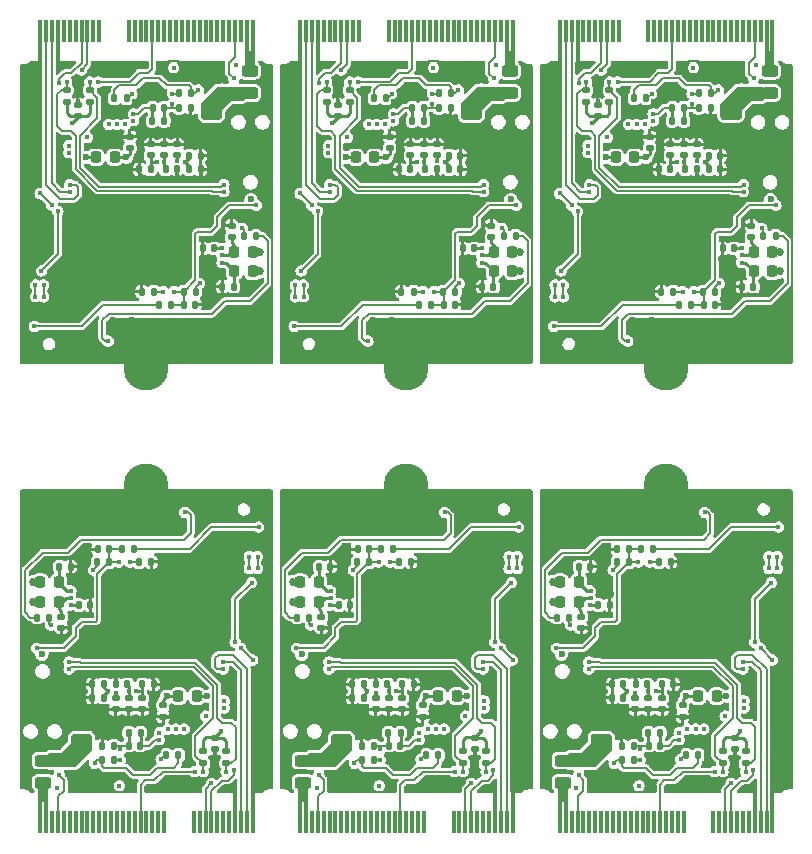
<source format=gbr>
%TF.GenerationSoftware,KiCad,Pcbnew,(7.0.0-rc2-153-g7d6218acb4)*%
%TF.CreationDate,2023-02-19T17:36:36+08:00*%
%TF.ProjectId,RAK3172-M.2-2230-Mod - panel,52414b33-3137-4322-9d4d-2e322d323233,rev?*%
%TF.SameCoordinates,Original*%
%TF.FileFunction,Copper,L4,Bot*%
%TF.FilePolarity,Positive*%
%FSLAX46Y46*%
G04 Gerber Fmt 4.6, Leading zero omitted, Abs format (unit mm)*
G04 Created by KiCad (PCBNEW (7.0.0-rc2-153-g7d6218acb4)) date 2023-02-19 17:36:36*
%MOMM*%
%LPD*%
G01*
G04 APERTURE LIST*
G04 Aperture macros list*
%AMRoundRect*
0 Rectangle with rounded corners*
0 $1 Rounding radius*
0 $2 $3 $4 $5 $6 $7 $8 $9 X,Y pos of 4 corners*
0 Add a 4 corners polygon primitive as box body*
4,1,4,$2,$3,$4,$5,$6,$7,$8,$9,$2,$3,0*
0 Add four circle primitives for the rounded corners*
1,1,$1+$1,$2,$3*
1,1,$1+$1,$4,$5*
1,1,$1+$1,$6,$7*
1,1,$1+$1,$8,$9*
0 Add four rect primitives between the rounded corners*
20,1,$1+$1,$2,$3,$4,$5,0*
20,1,$1+$1,$4,$5,$6,$7,0*
20,1,$1+$1,$6,$7,$8,$9,0*
20,1,$1+$1,$8,$9,$2,$3,0*%
G04 Aperture macros list end*
%TA.AperFunction,SMDPad,CuDef*%
%ADD10RoundRect,0.243750X-0.456250X0.243750X-0.456250X-0.243750X0.456250X-0.243750X0.456250X0.243750X0*%
%TD*%
%TA.AperFunction,SMDPad,CuDef*%
%ADD11RoundRect,0.140000X0.140000X0.170000X-0.140000X0.170000X-0.140000X-0.170000X0.140000X-0.170000X0*%
%TD*%
%TA.AperFunction,SMDPad,CuDef*%
%ADD12RoundRect,0.135000X0.185000X-0.135000X0.185000X0.135000X-0.185000X0.135000X-0.185000X-0.135000X0*%
%TD*%
%TA.AperFunction,SMDPad,CuDef*%
%ADD13RoundRect,0.135000X-0.135000X-0.185000X0.135000X-0.185000X0.135000X0.185000X-0.135000X0.185000X0*%
%TD*%
%TA.AperFunction,SMDPad,CuDef*%
%ADD14RoundRect,0.140000X0.170000X-0.140000X0.170000X0.140000X-0.170000X0.140000X-0.170000X-0.140000X0*%
%TD*%
%TA.AperFunction,SMDPad,CuDef*%
%ADD15RoundRect,0.218750X-0.218750X-0.256250X0.218750X-0.256250X0.218750X0.256250X-0.218750X0.256250X0*%
%TD*%
%TA.AperFunction,SMDPad,CuDef*%
%ADD16RoundRect,0.140000X-0.140000X-0.170000X0.140000X-0.170000X0.140000X0.170000X-0.140000X0.170000X0*%
%TD*%
%TA.AperFunction,SMDPad,CuDef*%
%ADD17RoundRect,0.135000X0.135000X0.185000X-0.135000X0.185000X-0.135000X-0.185000X0.135000X-0.185000X0*%
%TD*%
%TA.AperFunction,SMDPad,CuDef*%
%ADD18R,0.350000X1.950000*%
%TD*%
%TA.AperFunction,ConnectorPad*%
%ADD19C,3.800000*%
%TD*%
%TA.AperFunction,ComponentPad*%
%ADD20C,2.600000*%
%TD*%
%TA.AperFunction,SMDPad,CuDef*%
%ADD21RoundRect,0.243750X0.456250X-0.243750X0.456250X0.243750X-0.456250X0.243750X-0.456250X-0.243750X0*%
%TD*%
%TA.AperFunction,SMDPad,CuDef*%
%ADD22RoundRect,0.218750X0.218750X0.256250X-0.218750X0.256250X-0.218750X-0.256250X0.218750X-0.256250X0*%
%TD*%
%TA.AperFunction,SMDPad,CuDef*%
%ADD23RoundRect,0.140000X-0.170000X0.140000X-0.170000X-0.140000X0.170000X-0.140000X0.170000X0.140000X0*%
%TD*%
%TA.AperFunction,SMDPad,CuDef*%
%ADD24RoundRect,0.135000X-0.185000X0.135000X-0.185000X-0.135000X0.185000X-0.135000X0.185000X0.135000X0*%
%TD*%
%TA.AperFunction,ViaPad*%
%ADD25C,0.450000*%
%TD*%
%TA.AperFunction,ViaPad*%
%ADD26C,0.600000*%
%TD*%
%TA.AperFunction,ViaPad*%
%ADD27C,0.685800*%
%TD*%
%TA.AperFunction,Conductor*%
%ADD28C,0.254000*%
%TD*%
%TA.AperFunction,Conductor*%
%ADD29C,0.127000*%
%TD*%
%TA.AperFunction,Conductor*%
%ADD30C,0.156464*%
%TD*%
%TA.AperFunction,Conductor*%
%ADD31C,0.349250*%
%TD*%
%TA.AperFunction,Conductor*%
%ADD32C,0.152400*%
%TD*%
%TA.AperFunction,Conductor*%
%ADD33C,0.141986*%
%TD*%
G04 APERTURE END LIST*
D10*
%TO.P,F301,2*%
%TO.N,/M.2 E-Key Connector/V_{CC}Fused*%
X201700000Y-47712500D03*
%TO.P,F301,1*%
%TO.N,VCC*%
X201700000Y-45837500D03*
%TD*%
D11*
%TO.P,C209,2*%
%TO.N,GND*%
X192340000Y-54175000D03*
%TO.P,C209,1*%
%TO.N,3.3V*%
X193300000Y-54175000D03*
%TD*%
%TO.P,C205,2*%
%TO.N,GND*%
X197720000Y-60875000D03*
%TO.P,C205,1*%
%TO.N,3.3V*%
X198680000Y-60875000D03*
%TD*%
D12*
%TO.P,R302,2*%
%TO.N,I2C_SCL*%
X188150000Y-47465000D03*
%TO.P,R302,1*%
%TO.N,3.3V*%
X188150000Y-48485000D03*
%TD*%
D13*
%TO.P,R401,2*%
%TO.N,Net-(U401-FB)*%
X194460000Y-50075000D03*
%TO.P,R401,1*%
%TO.N,3.3V*%
X193440000Y-50075000D03*
%TD*%
D14*
%TO.P,C212,2*%
%TO.N,GND*%
X191550000Y-51415000D03*
%TO.P,C212,1*%
%TO.N,/RAK3172/VDDSMPS*%
X191550000Y-52375000D03*
%TD*%
D15*
%TO.P,L202,2,2*%
%TO.N,3.3V*%
X201937500Y-62825000D03*
%TO.P,L202,1,1*%
%TO.N,/RAK3172/VDDPA*%
X200362500Y-62825000D03*
%TD*%
D12*
%TO.P,R301,2*%
%TO.N,I2C_SDA*%
X186200000Y-47465000D03*
%TO.P,R301,1*%
%TO.N,3.3V*%
X186200000Y-48485000D03*
%TD*%
D16*
%TO.P,C211,2*%
%TO.N,GND*%
X197080000Y-65625000D03*
%TO.P,C211,1*%
%TO.N,DFU_~{RST}*%
X196120000Y-65625000D03*
%TD*%
D17*
%TO.P,R204,2*%
%TO.N,GND*%
X192540000Y-64525000D03*
%TO.P,R204,1*%
%TO.N,/RAK3172/BOOT0*%
X193560000Y-64525000D03*
%TD*%
D13*
%TO.P,R202,2*%
%TO.N,3.3V*%
X197110000Y-64525000D03*
%TO.P,R202,1*%
%TO.N,DFU_~{RST}*%
X196090000Y-64525000D03*
%TD*%
D16*
%TO.P,C202,2*%
%TO.N,GND*%
X197530000Y-53025000D03*
%TO.P,C202,1*%
%TO.N,3.3V*%
X196570000Y-53025000D03*
%TD*%
D14*
%TO.P,C210,2*%
%TO.N,GND*%
X193300000Y-52045000D03*
%TO.P,C210,1*%
%TO.N,3.3V*%
X193300000Y-53005000D03*
%TD*%
%TO.P,C301,2*%
%TO.N,GND*%
X187150000Y-48695000D03*
%TO.P,C301,1*%
%TO.N,3.3V*%
X187150000Y-49655000D03*
%TD*%
D15*
%TO.P,L201,2,2*%
%TO.N,3.3V*%
X201937500Y-61175000D03*
%TO.P,L201,1,1*%
%TO.N,/RAK3172/VDDRF*%
X200362500Y-61175000D03*
%TD*%
D13*
%TO.P,R403,2*%
%TO.N,PWR_EN*%
X191260000Y-48175000D03*
%TO.P,R403,1*%
%TO.N,+5V*%
X190240000Y-48175000D03*
%TD*%
%TO.P,R404,2*%
%TO.N,GND*%
X196710000Y-48975000D03*
%TO.P,R404,1*%
%TO.N,Net-(U401-FB)*%
X195690000Y-48975000D03*
%TD*%
D16*
%TO.P,C208,2*%
%TO.N,GND*%
X195530000Y-54175000D03*
%TO.P,C208,1*%
%TO.N,3.3V*%
X194570000Y-54175000D03*
%TD*%
D14*
%TO.P,C204,2*%
%TO.N,GND*%
X195550000Y-52045000D03*
%TO.P,C204,1*%
%TO.N,3.3V*%
X195550000Y-53005000D03*
%TD*%
D13*
%TO.P,R201,2*%
%TO.N,Net-(D201-A)*%
X202210000Y-59825000D03*
%TO.P,R201,1*%
%TO.N,/RAK3172/PB1*%
X201190000Y-59825000D03*
%TD*%
D15*
%TO.P,L203,2,2*%
%TO.N,/RAK3172/VDDSMPS*%
X190250000Y-53175000D03*
%TO.P,L203,1,1*%
%TO.N,3.3V*%
X188675000Y-53175000D03*
%TD*%
D18*
%TO.P,J301,74,Pin_74*%
%TO.N,VCC*%
X201949999Y-42499999D03*
%TO.P,J301,72,Pin_72*%
X201449999Y-42499999D03*
%TO.P,J301,70,Pin_70*%
%TO.N,USB_VIN*%
X200949999Y-42499999D03*
%TO.P,J301,68,Pin_68*%
%TO.N,DFU_~{RST}*%
X200449999Y-42499999D03*
%TO.P,J301,66,Pin_66*%
%TO.N,DFU_~{BOOT}*%
X199949999Y-42499999D03*
%TO.P,J301,64,Pin_64*%
%TO.N,unconnected-(J301-Pin_64-Pad64)*%
X199449999Y-42499999D03*
%TO.P,J301,62,Pin_62*%
%TO.N,unconnected-(J301-Pin_62-Pad62)*%
X198949999Y-42499999D03*
%TO.P,J301,60,Pin_60*%
%TO.N,unconnected-(J301-Pin_60-Pad60)*%
X198449999Y-42499999D03*
%TO.P,J301,58,Pin_58*%
%TO.N,unconnected-(J301-Pin_58-Pad58)*%
X197949999Y-42499999D03*
%TO.P,J301,56,Pin_56*%
%TO.N,unconnected-(J301-Pin_56-Pad56)*%
X197449999Y-42499999D03*
%TO.P,J301,54,Pin_54*%
%TO.N,unconnected-(J301-Pin_54-Pad54)*%
X196949999Y-42499999D03*
%TO.P,J301,52,Pin_52*%
%TO.N,unconnected-(J301-Pin_52-Pad52)*%
X196449999Y-42499999D03*
%TO.P,J301,50,Pin_50*%
%TO.N,unconnected-(J301-Pin_50-Pad50)*%
X195949999Y-42499999D03*
%TO.P,J301,48,Pin_48*%
%TO.N,unconnected-(J301-Pin_48-Pad48)*%
X195449999Y-42499999D03*
%TO.P,J301,46,Pin_46*%
%TO.N,unconnected-(J301-Pin_46-Pad46)*%
X194949999Y-42499999D03*
%TO.P,J301,44,Pin_44*%
%TO.N,unconnected-(J301-Pin_44-Pad44)*%
X194449999Y-42499999D03*
%TO.P,J301,42,Pin_42*%
%TO.N,unconnected-(J301-Pin_42-Pad42)*%
X193949999Y-42499999D03*
%TO.P,J301,40,Pin_40*%
%TO.N,/M.2 E-Key Connector/EEPROM_WP*%
X193449999Y-42499999D03*
%TO.P,J301,38,Pin_38*%
%TO.N,A0*%
X192949999Y-42499999D03*
%TO.P,J301,36,Pin_36*%
%TO.N,/M.2 E-Key Connector/EEPROM_A0*%
X192449999Y-42499999D03*
%TO.P,J301,34,Pin_34*%
%TO.N,/M.2 E-Key Connector/EEPROM_A1*%
X191949999Y-42499999D03*
%TO.P,J301,32,Pin_32*%
%TO.N,/M.2 E-Key Connector/EEPROM_A2*%
X191449999Y-42499999D03*
%TO.P,J301,22,Pin_22*%
%TO.N,unconnected-(J301-Pin_22-Pad22)*%
X188949999Y-42499999D03*
%TO.P,J301,20,Pin_20*%
%TO.N,unconnected-(J301-Pin_20-Pad20)*%
X188449999Y-42499999D03*
%TO.P,J301,18,Pin_18*%
%TO.N,CTS*%
X187949999Y-42499999D03*
%TO.P,J301,16,Pin_16*%
%TO.N,RTS*%
X187449999Y-42499999D03*
%TO.P,J301,14,Pin_14*%
%TO.N,unconnected-(J301-Pin_14-Pad14)*%
X186949999Y-42499999D03*
%TO.P,J301,12,Pin_12*%
%TO.N,unconnected-(J301-Pin_12-Pad12)*%
X186449999Y-42499999D03*
%TO.P,J301,10,Pin_10*%
%TO.N,DFU_~{ACTIVE}*%
X185949999Y-42499999D03*
%TO.P,J301,8,Pin_8*%
%TO.N,GND*%
X185449999Y-42499999D03*
%TO.P,J301,6,Pin_6*%
%TO.N,DFU_FC_RX*%
X184949999Y-42499999D03*
%TO.P,J301,4,Pin_4*%
%TO.N,DFU_FC_TX*%
X184449999Y-42499999D03*
%TO.P,J301,2,Pin_2*%
%TO.N,GND*%
X183949999Y-42499999D03*
%TD*%
D17*
%TO.P,R402,2*%
%TO.N,/Power Supply/3.3VPG*%
X195690000Y-47725000D03*
%TO.P,R402,1*%
%TO.N,+5V*%
X196710000Y-47725000D03*
%TD*%
D16*
%TO.P,C201,2*%
%TO.N,GND*%
X197530000Y-54175000D03*
%TO.P,C201,1*%
%TO.N,3.3V*%
X196570000Y-54175000D03*
%TD*%
D14*
%TO.P,C203,2*%
%TO.N,GND*%
X200150000Y-58945000D03*
%TO.P,C203,1*%
%TO.N,/RAK3172/VDDRF*%
X200150000Y-59905000D03*
%TD*%
D13*
%TO.P,R203,2*%
%TO.N,DFU_~{RST}*%
X195060000Y-65625000D03*
%TO.P,R203,1*%
%TO.N,Net-(SW201-B)*%
X194040000Y-65625000D03*
%TD*%
D19*
%TO.P,H301,1,1*%
%TO.N,GND*%
X192950000Y-70975000D03*
D20*
X192950000Y-70975000D03*
%TD*%
D11*
%TO.P,C206,2*%
%TO.N,GND*%
X199370000Y-64125000D03*
%TO.P,C206,1*%
%TO.N,/RAK3172/VDDPA*%
X200330000Y-64125000D03*
%TD*%
D16*
%TO.P,C401,2*%
%TO.N,Net-(U401-FB)*%
X194430000Y-48975000D03*
%TO.P,C401,1*%
%TO.N,3.3V*%
X193470000Y-48975000D03*
%TD*%
D14*
%TO.P,C207,2*%
%TO.N,GND*%
X194450000Y-52045000D03*
%TO.P,C207,1*%
%TO.N,3.3V*%
X194450000Y-53005000D03*
%TD*%
D21*
%TO.P,F301,2*%
%TO.N,/M.2 E-Key Connector/V_{CC}Fused*%
X184200000Y-104237500D03*
%TO.P,F301,1*%
%TO.N,VCC*%
X184200000Y-106112500D03*
%TD*%
D16*
%TO.P,C209,2*%
%TO.N,GND*%
X193560000Y-97775000D03*
%TO.P,C209,1*%
%TO.N,3.3V*%
X192600000Y-97775000D03*
%TD*%
D22*
%TO.P,L201,2,2*%
%TO.N,3.3V*%
X183962500Y-90775000D03*
%TO.P,L201,1,1*%
%TO.N,/RAK3172/VDDRF*%
X185537500Y-90775000D03*
%TD*%
D16*
%TO.P,C205,2*%
%TO.N,GND*%
X188180000Y-91075000D03*
%TO.P,C205,1*%
%TO.N,3.3V*%
X187220000Y-91075000D03*
%TD*%
D17*
%TO.P,R404,2*%
%TO.N,GND*%
X189190000Y-102975000D03*
%TO.P,R404,1*%
%TO.N,Net-(U401-FB)*%
X190210000Y-102975000D03*
%TD*%
%TO.P,R201,2*%
%TO.N,Net-(D201-A)*%
X183690000Y-92125000D03*
%TO.P,R201,1*%
%TO.N,/RAK3172/PB1*%
X184710000Y-92125000D03*
%TD*%
%TO.P,R401,2*%
%TO.N,Net-(U401-FB)*%
X191440000Y-101875000D03*
%TO.P,R401,1*%
%TO.N,3.3V*%
X192460000Y-101875000D03*
%TD*%
D23*
%TO.P,C204,2*%
%TO.N,GND*%
X190350000Y-99905000D03*
%TO.P,C204,1*%
%TO.N,3.3V*%
X190350000Y-98945000D03*
%TD*%
%TO.P,C212,2*%
%TO.N,GND*%
X194350000Y-100535000D03*
%TO.P,C212,1*%
%TO.N,/RAK3172/VDDSMPS*%
X194350000Y-99575000D03*
%TD*%
D11*
%TO.P,C208,2*%
%TO.N,GND*%
X190370000Y-97775000D03*
%TO.P,C208,1*%
%TO.N,3.3V*%
X191330000Y-97775000D03*
%TD*%
%TO.P,C202,2*%
%TO.N,GND*%
X188370000Y-98925000D03*
%TO.P,C202,1*%
%TO.N,3.3V*%
X189330000Y-98925000D03*
%TD*%
D24*
%TO.P,R301,2*%
%TO.N,I2C_SDA*%
X199700000Y-104485000D03*
%TO.P,R301,1*%
%TO.N,3.3V*%
X199700000Y-103465000D03*
%TD*%
D13*
%TO.P,R204,2*%
%TO.N,GND*%
X193360000Y-87425000D03*
%TO.P,R204,1*%
%TO.N,/RAK3172/BOOT0*%
X192340000Y-87425000D03*
%TD*%
D23*
%TO.P,C210,2*%
%TO.N,GND*%
X192600000Y-99905000D03*
%TO.P,C210,1*%
%TO.N,3.3V*%
X192600000Y-98945000D03*
%TD*%
D17*
%TO.P,R403,2*%
%TO.N,PWR_EN*%
X194640000Y-103775000D03*
%TO.P,R403,1*%
%TO.N,+5V*%
X195660000Y-103775000D03*
%TD*%
%TO.P,R203,2*%
%TO.N,DFU_~{RST}*%
X190840000Y-86325000D03*
%TO.P,R203,1*%
%TO.N,Net-(SW201-B)*%
X191860000Y-86325000D03*
%TD*%
D11*
%TO.P,C211,2*%
%TO.N,GND*%
X188820000Y-86325000D03*
%TO.P,C211,1*%
%TO.N,DFU_~{RST}*%
X189780000Y-86325000D03*
%TD*%
D22*
%TO.P,L202,2,2*%
%TO.N,3.3V*%
X183962500Y-89125000D03*
%TO.P,L202,1,1*%
%TO.N,/RAK3172/VDDPA*%
X185537500Y-89125000D03*
%TD*%
D17*
%TO.P,R202,2*%
%TO.N,3.3V*%
X188790000Y-87425000D03*
%TO.P,R202,1*%
%TO.N,DFU_~{RST}*%
X189810000Y-87425000D03*
%TD*%
D16*
%TO.P,C206,2*%
%TO.N,GND*%
X186530000Y-87825000D03*
%TO.P,C206,1*%
%TO.N,/RAK3172/VDDPA*%
X185570000Y-87825000D03*
%TD*%
D19*
%TO.P,H301,1,1*%
%TO.N,GND*%
X192950000Y-80975000D03*
D20*
X192950000Y-80975000D03*
%TD*%
D11*
%TO.P,C201,2*%
%TO.N,GND*%
X188370000Y-97775000D03*
%TO.P,C201,1*%
%TO.N,3.3V*%
X189330000Y-97775000D03*
%TD*%
D13*
%TO.P,R402,2*%
%TO.N,/Power Supply/3.3VPG*%
X190210000Y-104225000D03*
%TO.P,R402,1*%
%TO.N,+5V*%
X189190000Y-104225000D03*
%TD*%
D24*
%TO.P,R302,2*%
%TO.N,I2C_SCL*%
X197750000Y-104485000D03*
%TO.P,R302,1*%
%TO.N,3.3V*%
X197750000Y-103465000D03*
%TD*%
D22*
%TO.P,L203,2,2*%
%TO.N,/RAK3172/VDDSMPS*%
X195650000Y-98775000D03*
%TO.P,L203,1,1*%
%TO.N,3.3V*%
X197225000Y-98775000D03*
%TD*%
D23*
%TO.P,C207,2*%
%TO.N,GND*%
X191450000Y-99905000D03*
%TO.P,C207,1*%
%TO.N,3.3V*%
X191450000Y-98945000D03*
%TD*%
%TO.P,C301,2*%
%TO.N,GND*%
X198750000Y-103255000D03*
%TO.P,C301,1*%
%TO.N,3.3V*%
X198750000Y-102295000D03*
%TD*%
D11*
%TO.P,C401,2*%
%TO.N,Net-(U401-FB)*%
X191470000Y-102975000D03*
%TO.P,C401,1*%
%TO.N,3.3V*%
X192430000Y-102975000D03*
%TD*%
D18*
%TO.P,J301,74,Pin_74*%
%TO.N,VCC*%
X183949999Y-109449999D03*
%TO.P,J301,72,Pin_72*%
X184449999Y-109449999D03*
%TO.P,J301,70,Pin_70*%
%TO.N,USB_VIN*%
X184949999Y-109449999D03*
%TO.P,J301,68,Pin_68*%
%TO.N,DFU_~{RST}*%
X185449999Y-109449999D03*
%TO.P,J301,66,Pin_66*%
%TO.N,DFU_~{BOOT}*%
X185949999Y-109449999D03*
%TO.P,J301,64,Pin_64*%
%TO.N,unconnected-(J301-Pin_64-Pad64)*%
X186449999Y-109449999D03*
%TO.P,J301,62,Pin_62*%
%TO.N,unconnected-(J301-Pin_62-Pad62)*%
X186949999Y-109449999D03*
%TO.P,J301,60,Pin_60*%
%TO.N,unconnected-(J301-Pin_60-Pad60)*%
X187449999Y-109449999D03*
%TO.P,J301,58,Pin_58*%
%TO.N,unconnected-(J301-Pin_58-Pad58)*%
X187949999Y-109449999D03*
%TO.P,J301,56,Pin_56*%
%TO.N,unconnected-(J301-Pin_56-Pad56)*%
X188449999Y-109449999D03*
%TO.P,J301,54,Pin_54*%
%TO.N,unconnected-(J301-Pin_54-Pad54)*%
X188949999Y-109449999D03*
%TO.P,J301,52,Pin_52*%
%TO.N,unconnected-(J301-Pin_52-Pad52)*%
X189449999Y-109449999D03*
%TO.P,J301,50,Pin_50*%
%TO.N,unconnected-(J301-Pin_50-Pad50)*%
X189949999Y-109449999D03*
%TO.P,J301,48,Pin_48*%
%TO.N,unconnected-(J301-Pin_48-Pad48)*%
X190449999Y-109449999D03*
%TO.P,J301,46,Pin_46*%
%TO.N,unconnected-(J301-Pin_46-Pad46)*%
X190949999Y-109449999D03*
%TO.P,J301,44,Pin_44*%
%TO.N,unconnected-(J301-Pin_44-Pad44)*%
X191449999Y-109449999D03*
%TO.P,J301,42,Pin_42*%
%TO.N,unconnected-(J301-Pin_42-Pad42)*%
X191949999Y-109449999D03*
%TO.P,J301,40,Pin_40*%
%TO.N,/M.2 E-Key Connector/EEPROM_WP*%
X192449999Y-109449999D03*
%TO.P,J301,38,Pin_38*%
%TO.N,A0*%
X192949999Y-109449999D03*
%TO.P,J301,36,Pin_36*%
%TO.N,/M.2 E-Key Connector/EEPROM_A0*%
X193449999Y-109449999D03*
%TO.P,J301,34,Pin_34*%
%TO.N,/M.2 E-Key Connector/EEPROM_A1*%
X193949999Y-109449999D03*
%TO.P,J301,32,Pin_32*%
%TO.N,/M.2 E-Key Connector/EEPROM_A2*%
X194449999Y-109449999D03*
%TO.P,J301,22,Pin_22*%
%TO.N,unconnected-(J301-Pin_22-Pad22)*%
X196949999Y-109449999D03*
%TO.P,J301,20,Pin_20*%
%TO.N,unconnected-(J301-Pin_20-Pad20)*%
X197449999Y-109449999D03*
%TO.P,J301,18,Pin_18*%
%TO.N,CTS*%
X197949999Y-109449999D03*
%TO.P,J301,16,Pin_16*%
%TO.N,RTS*%
X198449999Y-109449999D03*
%TO.P,J301,14,Pin_14*%
%TO.N,unconnected-(J301-Pin_14-Pad14)*%
X198949999Y-109449999D03*
%TO.P,J301,12,Pin_12*%
%TO.N,unconnected-(J301-Pin_12-Pad12)*%
X199449999Y-109449999D03*
%TO.P,J301,10,Pin_10*%
%TO.N,DFU_~{ACTIVE}*%
X199949999Y-109449999D03*
%TO.P,J301,8,Pin_8*%
%TO.N,GND*%
X200449999Y-109449999D03*
%TO.P,J301,6,Pin_6*%
%TO.N,DFU_FC_RX*%
X200949999Y-109449999D03*
%TO.P,J301,4,Pin_4*%
%TO.N,DFU_FC_TX*%
X201449999Y-109449999D03*
%TO.P,J301,2,Pin_2*%
%TO.N,GND*%
X201949999Y-109449999D03*
%TD*%
D23*
%TO.P,C203,2*%
%TO.N,GND*%
X185750000Y-93005000D03*
%TO.P,C203,1*%
%TO.N,/RAK3172/VDDRF*%
X185750000Y-92045000D03*
%TD*%
D18*
%TO.P,J301,2,Pin_2*%
%TO.N,GND*%
X139949999Y-42499999D03*
%TO.P,J301,4,Pin_4*%
%TO.N,DFU_FC_TX*%
X140449999Y-42499999D03*
%TO.P,J301,6,Pin_6*%
%TO.N,DFU_FC_RX*%
X140949999Y-42499999D03*
%TO.P,J301,8,Pin_8*%
%TO.N,GND*%
X141449999Y-42499999D03*
%TO.P,J301,10,Pin_10*%
%TO.N,DFU_~{ACTIVE}*%
X141949999Y-42499999D03*
%TO.P,J301,12,Pin_12*%
%TO.N,unconnected-(J301-Pin_12-Pad12)*%
X142449999Y-42499999D03*
%TO.P,J301,14,Pin_14*%
%TO.N,unconnected-(J301-Pin_14-Pad14)*%
X142949999Y-42499999D03*
%TO.P,J301,16,Pin_16*%
%TO.N,RTS*%
X143449999Y-42499999D03*
%TO.P,J301,18,Pin_18*%
%TO.N,CTS*%
X143949999Y-42499999D03*
%TO.P,J301,20,Pin_20*%
%TO.N,unconnected-(J301-Pin_20-Pad20)*%
X144449999Y-42499999D03*
%TO.P,J301,22,Pin_22*%
%TO.N,unconnected-(J301-Pin_22-Pad22)*%
X144949999Y-42499999D03*
%TO.P,J301,32,Pin_32*%
%TO.N,/M.2 E-Key Connector/EEPROM_A2*%
X147449999Y-42499999D03*
%TO.P,J301,34,Pin_34*%
%TO.N,/M.2 E-Key Connector/EEPROM_A1*%
X147949999Y-42499999D03*
%TO.P,J301,36,Pin_36*%
%TO.N,/M.2 E-Key Connector/EEPROM_A0*%
X148449999Y-42499999D03*
%TO.P,J301,38,Pin_38*%
%TO.N,A0*%
X148949999Y-42499999D03*
%TO.P,J301,40,Pin_40*%
%TO.N,/M.2 E-Key Connector/EEPROM_WP*%
X149449999Y-42499999D03*
%TO.P,J301,42,Pin_42*%
%TO.N,unconnected-(J301-Pin_42-Pad42)*%
X149949999Y-42499999D03*
%TO.P,J301,44,Pin_44*%
%TO.N,unconnected-(J301-Pin_44-Pad44)*%
X150449999Y-42499999D03*
%TO.P,J301,46,Pin_46*%
%TO.N,unconnected-(J301-Pin_46-Pad46)*%
X150949999Y-42499999D03*
%TO.P,J301,48,Pin_48*%
%TO.N,unconnected-(J301-Pin_48-Pad48)*%
X151449999Y-42499999D03*
%TO.P,J301,50,Pin_50*%
%TO.N,unconnected-(J301-Pin_50-Pad50)*%
X151949999Y-42499999D03*
%TO.P,J301,52,Pin_52*%
%TO.N,unconnected-(J301-Pin_52-Pad52)*%
X152449999Y-42499999D03*
%TO.P,J301,54,Pin_54*%
%TO.N,unconnected-(J301-Pin_54-Pad54)*%
X152949999Y-42499999D03*
%TO.P,J301,56,Pin_56*%
%TO.N,unconnected-(J301-Pin_56-Pad56)*%
X153449999Y-42499999D03*
%TO.P,J301,58,Pin_58*%
%TO.N,unconnected-(J301-Pin_58-Pad58)*%
X153949999Y-42499999D03*
%TO.P,J301,60,Pin_60*%
%TO.N,unconnected-(J301-Pin_60-Pad60)*%
X154449999Y-42499999D03*
%TO.P,J301,62,Pin_62*%
%TO.N,unconnected-(J301-Pin_62-Pad62)*%
X154949999Y-42499999D03*
%TO.P,J301,64,Pin_64*%
%TO.N,unconnected-(J301-Pin_64-Pad64)*%
X155449999Y-42499999D03*
%TO.P,J301,66,Pin_66*%
%TO.N,DFU_~{BOOT}*%
X155949999Y-42499999D03*
%TO.P,J301,68,Pin_68*%
%TO.N,DFU_~{RST}*%
X156449999Y-42499999D03*
%TO.P,J301,70,Pin_70*%
%TO.N,USB_VIN*%
X156949999Y-42499999D03*
%TO.P,J301,72,Pin_72*%
%TO.N,VCC*%
X157449999Y-42499999D03*
%TO.P,J301,74,Pin_74*%
X157949999Y-42499999D03*
%TD*%
D10*
%TO.P,F301,1*%
%TO.N,VCC*%
X157700000Y-45837500D03*
%TO.P,F301,2*%
%TO.N,/M.2 E-Key Connector/V_{CC}Fused*%
X157700000Y-47712500D03*
%TD*%
D11*
%TO.P,C209,1*%
%TO.N,3.3V*%
X149300000Y-54175000D03*
%TO.P,C209,2*%
%TO.N,GND*%
X148340000Y-54175000D03*
%TD*%
%TO.P,C205,1*%
%TO.N,3.3V*%
X154680000Y-60875000D03*
%TO.P,C205,2*%
%TO.N,GND*%
X153720000Y-60875000D03*
%TD*%
D12*
%TO.P,R302,1*%
%TO.N,3.3V*%
X144150000Y-48485000D03*
%TO.P,R302,2*%
%TO.N,I2C_SCL*%
X144150000Y-47465000D03*
%TD*%
D13*
%TO.P,R401,1*%
%TO.N,3.3V*%
X149440000Y-50075000D03*
%TO.P,R401,2*%
%TO.N,Net-(U401-FB)*%
X150460000Y-50075000D03*
%TD*%
D14*
%TO.P,C212,1*%
%TO.N,/RAK3172/VDDSMPS*%
X147550000Y-52375000D03*
%TO.P,C212,2*%
%TO.N,GND*%
X147550000Y-51415000D03*
%TD*%
D15*
%TO.P,L202,1,1*%
%TO.N,/RAK3172/VDDPA*%
X156362500Y-62825000D03*
%TO.P,L202,2,2*%
%TO.N,3.3V*%
X157937500Y-62825000D03*
%TD*%
D12*
%TO.P,R301,1*%
%TO.N,3.3V*%
X142200000Y-48485000D03*
%TO.P,R301,2*%
%TO.N,I2C_SDA*%
X142200000Y-47465000D03*
%TD*%
D16*
%TO.P,C211,1*%
%TO.N,DFU_~{RST}*%
X152120000Y-65625000D03*
%TO.P,C211,2*%
%TO.N,GND*%
X153080000Y-65625000D03*
%TD*%
D17*
%TO.P,R204,1*%
%TO.N,/RAK3172/BOOT0*%
X149560000Y-64525000D03*
%TO.P,R204,2*%
%TO.N,GND*%
X148540000Y-64525000D03*
%TD*%
D13*
%TO.P,R202,1*%
%TO.N,DFU_~{RST}*%
X152090000Y-64525000D03*
%TO.P,R202,2*%
%TO.N,3.3V*%
X153110000Y-64525000D03*
%TD*%
D16*
%TO.P,C202,1*%
%TO.N,3.3V*%
X152570000Y-53025000D03*
%TO.P,C202,2*%
%TO.N,GND*%
X153530000Y-53025000D03*
%TD*%
D14*
%TO.P,C210,1*%
%TO.N,3.3V*%
X149300000Y-53005000D03*
%TO.P,C210,2*%
%TO.N,GND*%
X149300000Y-52045000D03*
%TD*%
%TO.P,C301,1*%
%TO.N,3.3V*%
X143150000Y-49655000D03*
%TO.P,C301,2*%
%TO.N,GND*%
X143150000Y-48695000D03*
%TD*%
D15*
%TO.P,L201,1,1*%
%TO.N,/RAK3172/VDDRF*%
X156362500Y-61175000D03*
%TO.P,L201,2,2*%
%TO.N,3.3V*%
X157937500Y-61175000D03*
%TD*%
D13*
%TO.P,R403,1*%
%TO.N,+5V*%
X146240000Y-48175000D03*
%TO.P,R403,2*%
%TO.N,PWR_EN*%
X147260000Y-48175000D03*
%TD*%
%TO.P,R404,1*%
%TO.N,Net-(U401-FB)*%
X151690000Y-48975000D03*
%TO.P,R404,2*%
%TO.N,GND*%
X152710000Y-48975000D03*
%TD*%
D16*
%TO.P,C208,1*%
%TO.N,3.3V*%
X150570000Y-54175000D03*
%TO.P,C208,2*%
%TO.N,GND*%
X151530000Y-54175000D03*
%TD*%
D14*
%TO.P,C204,1*%
%TO.N,3.3V*%
X151550000Y-53005000D03*
%TO.P,C204,2*%
%TO.N,GND*%
X151550000Y-52045000D03*
%TD*%
D13*
%TO.P,R201,1*%
%TO.N,/RAK3172/PB1*%
X157190000Y-59825000D03*
%TO.P,R201,2*%
%TO.N,Net-(D201-A)*%
X158210000Y-59825000D03*
%TD*%
D15*
%TO.P,L203,1,1*%
%TO.N,3.3V*%
X144675000Y-53175000D03*
%TO.P,L203,2,2*%
%TO.N,/RAK3172/VDDSMPS*%
X146250000Y-53175000D03*
%TD*%
D17*
%TO.P,R402,1*%
%TO.N,+5V*%
X152710000Y-47725000D03*
%TO.P,R402,2*%
%TO.N,/Power Supply/3.3VPG*%
X151690000Y-47725000D03*
%TD*%
D16*
%TO.P,C201,1*%
%TO.N,3.3V*%
X152570000Y-54175000D03*
%TO.P,C201,2*%
%TO.N,GND*%
X153530000Y-54175000D03*
%TD*%
D14*
%TO.P,C203,1*%
%TO.N,/RAK3172/VDDRF*%
X156150000Y-59905000D03*
%TO.P,C203,2*%
%TO.N,GND*%
X156150000Y-58945000D03*
%TD*%
D13*
%TO.P,R203,1*%
%TO.N,Net-(SW201-B)*%
X150040000Y-65625000D03*
%TO.P,R203,2*%
%TO.N,DFU_~{RST}*%
X151060000Y-65625000D03*
%TD*%
D20*
%TO.P,H301,1,1*%
%TO.N,GND*%
X148950000Y-70975000D03*
D19*
X148950000Y-70975000D03*
%TD*%
D11*
%TO.P,C206,1*%
%TO.N,/RAK3172/VDDPA*%
X156330000Y-64125000D03*
%TO.P,C206,2*%
%TO.N,GND*%
X155370000Y-64125000D03*
%TD*%
D16*
%TO.P,C401,1*%
%TO.N,3.3V*%
X149470000Y-48975000D03*
%TO.P,C401,2*%
%TO.N,Net-(U401-FB)*%
X150430000Y-48975000D03*
%TD*%
D14*
%TO.P,C207,1*%
%TO.N,3.3V*%
X150450000Y-53005000D03*
%TO.P,C207,2*%
%TO.N,GND*%
X150450000Y-52045000D03*
%TD*%
D13*
%TO.P,R404,2*%
%TO.N,GND*%
X174710000Y-48975000D03*
%TO.P,R404,1*%
%TO.N,Net-(U401-FB)*%
X173690000Y-48975000D03*
%TD*%
D11*
%TO.P,C209,2*%
%TO.N,GND*%
X170340000Y-54175000D03*
%TO.P,C209,1*%
%TO.N,3.3V*%
X171300000Y-54175000D03*
%TD*%
%TO.P,C205,2*%
%TO.N,GND*%
X175720000Y-60875000D03*
%TO.P,C205,1*%
%TO.N,3.3V*%
X176680000Y-60875000D03*
%TD*%
D10*
%TO.P,F301,2*%
%TO.N,/M.2 E-Key Connector/V_{CC}Fused*%
X179700000Y-47712500D03*
%TO.P,F301,1*%
%TO.N,VCC*%
X179700000Y-45837500D03*
%TD*%
D13*
%TO.P,R201,2*%
%TO.N,Net-(D201-A)*%
X180210000Y-59825000D03*
%TO.P,R201,1*%
%TO.N,/RAK3172/PB1*%
X179190000Y-59825000D03*
%TD*%
D15*
%TO.P,L201,2,2*%
%TO.N,3.3V*%
X179937500Y-61175000D03*
%TO.P,L201,1,1*%
%TO.N,/RAK3172/VDDRF*%
X178362500Y-61175000D03*
%TD*%
D13*
%TO.P,R401,2*%
%TO.N,Net-(U401-FB)*%
X172460000Y-50075000D03*
%TO.P,R401,1*%
%TO.N,3.3V*%
X171440000Y-50075000D03*
%TD*%
D14*
%TO.P,C204,2*%
%TO.N,GND*%
X173550000Y-52045000D03*
%TO.P,C204,1*%
%TO.N,3.3V*%
X173550000Y-53005000D03*
%TD*%
D15*
%TO.P,L202,2,2*%
%TO.N,3.3V*%
X179937500Y-62825000D03*
%TO.P,L202,1,1*%
%TO.N,/RAK3172/VDDPA*%
X178362500Y-62825000D03*
%TD*%
D13*
%TO.P,R403,2*%
%TO.N,PWR_EN*%
X169260000Y-48175000D03*
%TO.P,R403,1*%
%TO.N,+5V*%
X168240000Y-48175000D03*
%TD*%
D16*
%TO.P,C202,2*%
%TO.N,GND*%
X175530000Y-53025000D03*
%TO.P,C202,1*%
%TO.N,3.3V*%
X174570000Y-53025000D03*
%TD*%
D12*
%TO.P,R301,2*%
%TO.N,I2C_SDA*%
X164200000Y-47465000D03*
%TO.P,R301,1*%
%TO.N,3.3V*%
X164200000Y-48485000D03*
%TD*%
D16*
%TO.P,C211,2*%
%TO.N,GND*%
X175080000Y-65625000D03*
%TO.P,C211,1*%
%TO.N,DFU_~{RST}*%
X174120000Y-65625000D03*
%TD*%
D14*
%TO.P,C210,2*%
%TO.N,GND*%
X171300000Y-52045000D03*
%TO.P,C210,1*%
%TO.N,3.3V*%
X171300000Y-53005000D03*
%TD*%
D16*
%TO.P,C208,2*%
%TO.N,GND*%
X173530000Y-54175000D03*
%TO.P,C208,1*%
%TO.N,3.3V*%
X172570000Y-54175000D03*
%TD*%
D17*
%TO.P,R204,2*%
%TO.N,GND*%
X170540000Y-64525000D03*
%TO.P,R204,1*%
%TO.N,/RAK3172/BOOT0*%
X171560000Y-64525000D03*
%TD*%
D13*
%TO.P,R202,2*%
%TO.N,3.3V*%
X175110000Y-64525000D03*
%TO.P,R202,1*%
%TO.N,DFU_~{RST}*%
X174090000Y-64525000D03*
%TD*%
D14*
%TO.P,C212,2*%
%TO.N,GND*%
X169550000Y-51415000D03*
%TO.P,C212,1*%
%TO.N,/RAK3172/VDDSMPS*%
X169550000Y-52375000D03*
%TD*%
D12*
%TO.P,R302,2*%
%TO.N,I2C_SCL*%
X166150000Y-47465000D03*
%TO.P,R302,1*%
%TO.N,3.3V*%
X166150000Y-48485000D03*
%TD*%
D14*
%TO.P,C301,2*%
%TO.N,GND*%
X165150000Y-48695000D03*
%TO.P,C301,1*%
%TO.N,3.3V*%
X165150000Y-49655000D03*
%TD*%
D15*
%TO.P,L203,2,2*%
%TO.N,/RAK3172/VDDSMPS*%
X168250000Y-53175000D03*
%TO.P,L203,1,1*%
%TO.N,3.3V*%
X166675000Y-53175000D03*
%TD*%
D18*
%TO.P,J301,74,Pin_74*%
%TO.N,VCC*%
X179949999Y-42499999D03*
%TO.P,J301,72,Pin_72*%
X179449999Y-42499999D03*
%TO.P,J301,70,Pin_70*%
%TO.N,USB_VIN*%
X178949999Y-42499999D03*
%TO.P,J301,68,Pin_68*%
%TO.N,DFU_~{RST}*%
X178449999Y-42499999D03*
%TO.P,J301,66,Pin_66*%
%TO.N,DFU_~{BOOT}*%
X177949999Y-42499999D03*
%TO.P,J301,64,Pin_64*%
%TO.N,unconnected-(J301-Pin_64-Pad64)*%
X177449999Y-42499999D03*
%TO.P,J301,62,Pin_62*%
%TO.N,unconnected-(J301-Pin_62-Pad62)*%
X176949999Y-42499999D03*
%TO.P,J301,60,Pin_60*%
%TO.N,unconnected-(J301-Pin_60-Pad60)*%
X176449999Y-42499999D03*
%TO.P,J301,58,Pin_58*%
%TO.N,unconnected-(J301-Pin_58-Pad58)*%
X175949999Y-42499999D03*
%TO.P,J301,56,Pin_56*%
%TO.N,unconnected-(J301-Pin_56-Pad56)*%
X175449999Y-42499999D03*
%TO.P,J301,54,Pin_54*%
%TO.N,unconnected-(J301-Pin_54-Pad54)*%
X174949999Y-42499999D03*
%TO.P,J301,52,Pin_52*%
%TO.N,unconnected-(J301-Pin_52-Pad52)*%
X174449999Y-42499999D03*
%TO.P,J301,50,Pin_50*%
%TO.N,unconnected-(J301-Pin_50-Pad50)*%
X173949999Y-42499999D03*
%TO.P,J301,48,Pin_48*%
%TO.N,unconnected-(J301-Pin_48-Pad48)*%
X173449999Y-42499999D03*
%TO.P,J301,46,Pin_46*%
%TO.N,unconnected-(J301-Pin_46-Pad46)*%
X172949999Y-42499999D03*
%TO.P,J301,44,Pin_44*%
%TO.N,unconnected-(J301-Pin_44-Pad44)*%
X172449999Y-42499999D03*
%TO.P,J301,42,Pin_42*%
%TO.N,unconnected-(J301-Pin_42-Pad42)*%
X171949999Y-42499999D03*
%TO.P,J301,40,Pin_40*%
%TO.N,/M.2 E-Key Connector/EEPROM_WP*%
X171449999Y-42499999D03*
%TO.P,J301,38,Pin_38*%
%TO.N,A0*%
X170949999Y-42499999D03*
%TO.P,J301,36,Pin_36*%
%TO.N,/M.2 E-Key Connector/EEPROM_A0*%
X170449999Y-42499999D03*
%TO.P,J301,34,Pin_34*%
%TO.N,/M.2 E-Key Connector/EEPROM_A1*%
X169949999Y-42499999D03*
%TO.P,J301,32,Pin_32*%
%TO.N,/M.2 E-Key Connector/EEPROM_A2*%
X169449999Y-42499999D03*
%TO.P,J301,22,Pin_22*%
%TO.N,unconnected-(J301-Pin_22-Pad22)*%
X166949999Y-42499999D03*
%TO.P,J301,20,Pin_20*%
%TO.N,unconnected-(J301-Pin_20-Pad20)*%
X166449999Y-42499999D03*
%TO.P,J301,18,Pin_18*%
%TO.N,CTS*%
X165949999Y-42499999D03*
%TO.P,J301,16,Pin_16*%
%TO.N,RTS*%
X165449999Y-42499999D03*
%TO.P,J301,14,Pin_14*%
%TO.N,unconnected-(J301-Pin_14-Pad14)*%
X164949999Y-42499999D03*
%TO.P,J301,12,Pin_12*%
%TO.N,unconnected-(J301-Pin_12-Pad12)*%
X164449999Y-42499999D03*
%TO.P,J301,10,Pin_10*%
%TO.N,DFU_~{ACTIVE}*%
X163949999Y-42499999D03*
%TO.P,J301,8,Pin_8*%
%TO.N,GND*%
X163449999Y-42499999D03*
%TO.P,J301,6,Pin_6*%
%TO.N,DFU_FC_RX*%
X162949999Y-42499999D03*
%TO.P,J301,4,Pin_4*%
%TO.N,DFU_FC_TX*%
X162449999Y-42499999D03*
%TO.P,J301,2,Pin_2*%
%TO.N,GND*%
X161949999Y-42499999D03*
%TD*%
D17*
%TO.P,R402,2*%
%TO.N,/Power Supply/3.3VPG*%
X173690000Y-47725000D03*
%TO.P,R402,1*%
%TO.N,+5V*%
X174710000Y-47725000D03*
%TD*%
D14*
%TO.P,C207,2*%
%TO.N,GND*%
X172450000Y-52045000D03*
%TO.P,C207,1*%
%TO.N,3.3V*%
X172450000Y-53005000D03*
%TD*%
D13*
%TO.P,R203,2*%
%TO.N,DFU_~{RST}*%
X173060000Y-65625000D03*
%TO.P,R203,1*%
%TO.N,Net-(SW201-B)*%
X172040000Y-65625000D03*
%TD*%
D16*
%TO.P,C201,2*%
%TO.N,GND*%
X175530000Y-54175000D03*
%TO.P,C201,1*%
%TO.N,3.3V*%
X174570000Y-54175000D03*
%TD*%
D19*
%TO.P,H301,1,1*%
%TO.N,GND*%
X170950000Y-70975000D03*
D20*
X170950000Y-70975000D03*
%TD*%
D11*
%TO.P,C206,2*%
%TO.N,GND*%
X177370000Y-64125000D03*
%TO.P,C206,1*%
%TO.N,/RAK3172/VDDPA*%
X178330000Y-64125000D03*
%TD*%
D16*
%TO.P,C401,2*%
%TO.N,Net-(U401-FB)*%
X172430000Y-48975000D03*
%TO.P,C401,1*%
%TO.N,3.3V*%
X171470000Y-48975000D03*
%TD*%
D14*
%TO.P,C203,2*%
%TO.N,GND*%
X178150000Y-58945000D03*
%TO.P,C203,1*%
%TO.N,/RAK3172/VDDRF*%
X178150000Y-59905000D03*
%TD*%
D21*
%TO.P,F301,2*%
%TO.N,/M.2 E-Key Connector/V_{CC}Fused*%
X162200000Y-104237500D03*
%TO.P,F301,1*%
%TO.N,VCC*%
X162200000Y-106112500D03*
%TD*%
D16*
%TO.P,C209,2*%
%TO.N,GND*%
X171560000Y-97775000D03*
%TO.P,C209,1*%
%TO.N,3.3V*%
X170600000Y-97775000D03*
%TD*%
D22*
%TO.P,L201,2,2*%
%TO.N,3.3V*%
X161962500Y-90775000D03*
%TO.P,L201,1,1*%
%TO.N,/RAK3172/VDDRF*%
X163537500Y-90775000D03*
%TD*%
D17*
%TO.P,R404,2*%
%TO.N,GND*%
X167190000Y-102975000D03*
%TO.P,R404,1*%
%TO.N,Net-(U401-FB)*%
X168210000Y-102975000D03*
%TD*%
%TO.P,R201,2*%
%TO.N,Net-(D201-A)*%
X161690000Y-92125000D03*
%TO.P,R201,1*%
%TO.N,/RAK3172/PB1*%
X162710000Y-92125000D03*
%TD*%
%TO.P,R401,2*%
%TO.N,Net-(U401-FB)*%
X169440000Y-101875000D03*
%TO.P,R401,1*%
%TO.N,3.3V*%
X170460000Y-101875000D03*
%TD*%
D23*
%TO.P,C204,2*%
%TO.N,GND*%
X168350000Y-99905000D03*
%TO.P,C204,1*%
%TO.N,3.3V*%
X168350000Y-98945000D03*
%TD*%
D16*
%TO.P,C205,2*%
%TO.N,GND*%
X166180000Y-91075000D03*
%TO.P,C205,1*%
%TO.N,3.3V*%
X165220000Y-91075000D03*
%TD*%
D23*
%TO.P,C212,2*%
%TO.N,GND*%
X172350000Y-100535000D03*
%TO.P,C212,1*%
%TO.N,/RAK3172/VDDSMPS*%
X172350000Y-99575000D03*
%TD*%
D11*
%TO.P,C208,2*%
%TO.N,GND*%
X168370000Y-97775000D03*
%TO.P,C208,1*%
%TO.N,3.3V*%
X169330000Y-97775000D03*
%TD*%
%TO.P,C201,2*%
%TO.N,GND*%
X166370000Y-97775000D03*
%TO.P,C201,1*%
%TO.N,3.3V*%
X167330000Y-97775000D03*
%TD*%
%TO.P,C202,2*%
%TO.N,GND*%
X166370000Y-98925000D03*
%TO.P,C202,1*%
%TO.N,3.3V*%
X167330000Y-98925000D03*
%TD*%
D13*
%TO.P,R402,2*%
%TO.N,/Power Supply/3.3VPG*%
X168210000Y-104225000D03*
%TO.P,R402,1*%
%TO.N,+5V*%
X167190000Y-104225000D03*
%TD*%
D24*
%TO.P,R301,2*%
%TO.N,I2C_SDA*%
X177700000Y-104485000D03*
%TO.P,R301,1*%
%TO.N,3.3V*%
X177700000Y-103465000D03*
%TD*%
D13*
%TO.P,R204,2*%
%TO.N,GND*%
X171360000Y-87425000D03*
%TO.P,R204,1*%
%TO.N,/RAK3172/BOOT0*%
X170340000Y-87425000D03*
%TD*%
D23*
%TO.P,C210,2*%
%TO.N,GND*%
X170600000Y-99905000D03*
%TO.P,C210,1*%
%TO.N,3.3V*%
X170600000Y-98945000D03*
%TD*%
%TO.P,C207,2*%
%TO.N,GND*%
X169450000Y-99905000D03*
%TO.P,C207,1*%
%TO.N,3.3V*%
X169450000Y-98945000D03*
%TD*%
D24*
%TO.P,R302,2*%
%TO.N,I2C_SCL*%
X175750000Y-104485000D03*
%TO.P,R302,1*%
%TO.N,3.3V*%
X175750000Y-103465000D03*
%TD*%
D23*
%TO.P,C301,2*%
%TO.N,GND*%
X176750000Y-103255000D03*
%TO.P,C301,1*%
%TO.N,3.3V*%
X176750000Y-102295000D03*
%TD*%
D11*
%TO.P,C401,2*%
%TO.N,Net-(U401-FB)*%
X169470000Y-102975000D03*
%TO.P,C401,1*%
%TO.N,3.3V*%
X170430000Y-102975000D03*
%TD*%
D22*
%TO.P,L203,2,2*%
%TO.N,/RAK3172/VDDSMPS*%
X173650000Y-98775000D03*
%TO.P,L203,1,1*%
%TO.N,3.3V*%
X175225000Y-98775000D03*
%TD*%
D11*
%TO.P,C211,2*%
%TO.N,GND*%
X166820000Y-86325000D03*
%TO.P,C211,1*%
%TO.N,DFU_~{RST}*%
X167780000Y-86325000D03*
%TD*%
D17*
%TO.P,R203,2*%
%TO.N,DFU_~{RST}*%
X168840000Y-86325000D03*
%TO.P,R203,1*%
%TO.N,Net-(SW201-B)*%
X169860000Y-86325000D03*
%TD*%
%TO.P,R202,2*%
%TO.N,3.3V*%
X166790000Y-87425000D03*
%TO.P,R202,1*%
%TO.N,DFU_~{RST}*%
X167810000Y-87425000D03*
%TD*%
%TO.P,R403,2*%
%TO.N,PWR_EN*%
X172640000Y-103775000D03*
%TO.P,R403,1*%
%TO.N,+5V*%
X173660000Y-103775000D03*
%TD*%
D16*
%TO.P,C206,2*%
%TO.N,GND*%
X164530000Y-87825000D03*
%TO.P,C206,1*%
%TO.N,/RAK3172/VDDPA*%
X163570000Y-87825000D03*
%TD*%
D19*
%TO.P,H301,1,1*%
%TO.N,GND*%
X170950000Y-80975000D03*
D20*
X170950000Y-80975000D03*
%TD*%
D18*
%TO.P,J301,74,Pin_74*%
%TO.N,VCC*%
X161949999Y-109449999D03*
%TO.P,J301,72,Pin_72*%
X162449999Y-109449999D03*
%TO.P,J301,70,Pin_70*%
%TO.N,USB_VIN*%
X162949999Y-109449999D03*
%TO.P,J301,68,Pin_68*%
%TO.N,DFU_~{RST}*%
X163449999Y-109449999D03*
%TO.P,J301,66,Pin_66*%
%TO.N,DFU_~{BOOT}*%
X163949999Y-109449999D03*
%TO.P,J301,64,Pin_64*%
%TO.N,unconnected-(J301-Pin_64-Pad64)*%
X164449999Y-109449999D03*
%TO.P,J301,62,Pin_62*%
%TO.N,unconnected-(J301-Pin_62-Pad62)*%
X164949999Y-109449999D03*
%TO.P,J301,60,Pin_60*%
%TO.N,unconnected-(J301-Pin_60-Pad60)*%
X165449999Y-109449999D03*
%TO.P,J301,58,Pin_58*%
%TO.N,unconnected-(J301-Pin_58-Pad58)*%
X165949999Y-109449999D03*
%TO.P,J301,56,Pin_56*%
%TO.N,unconnected-(J301-Pin_56-Pad56)*%
X166449999Y-109449999D03*
%TO.P,J301,54,Pin_54*%
%TO.N,unconnected-(J301-Pin_54-Pad54)*%
X166949999Y-109449999D03*
%TO.P,J301,52,Pin_52*%
%TO.N,unconnected-(J301-Pin_52-Pad52)*%
X167449999Y-109449999D03*
%TO.P,J301,50,Pin_50*%
%TO.N,unconnected-(J301-Pin_50-Pad50)*%
X167949999Y-109449999D03*
%TO.P,J301,48,Pin_48*%
%TO.N,unconnected-(J301-Pin_48-Pad48)*%
X168449999Y-109449999D03*
%TO.P,J301,46,Pin_46*%
%TO.N,unconnected-(J301-Pin_46-Pad46)*%
X168949999Y-109449999D03*
%TO.P,J301,44,Pin_44*%
%TO.N,unconnected-(J301-Pin_44-Pad44)*%
X169449999Y-109449999D03*
%TO.P,J301,42,Pin_42*%
%TO.N,unconnected-(J301-Pin_42-Pad42)*%
X169949999Y-109449999D03*
%TO.P,J301,40,Pin_40*%
%TO.N,/M.2 E-Key Connector/EEPROM_WP*%
X170449999Y-109449999D03*
%TO.P,J301,38,Pin_38*%
%TO.N,A0*%
X170949999Y-109449999D03*
%TO.P,J301,36,Pin_36*%
%TO.N,/M.2 E-Key Connector/EEPROM_A0*%
X171449999Y-109449999D03*
%TO.P,J301,34,Pin_34*%
%TO.N,/M.2 E-Key Connector/EEPROM_A1*%
X171949999Y-109449999D03*
%TO.P,J301,32,Pin_32*%
%TO.N,/M.2 E-Key Connector/EEPROM_A2*%
X172449999Y-109449999D03*
%TO.P,J301,22,Pin_22*%
%TO.N,unconnected-(J301-Pin_22-Pad22)*%
X174949999Y-109449999D03*
%TO.P,J301,20,Pin_20*%
%TO.N,unconnected-(J301-Pin_20-Pad20)*%
X175449999Y-109449999D03*
%TO.P,J301,18,Pin_18*%
%TO.N,CTS*%
X175949999Y-109449999D03*
%TO.P,J301,16,Pin_16*%
%TO.N,RTS*%
X176449999Y-109449999D03*
%TO.P,J301,14,Pin_14*%
%TO.N,unconnected-(J301-Pin_14-Pad14)*%
X176949999Y-109449999D03*
%TO.P,J301,12,Pin_12*%
%TO.N,unconnected-(J301-Pin_12-Pad12)*%
X177449999Y-109449999D03*
%TO.P,J301,10,Pin_10*%
%TO.N,DFU_~{ACTIVE}*%
X177949999Y-109449999D03*
%TO.P,J301,8,Pin_8*%
%TO.N,GND*%
X178449999Y-109449999D03*
%TO.P,J301,6,Pin_6*%
%TO.N,DFU_FC_RX*%
X178949999Y-109449999D03*
%TO.P,J301,4,Pin_4*%
%TO.N,DFU_FC_TX*%
X179449999Y-109449999D03*
%TO.P,J301,2,Pin_2*%
%TO.N,GND*%
X179949999Y-109449999D03*
%TD*%
D22*
%TO.P,L202,2,2*%
%TO.N,3.3V*%
X161962500Y-89125000D03*
%TO.P,L202,1,1*%
%TO.N,/RAK3172/VDDPA*%
X163537500Y-89125000D03*
%TD*%
D23*
%TO.P,C203,2*%
%TO.N,GND*%
X163750000Y-93005000D03*
%TO.P,C203,1*%
%TO.N,/RAK3172/VDDRF*%
X163750000Y-92045000D03*
%TD*%
D18*
%TO.P,J301,2,Pin_2*%
%TO.N,GND*%
X157949999Y-109449999D03*
%TO.P,J301,4,Pin_4*%
%TO.N,DFU_FC_TX*%
X157449999Y-109449999D03*
%TO.P,J301,6,Pin_6*%
%TO.N,DFU_FC_RX*%
X156949999Y-109449999D03*
%TO.P,J301,8,Pin_8*%
%TO.N,GND*%
X156449999Y-109449999D03*
%TO.P,J301,10,Pin_10*%
%TO.N,DFU_~{ACTIVE}*%
X155949999Y-109449999D03*
%TO.P,J301,12,Pin_12*%
%TO.N,unconnected-(J301-Pin_12-Pad12)*%
X155449999Y-109449999D03*
%TO.P,J301,14,Pin_14*%
%TO.N,unconnected-(J301-Pin_14-Pad14)*%
X154949999Y-109449999D03*
%TO.P,J301,16,Pin_16*%
%TO.N,RTS*%
X154449999Y-109449999D03*
%TO.P,J301,18,Pin_18*%
%TO.N,CTS*%
X153949999Y-109449999D03*
%TO.P,J301,20,Pin_20*%
%TO.N,unconnected-(J301-Pin_20-Pad20)*%
X153449999Y-109449999D03*
%TO.P,J301,22,Pin_22*%
%TO.N,unconnected-(J301-Pin_22-Pad22)*%
X152949999Y-109449999D03*
%TO.P,J301,32,Pin_32*%
%TO.N,/M.2 E-Key Connector/EEPROM_A2*%
X150449999Y-109449999D03*
%TO.P,J301,34,Pin_34*%
%TO.N,/M.2 E-Key Connector/EEPROM_A1*%
X149949999Y-109449999D03*
%TO.P,J301,36,Pin_36*%
%TO.N,/M.2 E-Key Connector/EEPROM_A0*%
X149449999Y-109449999D03*
%TO.P,J301,38,Pin_38*%
%TO.N,A0*%
X148949999Y-109449999D03*
%TO.P,J301,40,Pin_40*%
%TO.N,/M.2 E-Key Connector/EEPROM_WP*%
X148449999Y-109449999D03*
%TO.P,J301,42,Pin_42*%
%TO.N,unconnected-(J301-Pin_42-Pad42)*%
X147949999Y-109449999D03*
%TO.P,J301,44,Pin_44*%
%TO.N,unconnected-(J301-Pin_44-Pad44)*%
X147449999Y-109449999D03*
%TO.P,J301,46,Pin_46*%
%TO.N,unconnected-(J301-Pin_46-Pad46)*%
X146949999Y-109449999D03*
%TO.P,J301,48,Pin_48*%
%TO.N,unconnected-(J301-Pin_48-Pad48)*%
X146449999Y-109449999D03*
%TO.P,J301,50,Pin_50*%
%TO.N,unconnected-(J301-Pin_50-Pad50)*%
X145949999Y-109449999D03*
%TO.P,J301,52,Pin_52*%
%TO.N,unconnected-(J301-Pin_52-Pad52)*%
X145449999Y-109449999D03*
%TO.P,J301,54,Pin_54*%
%TO.N,unconnected-(J301-Pin_54-Pad54)*%
X144949999Y-109449999D03*
%TO.P,J301,56,Pin_56*%
%TO.N,unconnected-(J301-Pin_56-Pad56)*%
X144449999Y-109449999D03*
%TO.P,J301,58,Pin_58*%
%TO.N,unconnected-(J301-Pin_58-Pad58)*%
X143949999Y-109449999D03*
%TO.P,J301,60,Pin_60*%
%TO.N,unconnected-(J301-Pin_60-Pad60)*%
X143449999Y-109449999D03*
%TO.P,J301,62,Pin_62*%
%TO.N,unconnected-(J301-Pin_62-Pad62)*%
X142949999Y-109449999D03*
%TO.P,J301,64,Pin_64*%
%TO.N,unconnected-(J301-Pin_64-Pad64)*%
X142449999Y-109449999D03*
%TO.P,J301,66,Pin_66*%
%TO.N,DFU_~{BOOT}*%
X141949999Y-109449999D03*
%TO.P,J301,68,Pin_68*%
%TO.N,DFU_~{RST}*%
X141449999Y-109449999D03*
%TO.P,J301,70,Pin_70*%
%TO.N,USB_VIN*%
X140949999Y-109449999D03*
%TO.P,J301,72,Pin_72*%
%TO.N,VCC*%
X140449999Y-109449999D03*
%TO.P,J301,74,Pin_74*%
X139949999Y-109449999D03*
%TD*%
D20*
%TO.P,H301,1,1*%
%TO.N,GND*%
X148950000Y-80975000D03*
D19*
X148950000Y-80975000D03*
%TD*%
D16*
%TO.P,C206,1*%
%TO.N,/RAK3172/VDDPA*%
X141570000Y-87825000D03*
%TO.P,C206,2*%
%TO.N,GND*%
X142530000Y-87825000D03*
%TD*%
D24*
%TO.P,R302,1*%
%TO.N,3.3V*%
X153750000Y-103465000D03*
%TO.P,R302,2*%
%TO.N,I2C_SCL*%
X153750000Y-104485000D03*
%TD*%
D11*
%TO.P,C401,1*%
%TO.N,3.3V*%
X148430000Y-102975000D03*
%TO.P,C401,2*%
%TO.N,Net-(U401-FB)*%
X147470000Y-102975000D03*
%TD*%
D17*
%TO.P,R403,1*%
%TO.N,+5V*%
X151660000Y-103775000D03*
%TO.P,R403,2*%
%TO.N,PWR_EN*%
X150640000Y-103775000D03*
%TD*%
%TO.P,R202,1*%
%TO.N,DFU_~{RST}*%
X145810000Y-87425000D03*
%TO.P,R202,2*%
%TO.N,3.3V*%
X144790000Y-87425000D03*
%TD*%
D23*
%TO.P,C203,1*%
%TO.N,/RAK3172/VDDRF*%
X141750000Y-92045000D03*
%TO.P,C203,2*%
%TO.N,GND*%
X141750000Y-93005000D03*
%TD*%
D17*
%TO.P,R203,1*%
%TO.N,Net-(SW201-B)*%
X147860000Y-86325000D03*
%TO.P,R203,2*%
%TO.N,DFU_~{RST}*%
X146840000Y-86325000D03*
%TD*%
D23*
%TO.P,C301,1*%
%TO.N,3.3V*%
X154750000Y-102295000D03*
%TO.P,C301,2*%
%TO.N,GND*%
X154750000Y-103255000D03*
%TD*%
D11*
%TO.P,C211,1*%
%TO.N,DFU_~{RST}*%
X145780000Y-86325000D03*
%TO.P,C211,2*%
%TO.N,GND*%
X144820000Y-86325000D03*
%TD*%
D22*
%TO.P,L203,1,1*%
%TO.N,3.3V*%
X153225000Y-98775000D03*
%TO.P,L203,2,2*%
%TO.N,/RAK3172/VDDSMPS*%
X151650000Y-98775000D03*
%TD*%
%TO.P,L202,1,1*%
%TO.N,/RAK3172/VDDPA*%
X141537500Y-89125000D03*
%TO.P,L202,2,2*%
%TO.N,3.3V*%
X139962500Y-89125000D03*
%TD*%
D23*
%TO.P,C204,1*%
%TO.N,3.3V*%
X146350000Y-98945000D03*
%TO.P,C204,2*%
%TO.N,GND*%
X146350000Y-99905000D03*
%TD*%
D21*
%TO.P,F301,1*%
%TO.N,VCC*%
X140200000Y-106112500D03*
%TO.P,F301,2*%
%TO.N,/M.2 E-Key Connector/V_{CC}Fused*%
X140200000Y-104237500D03*
%TD*%
D24*
%TO.P,R301,1*%
%TO.N,3.3V*%
X155700000Y-103465000D03*
%TO.P,R301,2*%
%TO.N,I2C_SDA*%
X155700000Y-104485000D03*
%TD*%
D22*
%TO.P,L201,1,1*%
%TO.N,/RAK3172/VDDRF*%
X141537500Y-90775000D03*
%TO.P,L201,2,2*%
%TO.N,3.3V*%
X139962500Y-90775000D03*
%TD*%
D13*
%TO.P,R402,1*%
%TO.N,+5V*%
X145190000Y-104225000D03*
%TO.P,R402,2*%
%TO.N,/Power Supply/3.3VPG*%
X146210000Y-104225000D03*
%TD*%
D17*
%TO.P,R401,1*%
%TO.N,3.3V*%
X148460000Y-101875000D03*
%TO.P,R401,2*%
%TO.N,Net-(U401-FB)*%
X147440000Y-101875000D03*
%TD*%
D16*
%TO.P,C205,1*%
%TO.N,3.3V*%
X143220000Y-91075000D03*
%TO.P,C205,2*%
%TO.N,GND*%
X144180000Y-91075000D03*
%TD*%
D23*
%TO.P,C210,1*%
%TO.N,3.3V*%
X148600000Y-98945000D03*
%TO.P,C210,2*%
%TO.N,GND*%
X148600000Y-99905000D03*
%TD*%
D17*
%TO.P,R201,1*%
%TO.N,/RAK3172/PB1*%
X140710000Y-92125000D03*
%TO.P,R201,2*%
%TO.N,Net-(D201-A)*%
X139690000Y-92125000D03*
%TD*%
%TO.P,R404,1*%
%TO.N,Net-(U401-FB)*%
X146210000Y-102975000D03*
%TO.P,R404,2*%
%TO.N,GND*%
X145190000Y-102975000D03*
%TD*%
D13*
%TO.P,R204,1*%
%TO.N,/RAK3172/BOOT0*%
X148340000Y-87425000D03*
%TO.P,R204,2*%
%TO.N,GND*%
X149360000Y-87425000D03*
%TD*%
D11*
%TO.P,C202,1*%
%TO.N,3.3V*%
X145330000Y-98925000D03*
%TO.P,C202,2*%
%TO.N,GND*%
X144370000Y-98925000D03*
%TD*%
D16*
%TO.P,C209,1*%
%TO.N,3.3V*%
X148600000Y-97775000D03*
%TO.P,C209,2*%
%TO.N,GND*%
X149560000Y-97775000D03*
%TD*%
D11*
%TO.P,C201,1*%
%TO.N,3.3V*%
X145330000Y-97775000D03*
%TO.P,C201,2*%
%TO.N,GND*%
X144370000Y-97775000D03*
%TD*%
%TO.P,C208,1*%
%TO.N,3.3V*%
X147330000Y-97775000D03*
%TO.P,C208,2*%
%TO.N,GND*%
X146370000Y-97775000D03*
%TD*%
D23*
%TO.P,C212,1*%
%TO.N,/RAK3172/VDDSMPS*%
X150350000Y-99575000D03*
%TO.P,C212,2*%
%TO.N,GND*%
X150350000Y-100535000D03*
%TD*%
%TO.P,C207,1*%
%TO.N,3.3V*%
X147450000Y-98945000D03*
%TO.P,C207,2*%
%TO.N,GND*%
X147450000Y-99905000D03*
%TD*%
D25*
%TO.N,/M.2 E-Key Connector/V_{CC}Fused*%
X187350000Y-103375000D03*
%TO.N,SPI_SDI*%
X202350000Y-86975000D03*
%TO.N,/M.2 E-Key Connector/V_{CC}Fused*%
X185750000Y-103775000D03*
%TO.N,PWR_EN*%
X194190000Y-104125000D03*
X185350000Y-106575000D03*
%TO.N,I2C_SCL*%
X186400000Y-96475000D03*
%TO.N,I2C_SDA*%
X186400000Y-95875000D03*
%TO.N,I2C_SCL*%
X197750000Y-105175000D03*
%TO.N,RTS*%
X199550000Y-99775000D03*
%TO.N,/M.2 E-Key Connector/V_{CC}Fused*%
X186550000Y-103775000D03*
%TO.N,SPI_SDI*%
X202350000Y-87975000D03*
%TO.N,TX*%
X201950000Y-95725000D03*
%TO.N,/RAK3172/BOOT0*%
X191550000Y-87425000D03*
%TO.N,DFU_FC_RX*%
X199450000Y-95875000D03*
%TO.N,DFU_FC_TX*%
X199450000Y-96475000D03*
%TO.N,/RAK3172/PB1*%
X184850000Y-92775000D03*
%TO.N,/M.2 E-Key Connector/V_{CC}Fused*%
X185750000Y-104575000D03*
%TO.N,I2C_SDA*%
X199700000Y-105175000D03*
%TO.N,TX*%
X200950000Y-94725000D03*
%TO.N,Net-(SW201-B)*%
X202450000Y-84475000D03*
%TO.N,/M.2 E-Key Connector/EEPROM_WP*%
X197050000Y-105175000D03*
%TO.N,/Power Supply/3.3VPG*%
X190750000Y-104175000D03*
%TO.N,F1{slash}~{CS}*%
X200450000Y-94225000D03*
X190650000Y-106375000D03*
X197950000Y-100475000D03*
%TO.N,CTS*%
X198450000Y-106175000D03*
%TO.N,RTS*%
X200328379Y-105077016D03*
%TO.N,/M.2 E-Key Connector/V_{CC}Fused*%
X186550000Y-104575000D03*
%TO.N,CTS*%
X199550000Y-99175000D03*
%TO.N,F1{slash}~{CS}*%
X201850000Y-89175000D03*
%TO.N,SPI_SDO*%
X201650000Y-87975000D03*
X201650000Y-86975000D03*
D26*
%TO.N,GND*%
X193450000Y-63225000D03*
D25*
X196850000Y-45275000D03*
D26*
X190750000Y-51475000D03*
D25*
X189350000Y-45275000D03*
D26*
X190700000Y-62225000D03*
D25*
X190850000Y-55175000D03*
D26*
X195200000Y-59475000D03*
D25*
X196150000Y-45275000D03*
D26*
X187150000Y-46866534D03*
X194850000Y-69175000D03*
D25*
X191050000Y-45275000D03*
X187450000Y-65475000D03*
%TO.N,DFU_~{RST}*%
X202250000Y-57225000D03*
%TO.N,F1{slash}~{CS}*%
X195250000Y-45575000D03*
D26*
%TO.N,GND*%
X203000000Y-45825000D03*
%TO.N,/RAK3172/VDDSMPS*%
X191250000Y-53175000D03*
D25*
%TO.N,3.3V*%
X196250000Y-53575000D03*
D26*
%TO.N,GND*%
X199750000Y-69975000D03*
D25*
X199550000Y-58925000D03*
D26*
X190150000Y-66975000D03*
X193450000Y-56725000D03*
X190700000Y-60475000D03*
D25*
X187150000Y-48375000D03*
X200850000Y-48975000D03*
X203150000Y-65145000D03*
D26*
X196200000Y-63225000D03*
X193450000Y-60475000D03*
D25*
X183250000Y-45475000D03*
X188650000Y-51075000D03*
D26*
X190450000Y-67675000D03*
X191750000Y-66975000D03*
D25*
X183899541Y-57036517D03*
X195250000Y-46375000D03*
%TO.N,DFU_~{RST}*%
X195300000Y-64525000D03*
%TO.N,GND*%
X197550000Y-52175000D03*
D26*
X190700000Y-63225000D03*
D25*
X202950000Y-48975000D03*
X191550000Y-64375000D03*
D26*
X198950000Y-69875000D03*
X195200000Y-56725000D03*
X195750000Y-69175000D03*
X189700000Y-56725000D03*
X196200000Y-56725000D03*
X189700000Y-63225000D03*
X203050000Y-66375000D03*
D25*
X203400000Y-52755000D03*
D26*
%TO.N,3.3V*%
X187850000Y-53175000D03*
D25*
X191850000Y-50075000D03*
%TO.N,Net-(U401-FB)*%
X195150000Y-48675000D03*
D26*
%TO.N,GND*%
X189700000Y-62225000D03*
D25*
%TO.N,/M.2 E-Key Connector/V_{CC}Fused*%
X199350000Y-48175000D03*
D26*
%TO.N,GND*%
X196450000Y-67275000D03*
X196200000Y-57725000D03*
X203050000Y-69975000D03*
D25*
X197550000Y-61775000D03*
%TO.N,3.3V*%
X194450000Y-53575000D03*
D26*
%TO.N,GND*%
X190700000Y-57725000D03*
D25*
%TO.N,SPI_SDO*%
X184250000Y-63975000D03*
%TO.N,3.3V*%
X191850000Y-49475000D03*
%TO.N,GND*%
X189950000Y-64375000D03*
D26*
X192450000Y-67375000D03*
D25*
X187450000Y-68575000D03*
%TO.N,+5V*%
X197350000Y-47475000D03*
%TO.N,Net-(D201-A)*%
X189700000Y-68725000D03*
%TO.N,GND*%
X186050000Y-54775000D03*
D26*
X196200000Y-59475000D03*
D25*
X182650000Y-45975000D03*
%TO.N,SPI_SDI*%
X183550000Y-63975000D03*
%TO.N,GND*%
X186050000Y-62075000D03*
D26*
X195200000Y-60475000D03*
X190700000Y-59475000D03*
D25*
%TO.N,3.3V*%
X195549999Y-53474999D03*
%TO.N,I2C_SDA*%
X199500000Y-56075000D03*
%TO.N,TX*%
X183950000Y-56225000D03*
%TO.N,RTS*%
X185571621Y-46872984D03*
D26*
%TO.N,GND*%
X190750000Y-52175000D03*
D25*
%TO.N,3.3V*%
X186667422Y-50225000D03*
%TO.N,/RAK3172/VDDRF*%
X199350000Y-61475000D03*
D26*
%TO.N,GND*%
X199850000Y-66375000D03*
X199150000Y-66975000D03*
X191650000Y-68775000D03*
D25*
%TO.N,3.3V*%
X189750000Y-50375000D03*
D27*
X202550000Y-62825000D03*
D26*
%TO.N,GND*%
X195200000Y-62225000D03*
D25*
X203220000Y-59215000D03*
%TO.N,/M.2 E-Key Connector/V_{CC}Fused*%
X198550000Y-48575000D03*
%TO.N,CTS*%
X187450000Y-45775000D03*
%TO.N,/RAK3172/BOOT0*%
X194350000Y-64525000D03*
D26*
%TO.N,GND*%
X195200000Y-57725000D03*
D25*
%TO.N,/RAK3172/PB1*%
X201050000Y-59175000D03*
%TO.N,Net-(SW201-B)*%
X183450000Y-67475000D03*
D26*
%TO.N,GND*%
X193450000Y-57725000D03*
X197350000Y-67275000D03*
D25*
%TO.N,I2C_SCL*%
X199500000Y-55475000D03*
%TO.N,3.3V*%
X191150000Y-50375000D03*
%TO.N,GND*%
X200150000Y-58175000D03*
D26*
X189700000Y-59475000D03*
D25*
%TO.N,/Power Supply/3.3VPG*%
X195150000Y-47775000D03*
%TO.N,GND*%
X186050000Y-53575000D03*
%TO.N,3.3V*%
X193850000Y-53575000D03*
D26*
%TO.N,GND*%
X196200000Y-60475000D03*
D27*
%TO.N,3.3V*%
X202550000Y-61175000D03*
D25*
%TO.N,PWR_EN*%
X200550000Y-45375000D03*
D26*
%TO.N,GND*%
X189700000Y-60475000D03*
D25*
X186200000Y-65475000D03*
X188150000Y-68575000D03*
D26*
X196650000Y-69175000D03*
X189700000Y-57725000D03*
X198450000Y-69175000D03*
D25*
X193450000Y-47975000D03*
X201950000Y-48975000D03*
%TO.N,F1{slash}~{CS}*%
X184050000Y-62775000D03*
X185450000Y-57725000D03*
%TO.N,GND*%
X195950000Y-51175000D03*
%TO.N,PWR_EN*%
X191710000Y-47825000D03*
D26*
%TO.N,GND*%
X192450000Y-60475000D03*
X192450000Y-63225000D03*
D25*
%TO.N,TX*%
X184950000Y-57225000D03*
%TO.N,/M.2 E-Key Connector/EEPROM_WP*%
X188850000Y-46775000D03*
%TO.N,DFU_FC_TX*%
X186450000Y-55475000D03*
D26*
%TO.N,GND*%
X192450000Y-56725000D03*
X195200000Y-63225000D03*
X193450000Y-59475000D03*
D25*
X193950000Y-45275000D03*
X199450000Y-45275000D03*
D26*
X192450000Y-57725000D03*
D25*
X198550000Y-54475000D03*
%TO.N,F1{slash}~{CS}*%
X187950000Y-51475000D03*
D26*
%TO.N,GND*%
X192450000Y-59475000D03*
X190700000Y-56725000D03*
D25*
X183903841Y-62018172D03*
D26*
X196200000Y-62225000D03*
D25*
X198150000Y-65575000D03*
X183903841Y-58352345D03*
D26*
X195550000Y-67275000D03*
X193450000Y-62225000D03*
D25*
%TO.N,SPI_SDI*%
X183550000Y-64975000D03*
%TO.N,GND*%
X192450000Y-45275000D03*
%TO.N,/M.2 E-Key Connector/V_{CC}Fused*%
X200150000Y-47375000D03*
%TO.N,3.3V*%
X199373500Y-60875000D03*
D26*
X201800000Y-56725000D03*
%TO.N,GND*%
X191939254Y-48498094D03*
D25*
%TO.N,3.3V*%
X190450000Y-50375000D03*
D26*
%TO.N,GND*%
X197550000Y-69175000D03*
X192450000Y-62225000D03*
D25*
%TO.N,SPI_SDO*%
X184250000Y-64975000D03*
%TO.N,DFU_FC_RX*%
X186450000Y-56075000D03*
%TO.N,/M.2 E-Key Connector/V_{CC}Fused*%
X200150000Y-48175000D03*
%TO.N,GND*%
X196450000Y-52075000D03*
X185997330Y-45269051D03*
X197600000Y-60025000D03*
X193449348Y-46990000D03*
%TO.N,RTS*%
X186350000Y-52175000D03*
%TO.N,GND*%
X197550000Y-45275000D03*
%TO.N,I2C_SDA*%
X186200000Y-46775000D03*
%TO.N,/RAK3172/VDDPA*%
X199350000Y-62075000D03*
%TO.N,DFU_~{RST}*%
X200350000Y-46475000D03*
%TO.N,CTS*%
X186350000Y-52775000D03*
%TO.N,/M.2 E-Key Connector/V_{CC}Fused*%
X199350000Y-47375000D03*
D26*
%TO.N,GND*%
X193350000Y-67375000D03*
D25*
%TO.N,3.3V*%
X197443886Y-63837373D03*
%TO.N,I2C_SCL*%
X188150000Y-46775000D03*
%TO.N,GND*%
X203250000Y-57275000D03*
D26*
X192550000Y-84575000D03*
D25*
X185750000Y-93775000D03*
%TO.N,/RAK3172/VDDPA*%
X186550000Y-89875000D03*
D26*
%TO.N,GND*%
X193450000Y-89725000D03*
X193450000Y-88725000D03*
X195200000Y-91475000D03*
X186050000Y-85575000D03*
D25*
X182680000Y-92735000D03*
D26*
%TO.N,3.3V*%
X198050000Y-98775000D03*
X184100000Y-95225000D03*
%TO.N,GND*%
X192450000Y-89725000D03*
D25*
X187750000Y-86375000D03*
%TO.N,3.3V*%
X186526500Y-91075000D03*
D26*
%TO.N,GND*%
X190350000Y-84675000D03*
X190700000Y-91475000D03*
X193450000Y-91475000D03*
D25*
%TO.N,3.3V*%
X199232578Y-101725000D03*
%TO.N,GND*%
X182650000Y-94675000D03*
X189450000Y-99875000D03*
D27*
%TO.N,3.3V*%
X183350000Y-90775000D03*
D25*
%TO.N,GND*%
X201996159Y-89931828D03*
D26*
X190700000Y-89725000D03*
X196200000Y-92475000D03*
D25*
%TO.N,3.3V*%
X192050000Y-98375000D03*
X196150000Y-101575000D03*
%TO.N,GND*%
X189950000Y-100775000D03*
D26*
X189700000Y-89725000D03*
D27*
%TO.N,3.3V*%
X183350000Y-89125000D03*
D26*
%TO.N,GND*%
X190700000Y-88725000D03*
D25*
X197750000Y-83375000D03*
%TO.N,/RAK3172/VDDRF*%
X186550000Y-90475000D03*
%TO.N,3.3V*%
X190350001Y-98475001D03*
X194750000Y-101575000D03*
X195450000Y-101575000D03*
X188456114Y-88112627D03*
%TO.N,GND*%
X193450000Y-106675000D03*
X201996159Y-93597655D03*
%TO.N,DFU_~{RST}*%
X185550000Y-105475000D03*
D26*
%TO.N,GND*%
X190700000Y-94225000D03*
X195200000Y-92475000D03*
D25*
%TO.N,Net-(D201-A)*%
X196200000Y-83225000D03*
%TO.N,GND*%
X188350000Y-99775000D03*
D26*
X192450000Y-95225000D03*
X195750000Y-84975000D03*
D25*
X194850000Y-106675000D03*
D26*
X186150000Y-81975000D03*
X195200000Y-88725000D03*
D25*
X198750000Y-103575000D03*
%TO.N,Net-(U401-FB)*%
X190750000Y-103275000D03*
%TO.N,DFU_~{RST}*%
X190600000Y-87425000D03*
%TO.N,GND*%
X202000459Y-94913483D03*
D26*
X189700000Y-92475000D03*
D25*
%TO.N,3.3V*%
X194050000Y-101875000D03*
%TO.N,+5V*%
X188550000Y-104475000D03*
D26*
%TO.N,GND*%
X196200000Y-89725000D03*
X190700000Y-95225000D03*
D25*
X190650000Y-105575000D03*
%TO.N,DFU_~{RST}*%
X183650000Y-94725000D03*
D26*
%TO.N,GND*%
X195450000Y-84275000D03*
D25*
%TO.N,3.3V*%
X194050000Y-102475000D03*
%TO.N,GND*%
X203250000Y-105975000D03*
X189750000Y-106675000D03*
%TO.N,3.3V*%
X191450000Y-98375000D03*
%TO.N,GND*%
X195950000Y-87575000D03*
X188350000Y-90175000D03*
%TO.N,3.3V*%
X189650000Y-98375000D03*
%TO.N,GND*%
X194350000Y-87575000D03*
X197250000Y-100875000D03*
D26*
%TO.N,/RAK3172/VDDSMPS*%
X194650000Y-98775000D03*
D25*
%TO.N,GND*%
X182500000Y-99195000D03*
D26*
X190150000Y-82775000D03*
X193450000Y-84575000D03*
D25*
X185050000Y-102975000D03*
X187350000Y-97475000D03*
D26*
X182900000Y-106125000D03*
X196200000Y-91475000D03*
X192450000Y-88725000D03*
D25*
X182950000Y-102975000D03*
D26*
X195150000Y-100475000D03*
X195200000Y-95225000D03*
X196200000Y-94225000D03*
X195200000Y-89725000D03*
X196200000Y-88725000D03*
D25*
X202650000Y-106475000D03*
X199850000Y-98375000D03*
D26*
X192450000Y-94225000D03*
X196200000Y-95225000D03*
D25*
X183950000Y-102975000D03*
X195050000Y-96775000D03*
X191950000Y-106675000D03*
X196550000Y-106675000D03*
X188300000Y-91925000D03*
D26*
X189700000Y-88725000D03*
D25*
X199850000Y-97175000D03*
D26*
X195200000Y-94225000D03*
X193450000Y-94225000D03*
D25*
X198450000Y-83375000D03*
D26*
X194150000Y-84975000D03*
X187450000Y-82775000D03*
X193960746Y-103451906D03*
X190700000Y-92475000D03*
D25*
X192450652Y-104960000D03*
X188350000Y-106675000D03*
D26*
X188550000Y-84675000D03*
D25*
X199902670Y-106680949D03*
D26*
X182850000Y-85575000D03*
D25*
X182750000Y-86805000D03*
D26*
X191050000Y-82775000D03*
X193450000Y-95225000D03*
X182850000Y-81975000D03*
D25*
X186350000Y-93025000D03*
D26*
X194250000Y-83175000D03*
X188350000Y-82775000D03*
X193450000Y-92475000D03*
D25*
X198450000Y-86475000D03*
X189050000Y-106675000D03*
X192450000Y-103975000D03*
X199700000Y-86475000D03*
D26*
X192450000Y-92475000D03*
D25*
X186450000Y-106675000D03*
D26*
X195150000Y-99775000D03*
X186950000Y-82075000D03*
X192450000Y-91475000D03*
X189700000Y-95225000D03*
X186750000Y-84975000D03*
X189700000Y-94225000D03*
X198750000Y-105083466D03*
D25*
X199850000Y-89875000D03*
D26*
X189450000Y-84675000D03*
X189700000Y-91475000D03*
X189250000Y-82775000D03*
X149450000Y-63225000D03*
D25*
X152850000Y-45275000D03*
D26*
X146750000Y-51475000D03*
D25*
X145350000Y-45275000D03*
D26*
X146700000Y-62225000D03*
D25*
X146850000Y-55175000D03*
D26*
X151200000Y-59475000D03*
D25*
X152150000Y-45275000D03*
D26*
X143150000Y-46866534D03*
X150850000Y-69175000D03*
D25*
X147050000Y-45275000D03*
X143450000Y-65475000D03*
%TO.N,DFU_~{RST}*%
X158250000Y-57225000D03*
%TO.N,F1{slash}~{CS}*%
X151250000Y-45575000D03*
D26*
%TO.N,GND*%
X159000000Y-45825000D03*
%TO.N,/RAK3172/VDDSMPS*%
X147250000Y-53175000D03*
D25*
%TO.N,3.3V*%
X152250000Y-53575000D03*
D26*
%TO.N,GND*%
X155750000Y-69975000D03*
D25*
X155550000Y-58925000D03*
D26*
X146150000Y-66975000D03*
X149450000Y-56725000D03*
X146700000Y-60475000D03*
D25*
X143150000Y-48375000D03*
X156850000Y-48975000D03*
X159150000Y-65145000D03*
D26*
X152200000Y-63225000D03*
X149450000Y-60475000D03*
D25*
X139250000Y-45475000D03*
X144650000Y-51075000D03*
D26*
X146450000Y-67675000D03*
X147750000Y-66975000D03*
D25*
X139899541Y-57036517D03*
X151250000Y-46375000D03*
%TO.N,DFU_~{RST}*%
X151300000Y-64525000D03*
%TO.N,GND*%
X153550000Y-52175000D03*
D26*
X146700000Y-63225000D03*
D25*
X158950000Y-48975000D03*
X147550000Y-64375000D03*
D26*
X154950000Y-69875000D03*
X151200000Y-56725000D03*
X151750000Y-69175000D03*
X145700000Y-56725000D03*
X152200000Y-56725000D03*
X145700000Y-63225000D03*
X159050000Y-66375000D03*
D25*
X159400000Y-52755000D03*
D26*
%TO.N,3.3V*%
X143850000Y-53175000D03*
D25*
X147850000Y-50075000D03*
%TO.N,Net-(U401-FB)*%
X151150000Y-48675000D03*
D26*
%TO.N,GND*%
X145700000Y-62225000D03*
D25*
%TO.N,/M.2 E-Key Connector/V_{CC}Fused*%
X155350000Y-48175000D03*
D26*
%TO.N,GND*%
X152450000Y-67275000D03*
X152200000Y-57725000D03*
X159050000Y-69975000D03*
D25*
X153550000Y-61775000D03*
%TO.N,3.3V*%
X150450000Y-53575000D03*
D26*
%TO.N,GND*%
X146700000Y-57725000D03*
D25*
%TO.N,SPI_SDO*%
X140250000Y-63975000D03*
%TO.N,3.3V*%
X147850000Y-49475000D03*
%TO.N,GND*%
X145950000Y-64375000D03*
D26*
X148450000Y-67375000D03*
D25*
X143450000Y-68575000D03*
%TO.N,+5V*%
X153350000Y-47475000D03*
%TO.N,Net-(D201-A)*%
X145700000Y-68725000D03*
%TO.N,GND*%
X142050000Y-54775000D03*
D26*
X152200000Y-59475000D03*
D25*
X138650000Y-45975000D03*
%TO.N,SPI_SDI*%
X139550000Y-63975000D03*
%TO.N,GND*%
X142050000Y-62075000D03*
D26*
X151200000Y-60475000D03*
X146700000Y-59475000D03*
D25*
%TO.N,3.3V*%
X151549999Y-53474999D03*
%TO.N,I2C_SDA*%
X155500000Y-56075000D03*
%TO.N,TX*%
X139950000Y-56225000D03*
%TO.N,RTS*%
X141571621Y-46872984D03*
D26*
%TO.N,GND*%
X146750000Y-52175000D03*
D25*
%TO.N,3.3V*%
X142667422Y-50225000D03*
%TO.N,/RAK3172/VDDRF*%
X155350000Y-61475000D03*
D26*
%TO.N,GND*%
X155850000Y-66375000D03*
X155150000Y-66975000D03*
X147650000Y-68775000D03*
D25*
%TO.N,3.3V*%
X145750000Y-50375000D03*
D27*
X158550000Y-62825000D03*
D26*
%TO.N,GND*%
X151200000Y-62225000D03*
D25*
X159220000Y-59215000D03*
%TO.N,/M.2 E-Key Connector/V_{CC}Fused*%
X154550000Y-48575000D03*
%TO.N,CTS*%
X143450000Y-45775000D03*
%TO.N,/RAK3172/BOOT0*%
X150350000Y-64525000D03*
D26*
%TO.N,GND*%
X151200000Y-57725000D03*
D25*
%TO.N,/RAK3172/PB1*%
X157050000Y-59175000D03*
%TO.N,Net-(SW201-B)*%
X139450000Y-67475000D03*
D26*
%TO.N,GND*%
X149450000Y-57725000D03*
X153350000Y-67275000D03*
D25*
%TO.N,I2C_SCL*%
X155500000Y-55475000D03*
%TO.N,3.3V*%
X147150000Y-50375000D03*
%TO.N,GND*%
X156150000Y-58175000D03*
D26*
X145700000Y-59475000D03*
D25*
%TO.N,/Power Supply/3.3VPG*%
X151150000Y-47775000D03*
%TO.N,GND*%
X142050000Y-53575000D03*
%TO.N,3.3V*%
X149850000Y-53575000D03*
D26*
%TO.N,GND*%
X152200000Y-60475000D03*
D27*
%TO.N,3.3V*%
X158550000Y-61175000D03*
D25*
%TO.N,PWR_EN*%
X156550000Y-45375000D03*
D26*
%TO.N,GND*%
X145700000Y-60475000D03*
D25*
X142200000Y-65475000D03*
X144150000Y-68575000D03*
D26*
X152650000Y-69175000D03*
X145700000Y-57725000D03*
X154450000Y-69175000D03*
D25*
X149450000Y-47975000D03*
X157950000Y-48975000D03*
%TO.N,F1{slash}~{CS}*%
X140050000Y-62775000D03*
X141450000Y-57725000D03*
%TO.N,GND*%
X151950000Y-51175000D03*
%TO.N,PWR_EN*%
X147710000Y-47825000D03*
D26*
%TO.N,GND*%
X148450000Y-60475000D03*
X148450000Y-63225000D03*
D25*
%TO.N,TX*%
X140950000Y-57225000D03*
%TO.N,/M.2 E-Key Connector/EEPROM_WP*%
X144850000Y-46775000D03*
%TO.N,DFU_FC_TX*%
X142450000Y-55475000D03*
D26*
%TO.N,GND*%
X148450000Y-56725000D03*
X151200000Y-63225000D03*
X149450000Y-59475000D03*
D25*
X149950000Y-45275000D03*
X155450000Y-45275000D03*
D26*
X148450000Y-57725000D03*
D25*
X154550000Y-54475000D03*
%TO.N,F1{slash}~{CS}*%
X143950000Y-51475000D03*
D26*
%TO.N,GND*%
X148450000Y-59475000D03*
X146700000Y-56725000D03*
D25*
X139903841Y-62018172D03*
D26*
X152200000Y-62225000D03*
D25*
X154150000Y-65575000D03*
X139903841Y-58352345D03*
D26*
X151550000Y-67275000D03*
X149450000Y-62225000D03*
D25*
%TO.N,SPI_SDI*%
X139550000Y-64975000D03*
%TO.N,GND*%
X148450000Y-45275000D03*
%TO.N,/M.2 E-Key Connector/V_{CC}Fused*%
X156150000Y-47375000D03*
%TO.N,3.3V*%
X155373500Y-60875000D03*
D26*
X157800000Y-56725000D03*
%TO.N,GND*%
X147939254Y-48498094D03*
D25*
%TO.N,3.3V*%
X146450000Y-50375000D03*
D26*
%TO.N,GND*%
X153550000Y-69175000D03*
X148450000Y-62225000D03*
D25*
%TO.N,SPI_SDO*%
X140250000Y-64975000D03*
%TO.N,DFU_FC_RX*%
X142450000Y-56075000D03*
%TO.N,/M.2 E-Key Connector/V_{CC}Fused*%
X156150000Y-48175000D03*
%TO.N,GND*%
X152450000Y-52075000D03*
X141997330Y-45269051D03*
X153600000Y-60025000D03*
X149449348Y-46990000D03*
%TO.N,RTS*%
X142350000Y-52175000D03*
%TO.N,GND*%
X153550000Y-45275000D03*
%TO.N,I2C_SDA*%
X142200000Y-46775000D03*
%TO.N,/RAK3172/VDDPA*%
X155350000Y-62075000D03*
%TO.N,DFU_~{RST}*%
X156350000Y-46475000D03*
%TO.N,CTS*%
X142350000Y-52775000D03*
%TO.N,/M.2 E-Key Connector/V_{CC}Fused*%
X155350000Y-47375000D03*
D26*
%TO.N,GND*%
X149350000Y-67375000D03*
D25*
%TO.N,3.3V*%
X153443886Y-63837373D03*
%TO.N,I2C_SCL*%
X144150000Y-46775000D03*
%TO.N,GND*%
X159250000Y-57275000D03*
X174850000Y-45275000D03*
D26*
X171450000Y-63225000D03*
X168750000Y-51475000D03*
D25*
X167350000Y-45275000D03*
D26*
X181050000Y-69975000D03*
D25*
%TO.N,3.3V*%
X169850000Y-49475000D03*
X174250000Y-53575000D03*
%TO.N,GND*%
X167950000Y-64375000D03*
D26*
X177750000Y-69975000D03*
D25*
X177550000Y-58925000D03*
D26*
X165150000Y-46866534D03*
D25*
%TO.N,+5V*%
X175350000Y-47475000D03*
%TO.N,GND*%
X174150000Y-45275000D03*
X161250000Y-45475000D03*
D26*
X172850000Y-69175000D03*
D25*
X161899541Y-57036517D03*
D26*
X168150000Y-66975000D03*
D25*
X173250000Y-46375000D03*
D26*
X168450000Y-67675000D03*
D25*
%TO.N,DFU_~{RST}*%
X173300000Y-64525000D03*
%TO.N,Net-(D201-A)*%
X167700000Y-68725000D03*
%TO.N,GND*%
X175550000Y-61775000D03*
%TO.N,3.3V*%
X172450000Y-53575000D03*
X169850000Y-50075000D03*
%TO.N,GND*%
X169050000Y-45275000D03*
%TO.N,Net-(U401-FB)*%
X173150000Y-48675000D03*
D26*
%TO.N,GND*%
X171450000Y-56725000D03*
D25*
X175550000Y-52175000D03*
D26*
X168700000Y-63225000D03*
X174200000Y-59475000D03*
D25*
X169550000Y-64375000D03*
D26*
X181000000Y-45825000D03*
X167700000Y-62225000D03*
D25*
X160650000Y-45975000D03*
%TO.N,DFU_~{RST}*%
X180250000Y-57225000D03*
D26*
%TO.N,GND*%
X173200000Y-56725000D03*
D25*
X165150000Y-48375000D03*
X165450000Y-68575000D03*
X178850000Y-48975000D03*
D26*
X176950000Y-69875000D03*
X168700000Y-62225000D03*
X167700000Y-56725000D03*
X170450000Y-67375000D03*
D25*
X166650000Y-51075000D03*
D26*
X174200000Y-63225000D03*
X168700000Y-60475000D03*
%TO.N,3.3V*%
X165850000Y-53175000D03*
%TO.N,GND*%
X169750000Y-66975000D03*
D25*
X180950000Y-48975000D03*
X164050000Y-54775000D03*
%TO.N,SPI_SDO*%
X162250000Y-63975000D03*
D26*
%TO.N,GND*%
X168700000Y-57725000D03*
D25*
%TO.N,/M.2 E-Key Connector/V_{CC}Fused*%
X177350000Y-48175000D03*
%TO.N,GND*%
X165450000Y-65475000D03*
D26*
X174450000Y-67275000D03*
D25*
X181150000Y-65145000D03*
D26*
X174200000Y-56725000D03*
X173750000Y-69175000D03*
D25*
X168850000Y-55175000D03*
D26*
X167700000Y-63225000D03*
%TO.N,/RAK3172/VDDSMPS*%
X169250000Y-53175000D03*
%TO.N,GND*%
X174200000Y-57725000D03*
X173200000Y-59475000D03*
D25*
%TO.N,F1{slash}~{CS}*%
X173250000Y-45575000D03*
D26*
%TO.N,GND*%
X181050000Y-66375000D03*
X171450000Y-60475000D03*
D25*
X181400000Y-52755000D03*
%TO.N,Net-(SW201-B)*%
X161450000Y-67475000D03*
D26*
%TO.N,GND*%
X176450000Y-69175000D03*
X174650000Y-69175000D03*
D25*
X164050000Y-53575000D03*
X171450000Y-47975000D03*
D26*
X167700000Y-60475000D03*
D25*
X179950000Y-48975000D03*
%TO.N,DFU_FC_TX*%
X164450000Y-55475000D03*
D26*
%TO.N,GND*%
X170450000Y-56725000D03*
X175350000Y-67275000D03*
D25*
X171950000Y-45275000D03*
X164200000Y-65475000D03*
X176550000Y-54475000D03*
D26*
X170450000Y-59475000D03*
D25*
%TO.N,F1{slash}~{CS}*%
X165950000Y-51475000D03*
%TO.N,GND*%
X164050000Y-62075000D03*
D26*
X168750000Y-52175000D03*
X170450000Y-57725000D03*
X177150000Y-66975000D03*
X174200000Y-60475000D03*
X168700000Y-56725000D03*
X167700000Y-57725000D03*
D25*
X177450000Y-45275000D03*
D26*
X171450000Y-57725000D03*
X169650000Y-68775000D03*
X171450000Y-59475000D03*
D25*
%TO.N,I2C_SCL*%
X177500000Y-55475000D03*
D26*
%TO.N,GND*%
X177850000Y-66375000D03*
D25*
%TO.N,3.3V*%
X171850000Y-53575000D03*
D26*
%TO.N,GND*%
X173200000Y-60475000D03*
D25*
%TO.N,3.3V*%
X167750000Y-50375000D03*
D27*
X180550000Y-62825000D03*
D25*
X164667422Y-50225000D03*
D26*
%TO.N,GND*%
X173200000Y-62225000D03*
D25*
X166150000Y-68575000D03*
%TO.N,F1{slash}~{CS}*%
X163450000Y-57725000D03*
%TO.N,TX*%
X162950000Y-57225000D03*
D26*
%TO.N,GND*%
X168700000Y-59475000D03*
D25*
X161903841Y-62018172D03*
%TO.N,3.3V*%
X169150000Y-50375000D03*
%TO.N,GND*%
X173950000Y-51175000D03*
X181220000Y-59215000D03*
%TO.N,PWR_EN*%
X169710000Y-47825000D03*
%TO.N,F1{slash}~{CS}*%
X162050000Y-62775000D03*
%TO.N,I2C_SDA*%
X177500000Y-56075000D03*
%TO.N,3.3V*%
X173549999Y-53474999D03*
D27*
X180550000Y-61175000D03*
D25*
%TO.N,SPI_SDI*%
X161550000Y-63975000D03*
%TO.N,GND*%
X178150000Y-58175000D03*
%TO.N,/M.2 E-Key Connector/V_{CC}Fused*%
X176550000Y-48575000D03*
%TO.N,/M.2 E-Key Connector/EEPROM_WP*%
X166850000Y-46775000D03*
%TO.N,/RAK3172/VDDRF*%
X177350000Y-61475000D03*
%TO.N,RTS*%
X163571621Y-46872984D03*
%TO.N,/Power Supply/3.3VPG*%
X173150000Y-47775000D03*
D26*
%TO.N,GND*%
X167700000Y-59475000D03*
X173200000Y-57725000D03*
D25*
%TO.N,TX*%
X161950000Y-56225000D03*
%TO.N,PWR_EN*%
X178550000Y-45375000D03*
D26*
%TO.N,GND*%
X173200000Y-63225000D03*
D25*
%TO.N,/RAK3172/PB1*%
X179050000Y-59175000D03*
%TO.N,CTS*%
X165450000Y-45775000D03*
D26*
%TO.N,GND*%
X170450000Y-63225000D03*
D25*
%TO.N,/RAK3172/BOOT0*%
X172350000Y-64525000D03*
D26*
%TO.N,GND*%
X170450000Y-60475000D03*
D25*
%TO.N,CTS*%
X164350000Y-52775000D03*
%TO.N,/RAK3172/VDDPA*%
X177350000Y-62075000D03*
%TO.N,/M.2 E-Key Connector/V_{CC}Fused*%
X177350000Y-47375000D03*
D26*
%TO.N,GND*%
X171350000Y-67375000D03*
D25*
%TO.N,3.3V*%
X175443886Y-63837373D03*
%TO.N,I2C_SCL*%
X166150000Y-46775000D03*
D26*
%TO.N,GND*%
X174200000Y-62225000D03*
D25*
X176150000Y-65575000D03*
X161903841Y-58352345D03*
D26*
X173550000Y-67275000D03*
D25*
%TO.N,DFU_~{RST}*%
X178350000Y-46475000D03*
D26*
%TO.N,GND*%
X171450000Y-62225000D03*
D25*
%TO.N,SPI_SDI*%
X161550000Y-64975000D03*
D26*
%TO.N,GND*%
X170450000Y-62225000D03*
D25*
%TO.N,I2C_SDA*%
X164200000Y-46775000D03*
%TO.N,SPI_SDO*%
X162250000Y-64975000D03*
%TO.N,DFU_FC_RX*%
X164450000Y-56075000D03*
%TO.N,/M.2 E-Key Connector/V_{CC}Fused*%
X178150000Y-47375000D03*
X178150000Y-48175000D03*
%TO.N,RTS*%
X164350000Y-52175000D03*
%TO.N,3.3V*%
X177373500Y-60875000D03*
%TO.N,GND*%
X170450000Y-45275000D03*
D26*
%TO.N,3.3V*%
X179800000Y-56725000D03*
D25*
%TO.N,GND*%
X181250000Y-57275000D03*
%TO.N,3.3V*%
X168450000Y-50375000D03*
%TO.N,GND*%
X174450000Y-52075000D03*
X175550000Y-45275000D03*
X163997330Y-45269051D03*
X171449348Y-46990000D03*
X175600000Y-60025000D03*
D26*
X169939254Y-48498094D03*
X175550000Y-69175000D03*
D25*
%TO.N,CTS*%
X176450000Y-106175000D03*
%TO.N,/M.2 E-Key Connector/V_{CC}Fused*%
X163750000Y-104575000D03*
%TO.N,RTS*%
X178328379Y-105077016D03*
%TO.N,/M.2 E-Key Connector/V_{CC}Fused*%
X165350000Y-103375000D03*
X163750000Y-103775000D03*
%TO.N,DFU_FC_RX*%
X177450000Y-95875000D03*
%TO.N,PWR_EN*%
X163350000Y-106575000D03*
%TO.N,I2C_SCL*%
X175750000Y-105175000D03*
%TO.N,I2C_SDA*%
X177700000Y-105175000D03*
%TO.N,F1{slash}~{CS}*%
X178450000Y-94225000D03*
%TO.N,SPI_SDO*%
X179650000Y-86975000D03*
%TO.N,/M.2 E-Key Connector/V_{CC}Fused*%
X164550000Y-104575000D03*
X164550000Y-103775000D03*
%TO.N,DFU_FC_TX*%
X177450000Y-96475000D03*
%TO.N,Net-(SW201-B)*%
X180450000Y-84475000D03*
%TO.N,/Power Supply/3.3VPG*%
X168750000Y-104175000D03*
%TO.N,TX*%
X179950000Y-95725000D03*
%TO.N,SPI_SDO*%
X179650000Y-87975000D03*
%TO.N,/RAK3172/BOOT0*%
X169550000Y-87425000D03*
%TO.N,RTS*%
X177550000Y-99775000D03*
%TO.N,TX*%
X178950000Y-94725000D03*
%TO.N,I2C_SCL*%
X164400000Y-96475000D03*
%TO.N,F1{slash}~{CS}*%
X168650000Y-106375000D03*
%TO.N,I2C_SDA*%
X164400000Y-95875000D03*
%TO.N,SPI_SDI*%
X180350000Y-87975000D03*
%TO.N,F1{slash}~{CS}*%
X175950000Y-100475000D03*
X179850000Y-89175000D03*
%TO.N,/M.2 E-Key Connector/EEPROM_WP*%
X175050000Y-105175000D03*
%TO.N,CTS*%
X177550000Y-99175000D03*
%TO.N,SPI_SDI*%
X180350000Y-86975000D03*
%TO.N,PWR_EN*%
X172190000Y-104125000D03*
%TO.N,/RAK3172/PB1*%
X162850000Y-92775000D03*
D26*
%TO.N,GND*%
X160900000Y-106125000D03*
X167700000Y-88725000D03*
D25*
X177850000Y-97175000D03*
D26*
X171450000Y-84575000D03*
X171450000Y-94225000D03*
D25*
X160950000Y-102975000D03*
X176450000Y-83375000D03*
D26*
X171960746Y-103451906D03*
D25*
X177850000Y-98375000D03*
D26*
X168700000Y-92475000D03*
X172150000Y-84975000D03*
X165450000Y-82775000D03*
D25*
X160750000Y-86805000D03*
D26*
X173200000Y-95225000D03*
X171450000Y-95225000D03*
X172250000Y-83175000D03*
X171450000Y-92475000D03*
X170450000Y-92475000D03*
D25*
X176450000Y-86475000D03*
X167050000Y-106675000D03*
D26*
X170450000Y-94225000D03*
X174200000Y-94225000D03*
D25*
X177700000Y-86475000D03*
X164450000Y-106675000D03*
X170450652Y-104960000D03*
D26*
X176750000Y-105083466D03*
X173150000Y-100475000D03*
X173200000Y-89725000D03*
X174200000Y-95225000D03*
X166350000Y-82775000D03*
X167700000Y-91475000D03*
D25*
X160500000Y-99195000D03*
D26*
X167700000Y-94225000D03*
X164750000Y-84975000D03*
X160850000Y-85575000D03*
X169050000Y-82775000D03*
D25*
X174550000Y-106675000D03*
D26*
X170450000Y-91475000D03*
D25*
X177850000Y-89875000D03*
D26*
X167250000Y-82775000D03*
D25*
X177902670Y-106680949D03*
X173050000Y-96775000D03*
X161950000Y-102975000D03*
D26*
X174200000Y-88725000D03*
D25*
X163050000Y-102975000D03*
D26*
X174200000Y-91475000D03*
X167700000Y-95225000D03*
X167450000Y-84675000D03*
D25*
X166300000Y-91925000D03*
D26*
X170450000Y-88725000D03*
D25*
X180650000Y-106475000D03*
D26*
X168150000Y-82775000D03*
D25*
X166350000Y-106675000D03*
D26*
X173200000Y-94225000D03*
X166550000Y-84675000D03*
D25*
X165350000Y-97475000D03*
D26*
X160850000Y-81975000D03*
X164950000Y-82075000D03*
D25*
X170450000Y-103975000D03*
D26*
X173150000Y-99775000D03*
D25*
X169950000Y-106675000D03*
X164350000Y-93025000D03*
X163750000Y-93775000D03*
D26*
X173200000Y-91475000D03*
X164050000Y-85575000D03*
X171450000Y-91475000D03*
X171450000Y-89725000D03*
D25*
%TO.N,/RAK3172/VDDPA*%
X164550000Y-89875000D03*
%TO.N,/RAK3172/VDDRF*%
X164550000Y-90475000D03*
%TO.N,GND*%
X160650000Y-94675000D03*
D26*
%TO.N,3.3V*%
X176050000Y-98775000D03*
D25*
X168350001Y-98475001D03*
D27*
X161350000Y-90775000D03*
D26*
X162100000Y-95225000D03*
D25*
%TO.N,GND*%
X167450000Y-99875000D03*
%TO.N,3.3V*%
X164526500Y-91075000D03*
D26*
%TO.N,GND*%
X168350000Y-84675000D03*
D25*
X179996159Y-89931828D03*
D26*
X171450000Y-88725000D03*
D25*
%TO.N,3.3V*%
X172750000Y-101575000D03*
X170050000Y-98375000D03*
D26*
%TO.N,GND*%
X168700000Y-88725000D03*
D25*
%TO.N,3.3V*%
X173450000Y-101575000D03*
X174150000Y-101575000D03*
%TO.N,GND*%
X167950000Y-100775000D03*
D26*
X170450000Y-89725000D03*
D25*
X160680000Y-92735000D03*
D26*
X167700000Y-89725000D03*
D25*
%TO.N,3.3V*%
X166456114Y-88112627D03*
D26*
%TO.N,GND*%
X168700000Y-89725000D03*
D25*
%TO.N,3.3V*%
X177232578Y-101725000D03*
D26*
%TO.N,GND*%
X170550000Y-84575000D03*
X174200000Y-92475000D03*
D25*
X175750000Y-83375000D03*
D27*
%TO.N,3.3V*%
X161350000Y-89125000D03*
D25*
%TO.N,GND*%
X165750000Y-86375000D03*
D26*
X168700000Y-91475000D03*
D25*
X166350000Y-99775000D03*
X172850000Y-106675000D03*
D26*
X174200000Y-89725000D03*
D25*
X168650000Y-105575000D03*
X167750000Y-106675000D03*
D26*
X164150000Y-81975000D03*
D25*
%TO.N,3.3V*%
X169450000Y-98375000D03*
%TO.N,GND*%
X180000459Y-94913483D03*
D26*
X170450000Y-95225000D03*
X167700000Y-92475000D03*
D25*
X172350000Y-87575000D03*
X176750000Y-103575000D03*
D26*
X168700000Y-94225000D03*
D25*
X173950000Y-87575000D03*
D26*
X168700000Y-95225000D03*
D25*
X181250000Y-105975000D03*
D26*
X173200000Y-88725000D03*
X173450000Y-84275000D03*
X173200000Y-92475000D03*
D25*
X166350000Y-90175000D03*
%TO.N,Net-(D201-A)*%
X174200000Y-83225000D03*
%TO.N,3.3V*%
X167650000Y-98375000D03*
%TO.N,GND*%
X171450000Y-106675000D03*
D26*
X173750000Y-84975000D03*
D25*
%TO.N,3.3V*%
X172050000Y-101875000D03*
%TO.N,GND*%
X175250000Y-100875000D03*
%TO.N,+5V*%
X166550000Y-104475000D03*
%TO.N,3.3V*%
X172050000Y-102475000D03*
%TO.N,Net-(U401-FB)*%
X168750000Y-103275000D03*
D26*
%TO.N,/RAK3172/VDDSMPS*%
X172650000Y-98775000D03*
D25*
%TO.N,GND*%
X179996159Y-93597655D03*
%TO.N,DFU_~{RST}*%
X168600000Y-87425000D03*
X163550000Y-105475000D03*
X161650000Y-94725000D03*
%TO.N,GND*%
X155850000Y-89875000D03*
D26*
X147050000Y-82775000D03*
D25*
X152550000Y-106675000D03*
D26*
X145700000Y-95225000D03*
X149450000Y-89725000D03*
D25*
X142350000Y-93025000D03*
X151050000Y-96775000D03*
X155902670Y-106680949D03*
X141050000Y-102975000D03*
D26*
X145250000Y-82775000D03*
X149450000Y-91475000D03*
X145450000Y-84675000D03*
X151200000Y-91475000D03*
X142950000Y-82075000D03*
X148450000Y-91475000D03*
D25*
X148450000Y-103975000D03*
X143350000Y-97475000D03*
D26*
X138850000Y-81975000D03*
D25*
X158650000Y-106475000D03*
D26*
X152200000Y-91475000D03*
X142050000Y-85575000D03*
X146150000Y-82775000D03*
D25*
X141750000Y-93775000D03*
D26*
X152200000Y-88725000D03*
X144550000Y-84675000D03*
D25*
X139950000Y-102975000D03*
X147950000Y-106675000D03*
D26*
X151150000Y-99775000D03*
X151200000Y-94225000D03*
D25*
X144350000Y-106675000D03*
D26*
X148450000Y-88725000D03*
D25*
X144300000Y-91925000D03*
D26*
X154750000Y-105083466D03*
X148450000Y-92475000D03*
X146700000Y-92475000D03*
D25*
X148450652Y-104960000D03*
D26*
X149450000Y-94225000D03*
X143450000Y-82775000D03*
X145700000Y-88725000D03*
X149450000Y-84575000D03*
D25*
X142450000Y-106675000D03*
D26*
X152200000Y-95225000D03*
X150250000Y-83175000D03*
X145700000Y-91475000D03*
X138900000Y-106125000D03*
D25*
X155700000Y-86475000D03*
D26*
X148450000Y-94225000D03*
X152200000Y-94225000D03*
D25*
X145050000Y-106675000D03*
X155850000Y-97175000D03*
X154450000Y-86475000D03*
D26*
X149450000Y-92475000D03*
D25*
X154450000Y-83375000D03*
D26*
X138850000Y-85575000D03*
D25*
X155850000Y-98375000D03*
D26*
X151200000Y-89725000D03*
X150150000Y-84975000D03*
X149450000Y-95225000D03*
X144350000Y-82775000D03*
X151150000Y-100475000D03*
X149960746Y-103451906D03*
X151200000Y-95225000D03*
X142750000Y-84975000D03*
D25*
X138750000Y-86805000D03*
X138950000Y-102975000D03*
D26*
X145700000Y-94225000D03*
D25*
X138500000Y-99195000D03*
X151950000Y-87575000D03*
D26*
X151450000Y-84275000D03*
X149450000Y-88725000D03*
X151200000Y-88725000D03*
X151750000Y-84975000D03*
D25*
X149450000Y-106675000D03*
X157996159Y-89931828D03*
D26*
X146700000Y-94225000D03*
X152200000Y-92475000D03*
X145700000Y-89725000D03*
X148450000Y-95225000D03*
D25*
X150850000Y-106675000D03*
D26*
X148550000Y-84575000D03*
D25*
X146650000Y-105575000D03*
X144350000Y-90175000D03*
X138650000Y-94675000D03*
D26*
X146700000Y-89725000D03*
X142150000Y-81975000D03*
X146700000Y-95225000D03*
X151200000Y-92475000D03*
D25*
X153750000Y-83375000D03*
X158000459Y-94913483D03*
X138680000Y-92735000D03*
D26*
X152200000Y-89725000D03*
D25*
X145750000Y-106675000D03*
X153250000Y-100875000D03*
X145450000Y-99875000D03*
D26*
X146350000Y-84675000D03*
D25*
X159250000Y-105975000D03*
D26*
X148450000Y-89725000D03*
D25*
X144350000Y-99775000D03*
X150350000Y-87575000D03*
X154750000Y-103575000D03*
X143750000Y-86375000D03*
D26*
X145700000Y-92475000D03*
X146700000Y-88725000D03*
X146700000Y-91475000D03*
D25*
X157996159Y-93597655D03*
X145950000Y-100775000D03*
%TO.N,3.3V*%
X150050000Y-102475000D03*
X147450000Y-98375000D03*
X155232578Y-101725000D03*
X144456114Y-88112627D03*
X142526500Y-91075000D03*
D27*
X139350000Y-89125000D03*
D25*
X152150000Y-101575000D03*
X151450000Y-101575000D03*
X148050000Y-98375000D03*
X150050000Y-101875000D03*
X150750000Y-101575000D03*
D26*
X140100000Y-95225000D03*
D27*
X139350000Y-90775000D03*
D25*
X146350001Y-98475001D03*
X145650000Y-98375000D03*
D26*
X154050000Y-98775000D03*
D25*
%TO.N,/RAK3172/VDDRF*%
X142550000Y-90475000D03*
%TO.N,/RAK3172/VDDPA*%
X142550000Y-89875000D03*
%TO.N,DFU_~{RST}*%
X139650000Y-94725000D03*
X141550000Y-105475000D03*
X146600000Y-87425000D03*
D26*
%TO.N,/RAK3172/VDDSMPS*%
X150650000Y-98775000D03*
D25*
%TO.N,Net-(U401-FB)*%
X146750000Y-103275000D03*
%TO.N,+5V*%
X144550000Y-104475000D03*
%TO.N,Net-(D201-A)*%
X152200000Y-83225000D03*
%TO.N,/M.2 E-Key Connector/V_{CC}Fused*%
X142550000Y-103775000D03*
X141750000Y-104575000D03*
X142550000Y-104575000D03*
X141750000Y-103775000D03*
X143350000Y-103375000D03*
%TO.N,DFU_FC_TX*%
X155450000Y-96475000D03*
%TO.N,SPI_SDI*%
X158350000Y-86975000D03*
X158350000Y-87975000D03*
%TO.N,DFU_FC_RX*%
X155450000Y-95875000D03*
%TO.N,SPI_SDO*%
X157650000Y-87975000D03*
X157650000Y-86975000D03*
%TO.N,TX*%
X157950000Y-95725000D03*
X156950000Y-94725000D03*
%TO.N,RTS*%
X156328379Y-105077016D03*
X155550000Y-99775000D03*
%TO.N,CTS*%
X155550000Y-99175000D03*
X154450000Y-106175000D03*
%TO.N,I2C_SDA*%
X155700000Y-105175000D03*
X142400000Y-95875000D03*
%TO.N,I2C_SCL*%
X153750000Y-105175000D03*
X142400000Y-96475000D03*
%TO.N,/M.2 E-Key Connector/EEPROM_WP*%
X153050000Y-105175000D03*
%TO.N,F1{slash}~{CS}*%
X156450000Y-94225000D03*
X146650000Y-106375000D03*
X153950000Y-100475000D03*
X157850000Y-89175000D03*
%TO.N,PWR_EN*%
X150190000Y-104125000D03*
X141350000Y-106575000D03*
%TO.N,/RAK3172/PB1*%
X140850000Y-92775000D03*
%TO.N,Net-(SW201-B)*%
X158450000Y-84475000D03*
%TO.N,/RAK3172/BOOT0*%
X147550000Y-87425000D03*
%TO.N,/Power Supply/3.3VPG*%
X146750000Y-104175000D03*
%TD*%
D28*
%TO.N,/RAK3172/VDDSMPS*%
X191550000Y-52875000D02*
X191250000Y-53175000D01*
%TO.N,3.3V*%
X186667422Y-50225000D02*
X187150000Y-49742422D01*
D29*
%TO.N,DFU_~{RST}*%
X196120000Y-65625000D02*
X195060000Y-65625000D01*
D28*
%TO.N,3.3V*%
X193350000Y-53575000D02*
X193300000Y-53525000D01*
X186200000Y-48485000D02*
X186200000Y-49375000D01*
X193850000Y-53575000D02*
X193350000Y-53575000D01*
D29*
%TO.N,DFU_~{RST}*%
X197100000Y-59625000D02*
X197250000Y-59475000D01*
D30*
%TO.N,3.3V*%
X191850000Y-49475000D02*
X192250000Y-49475000D01*
D29*
%TO.N,+5V*%
X196710000Y-47725000D02*
X197100000Y-47725000D01*
%TO.N,DFU_~{RST}*%
X199950000Y-45175000D02*
X199950000Y-46075000D01*
D28*
%TO.N,3.3V*%
X193300000Y-53525000D02*
X193300000Y-54095000D01*
%TO.N,GND*%
X195530000Y-54605000D02*
X195800000Y-54875000D01*
%TO.N,/RAK3172/VDDPA*%
X200330000Y-62857500D02*
X200362500Y-62825000D01*
%TO.N,3.3V*%
X193300000Y-54095000D02*
X193350000Y-54145000D01*
%TO.N,/RAK3172/VDDPA*%
X200330000Y-64125000D02*
X200330000Y-62857500D01*
D29*
%TO.N,3.3V*%
X197110000Y-64171259D02*
X197443886Y-63837373D01*
%TO.N,Net-(U401-FB)*%
X195150000Y-48975000D02*
X195150000Y-48675000D01*
%TO.N,+5V*%
X192650000Y-46475000D02*
X194050000Y-46475000D01*
D28*
%TO.N,/RAK3172/VDDRF*%
X200362500Y-60587500D02*
X200362500Y-61175000D01*
D29*
%TO.N,+5V*%
X196550000Y-47075000D02*
X196710000Y-47235000D01*
D28*
%TO.N,3.3V*%
X196570000Y-53255000D02*
X196250000Y-53575000D01*
X188675000Y-53175000D02*
X187850000Y-53175000D01*
X186200000Y-49375000D02*
X186480000Y-49655000D01*
%TO.N,/RAK3172/VDDRF*%
X200100000Y-61175000D02*
X199800000Y-61475000D01*
D29*
%TO.N,3.3V*%
X197110000Y-64525000D02*
X197110000Y-64171259D01*
D28*
%TO.N,/RAK3172/VDDRF*%
X200150000Y-59905000D02*
X200150000Y-60375000D01*
D29*
%TO.N,DFU_~{RST}*%
X196120000Y-65625000D02*
X196120000Y-64555000D01*
D28*
%TO.N,Net-(U401-FB)*%
X194460000Y-50075000D02*
X194460000Y-49005000D01*
%TO.N,GND*%
X195800000Y-54875000D02*
X197300000Y-54875000D01*
D29*
%TO.N,+5V*%
X197100000Y-47725000D02*
X197350000Y-47475000D01*
D28*
%TO.N,GND*%
X191750000Y-54875000D02*
X191350000Y-54475000D01*
D30*
%TO.N,3.3V*%
X192250000Y-49475000D02*
X192750000Y-48975000D01*
D28*
%TO.N,/RAK3172/VDDRF*%
X200362500Y-61175000D02*
X200100000Y-61175000D01*
D29*
%TO.N,TX*%
X201950000Y-95725000D02*
X200950000Y-94725000D01*
%TO.N,I2C_SDA*%
X186400000Y-95875000D02*
X187300000Y-95875000D01*
X199350000Y-101025000D02*
X200100000Y-101025000D01*
X187400000Y-95975000D02*
X197100000Y-95975000D01*
%TO.N,RTS*%
X199829569Y-105939184D02*
X199320008Y-105939184D01*
%TO.N,I2C_SDA*%
X187300000Y-95875000D02*
X187400000Y-95975000D01*
X200500000Y-104125000D02*
X200140000Y-104485000D01*
X198950000Y-100625000D02*
X199350000Y-101025000D01*
%TO.N,RTS*%
X198450000Y-106809192D02*
X198450000Y-109450000D01*
%TO.N,I2C_SDA*%
X197100000Y-95975000D02*
X198950000Y-97825000D01*
%TO.N,PWR_EN*%
X194540000Y-103775000D02*
X194190000Y-104125000D01*
%TO.N,I2C_SDA*%
X200140000Y-104485000D02*
X199700000Y-104485000D01*
%TO.N,I2C_SCL*%
X196950000Y-96275000D02*
X198600000Y-97925000D01*
%TO.N,F1{slash}~{CS}*%
X200450000Y-94225000D02*
X200450000Y-90575000D01*
%TO.N,/RAK3172/PB1*%
X184710000Y-92125000D02*
X184710000Y-92635000D01*
%TO.N,/M.2 E-Key Connector/EEPROM_WP*%
X192800000Y-105925000D02*
X193600000Y-105925000D01*
%TO.N,I2C_SCL*%
X197100000Y-102125000D02*
X197100000Y-103835000D01*
%TO.N,/M.2 E-Key Connector/EEPROM_WP*%
X192450000Y-106275000D02*
X192800000Y-105925000D01*
X192450000Y-109450000D02*
X192450000Y-106275000D01*
%TO.N,F1{slash}~{CS}*%
X200450000Y-90575000D02*
X201850000Y-89175000D01*
%TO.N,/RAK3172/PB1*%
X184710000Y-92635000D02*
X184850000Y-92775000D01*
%TO.N,I2C_SCL*%
X186600000Y-96275000D02*
X196950000Y-96275000D01*
%TO.N,RTS*%
X199320008Y-105939184D02*
X198450000Y-106809192D01*
%TO.N,I2C_SCL*%
X197100000Y-103835000D02*
X197750000Y-104485000D01*
%TO.N,/M.2 E-Key Connector/EEPROM_WP*%
X193600000Y-105925000D02*
X194350000Y-105175000D01*
%TO.N,I2C_SCL*%
X197750000Y-104485000D02*
X197750000Y-105175000D01*
%TO.N,/M.2 E-Key Connector/EEPROM_WP*%
X194350000Y-105175000D02*
X197050000Y-105175000D01*
%TO.N,PWR_EN*%
X194640000Y-103775000D02*
X194540000Y-103775000D01*
%TO.N,I2C_SCL*%
X198600000Y-100625000D02*
X197100000Y-102125000D01*
%TO.N,I2C_SDA*%
X198950000Y-97825000D02*
X198950000Y-100625000D01*
X200500000Y-101425000D02*
X200500000Y-104125000D01*
X200100000Y-101025000D02*
X200500000Y-101425000D01*
X199700000Y-104485000D02*
X199700000Y-105175000D01*
%TO.N,CTS*%
X197950000Y-106675000D02*
X198450000Y-106175000D01*
%TO.N,RTS*%
X200328379Y-105440374D02*
X199829569Y-105939184D01*
X200328379Y-105077016D02*
X200328379Y-105440374D01*
%TO.N,CTS*%
X197950000Y-109450000D02*
X197950000Y-106675000D01*
%TO.N,DFU_~{RST}*%
X185950000Y-94725000D02*
X183650000Y-94725000D01*
%TO.N,Net-(U401-FB)*%
X190210000Y-102975000D02*
X190750000Y-102975000D01*
%TO.N,DFU_~{RST}*%
X188650000Y-92475000D02*
X187450000Y-92475000D01*
X186950000Y-92975000D02*
X186950000Y-93725000D01*
D28*
%TO.N,/RAK3172/VDDSMPS*%
X195650000Y-98775000D02*
X194650000Y-98775000D01*
D29*
%TO.N,DFU_~{RST}*%
X190600000Y-87425000D02*
X189810000Y-87425000D01*
%TO.N,+5V*%
X193850000Y-104875000D02*
X193250000Y-105475000D01*
%TO.N,Net-(U401-FB)*%
X190750000Y-102975000D02*
X191470000Y-102975000D01*
%TO.N,DFU_~{RST}*%
X185450000Y-107275000D02*
X185950000Y-106775000D01*
D28*
%TO.N,/RAK3172/VDDSMPS*%
X194350000Y-99575000D02*
X194350000Y-99075000D01*
%TO.N,GND*%
X188370000Y-97305000D02*
X188370000Y-97775000D01*
D29*
%TO.N,DFU_~{RST}*%
X185950000Y-105875000D02*
X185550000Y-105475000D01*
%TO.N,+5V*%
X195250000Y-104875000D02*
X193850000Y-104875000D01*
%TO.N,DFU_~{RST}*%
X187450000Y-92475000D02*
X186950000Y-92975000D01*
D28*
%TO.N,3.3V*%
X198750000Y-102207578D02*
X198750000Y-102295000D01*
X192460000Y-101875000D02*
X192460000Y-102945000D01*
D29*
%TO.N,DFU_~{RST}*%
X189780000Y-87395000D02*
X189810000Y-87425000D01*
%TO.N,+5V*%
X195660000Y-103775000D02*
X195660000Y-104465000D01*
X191250000Y-104875000D02*
X189350000Y-104875000D01*
D28*
%TO.N,3.3V*%
X199232578Y-101725000D02*
X198750000Y-102207578D01*
%TO.N,GND*%
X190100000Y-97075000D02*
X188600000Y-97075000D01*
%TO.N,/RAK3172/VDDSMPS*%
X194350000Y-99075000D02*
X194650000Y-98775000D01*
D29*
%TO.N,DFU_~{RST}*%
X188800000Y-92325000D02*
X188650000Y-92475000D01*
%TO.N,+5V*%
X189350000Y-104875000D02*
X189190000Y-104715000D01*
D30*
%TO.N,3.3V*%
X194050000Y-102475000D02*
X193650000Y-102475000D01*
D29*
%TO.N,DFU_~{RST}*%
X189780000Y-86325000D02*
X190840000Y-86325000D01*
%TO.N,+5V*%
X191850000Y-105475000D02*
X191250000Y-104875000D01*
X193250000Y-105475000D02*
X191850000Y-105475000D01*
%TO.N,DFU_~{RST}*%
X185450000Y-109450000D02*
X185450000Y-107275000D01*
X185950000Y-106775000D02*
X185950000Y-105875000D01*
D28*
%TO.N,3.3V*%
X197750000Y-103465000D02*
X197750000Y-102525000D01*
%TO.N,Net-(U401-FB)*%
X191440000Y-101875000D02*
X191440000Y-102945000D01*
D29*
%TO.N,3.3V*%
X188790000Y-87425000D02*
X188790000Y-87778741D01*
%TO.N,DFU_~{RST}*%
X189780000Y-86325000D02*
X189780000Y-87395000D01*
%TO.N,+5V*%
X188800000Y-104225000D02*
X188550000Y-104475000D01*
D28*
%TO.N,3.3V*%
X199700000Y-103465000D02*
X199700000Y-102575000D01*
%TO.N,GND*%
X193560000Y-97775000D02*
X193560000Y-97435000D01*
D29*
%TO.N,Net-(U401-FB)*%
X190750000Y-102975000D02*
X190750000Y-103275000D01*
%TO.N,+5V*%
X189190000Y-104225000D02*
X188800000Y-104225000D01*
D28*
%TO.N,3.3V*%
X192550000Y-98375000D02*
X192600000Y-98425000D01*
%TO.N,GND*%
X187600000Y-97075000D02*
X187400000Y-97275000D01*
%TO.N,/RAK3172/VDDRF*%
X185800000Y-90775000D02*
X186100000Y-90475000D01*
X185537500Y-90775000D02*
X185800000Y-90775000D01*
%TO.N,3.3V*%
X192050000Y-98375000D02*
X192550000Y-98375000D01*
%TO.N,GND*%
X194150000Y-97075000D02*
X194550000Y-97475000D01*
%TO.N,3.3V*%
X183962500Y-89125000D02*
X183350000Y-89125000D01*
X191450000Y-97895000D02*
X191450000Y-98375000D01*
%TO.N,GND*%
X190370000Y-97345000D02*
X190100000Y-97075000D01*
D29*
%TO.N,3.3V*%
X188790000Y-87778741D02*
X188456114Y-88112627D01*
D28*
%TO.N,/RAK3172/VDDRF*%
X185750000Y-92045000D02*
X185750000Y-91575000D01*
%TO.N,/RAK3172/VDDPA*%
X185570000Y-87825000D02*
X185570000Y-89092500D01*
%TO.N,3.3V*%
X190350000Y-98475002D02*
X190350001Y-98475001D01*
X198000000Y-102275000D02*
X198730000Y-102275000D01*
%TO.N,/RAK3172/VDDRF*%
X185750000Y-91575000D02*
X185537500Y-91362500D01*
%TO.N,/RAK3172/VDDPA*%
X186550000Y-89875000D02*
X186250000Y-89875000D01*
D30*
%TO.N,3.3V*%
X193650000Y-102475000D02*
X193150000Y-102975000D01*
D28*
X192600000Y-98425000D02*
X192600000Y-97855000D01*
X192600000Y-97855000D02*
X192550000Y-97805000D01*
X199700000Y-102575000D02*
X199420000Y-102295000D01*
%TO.N,/RAK3172/VDDRF*%
X186100000Y-90475000D02*
X186550000Y-90475000D01*
%TO.N,/RAK3172/VDDPA*%
X185570000Y-89092500D02*
X185537500Y-89125000D01*
%TO.N,/RAK3172/VDDRF*%
X185537500Y-91362500D02*
X185537500Y-90775000D01*
%TO.N,3.3V*%
X189330000Y-98695000D02*
X189650000Y-98375000D01*
X197225000Y-98775000D02*
X198050000Y-98775000D01*
X199420000Y-102295000D02*
X198750000Y-102295000D01*
X189330000Y-98055000D02*
X189650000Y-98375000D01*
X189330000Y-98925000D02*
X189330000Y-98695000D01*
X190350000Y-98945000D02*
X190350000Y-98475002D01*
X191330000Y-97775000D02*
X191450000Y-97895000D01*
X189330000Y-97775000D02*
X189330000Y-98055000D01*
%TO.N,GND*%
X193200000Y-97075000D02*
X194150000Y-97075000D01*
%TO.N,/RAK3172/VDDPA*%
X186250000Y-89875000D02*
X185537500Y-89162500D01*
%TO.N,3.3V*%
X187220000Y-91075000D02*
X186526500Y-91075000D01*
%TO.N,/RAK3172/VDDPA*%
X185537500Y-89162500D02*
X185537500Y-89125000D01*
%TO.N,3.3V*%
X192460000Y-102945000D02*
X192430000Y-102975000D01*
X192600000Y-98945000D02*
X192600000Y-98425000D01*
X197750000Y-102525000D02*
X198000000Y-102275000D01*
D30*
X193150000Y-102975000D02*
X192430000Y-102975000D01*
D28*
X198730000Y-102275000D02*
X198750000Y-102295000D01*
X191450000Y-98945000D02*
X191450000Y-98375000D01*
X183962500Y-90775000D02*
X183350000Y-90775000D01*
D31*
%TO.N,GND*%
X199908619Y-106675000D02*
X199902670Y-106680949D01*
D28*
X195090000Y-100535000D02*
X195150000Y-100475000D01*
X190370000Y-97775000D02*
X190370000Y-97345000D01*
D31*
X200450000Y-106675000D02*
X199908619Y-106675000D01*
X200450000Y-109450000D02*
X200450000Y-106675000D01*
D29*
%TO.N,DFU_FC_TX*%
X201450000Y-96475000D02*
X200250000Y-95275000D01*
%TO.N,Net-(D201-A)*%
X182650000Y-88125000D02*
X184150000Y-86625000D01*
D28*
%TO.N,GND*%
X193200000Y-97075000D02*
X190100000Y-97075000D01*
D32*
X182326200Y-92051200D02*
X182326200Y-87675000D01*
D29*
%TO.N,DFU_FC_TX*%
X198950000Y-96475000D02*
X199450000Y-96475000D01*
%TO.N,SPI_SDI*%
X202350000Y-86975000D02*
X202350000Y-87975000D01*
D28*
%TO.N,GND*%
X193560000Y-97435000D02*
X193200000Y-97075000D01*
X188600000Y-97075000D02*
X188370000Y-97305000D01*
D29*
%TO.N,Net-(D201-A)*%
X186300000Y-86625000D02*
X187400000Y-85525000D01*
D28*
%TO.N,GND*%
X198750000Y-103255000D02*
X198750000Y-103575000D01*
D33*
X190200000Y-106905000D02*
X191125000Y-106905000D01*
D31*
X201950000Y-109450000D02*
X201950000Y-106775000D01*
D28*
X188600000Y-97075000D02*
X187600000Y-97075000D01*
X194350000Y-100535000D02*
X195090000Y-100535000D01*
D29*
%TO.N,DFU_FC_RX*%
X200950000Y-109450000D02*
X200950000Y-96575000D01*
%TO.N,DFU_FC_TX*%
X198750000Y-96275000D02*
X198950000Y-96475000D01*
%TO.N,Net-(D201-A)*%
X196700000Y-84975000D02*
X196700000Y-83475000D01*
%TO.N,DFU_FC_TX*%
X201450000Y-109450000D02*
X201450000Y-96475000D01*
%TO.N,Net-(D201-A)*%
X183100000Y-92125000D02*
X182650000Y-91675000D01*
D31*
%TO.N,VCC*%
X184450000Y-109450000D02*
X184450000Y-106362500D01*
D29*
%TO.N,Net-(D201-A)*%
X182650000Y-91675000D02*
X182650000Y-88125000D01*
X196150000Y-85525000D02*
X196700000Y-84975000D01*
D28*
%TO.N,VCC*%
X184450000Y-106362500D02*
X184200000Y-106112500D01*
D29*
%TO.N,Net-(D201-A)*%
X187400000Y-85525000D02*
X196150000Y-85525000D01*
X196700000Y-83475000D02*
X196450000Y-83225000D01*
%TO.N,SPI_SDO*%
X201650000Y-87975000D02*
X201650000Y-86975000D01*
%TO.N,Net-(D201-A)*%
X196450000Y-83225000D02*
X196200000Y-83225000D01*
X184150000Y-86625000D02*
X186300000Y-86625000D01*
X183690000Y-92125000D02*
X183100000Y-92125000D01*
%TO.N,DFU_FC_RX*%
X200950000Y-96575000D02*
X200250000Y-95875000D01*
%TO.N,DFU_FC_TX*%
X198750000Y-95575000D02*
X198750000Y-96275000D01*
D31*
%TO.N,VCC*%
X183950000Y-109450000D02*
X183950000Y-106362500D01*
D29*
%TO.N,DFU_FC_TX*%
X200250000Y-95275000D02*
X199050000Y-95275000D01*
X199050000Y-95275000D02*
X198750000Y-95575000D01*
%TO.N,DFU_FC_RX*%
X200250000Y-95875000D02*
X199450000Y-95875000D01*
D28*
%TO.N,VCC*%
X183950000Y-106362500D02*
X184200000Y-106112500D01*
D29*
%TO.N,+5V*%
X189190000Y-104715000D02*
X189190000Y-104225000D01*
%TO.N,DFU_~{RST}*%
X188800000Y-88435000D02*
X188800000Y-92325000D01*
%TO.N,+5V*%
X195660000Y-104465000D02*
X195250000Y-104875000D01*
%TO.N,DFU_~{RST}*%
X186950000Y-93725000D02*
X185950000Y-94725000D01*
X189810000Y-87425000D02*
X188800000Y-88435000D01*
D28*
%TO.N,Net-(U401-FB)*%
X191440000Y-102945000D02*
X191470000Y-102975000D01*
D29*
%TO.N,RTS*%
X186070431Y-46010816D02*
X186579992Y-46010816D01*
%TO.N,I2C_SDA*%
X186950000Y-51325000D02*
X186550000Y-50925000D01*
%TO.N,RTS*%
X187450000Y-45140808D02*
X187450000Y-42500000D01*
%TO.N,I2C_SDA*%
X198500000Y-55975000D02*
X188800000Y-55975000D01*
X199500000Y-56075000D02*
X198600000Y-56075000D01*
%TO.N,F1{slash}~{CS}*%
X185450000Y-61375000D02*
X184050000Y-62775000D01*
%TO.N,I2C_SCL*%
X188950000Y-55675000D02*
X187300000Y-54025000D01*
%TO.N,I2C_SDA*%
X185400000Y-47825000D02*
X185760000Y-47465000D01*
%TO.N,TX*%
X183950000Y-56225000D02*
X184950000Y-57225000D01*
%TO.N,/M.2 E-Key Connector/EEPROM_WP*%
X193450000Y-45675000D02*
X193100000Y-46025000D01*
%TO.N,RTS*%
X186579992Y-46010816D02*
X187450000Y-45140808D01*
%TO.N,I2C_SCL*%
X188800000Y-48115000D02*
X188150000Y-47465000D01*
%TO.N,/M.2 E-Key Connector/EEPROM_WP*%
X193100000Y-46025000D02*
X192300000Y-46025000D01*
%TO.N,/RAK3172/PB1*%
X201190000Y-59825000D02*
X201190000Y-59315000D01*
%TO.N,I2C_SDA*%
X186550000Y-50925000D02*
X185800000Y-50925000D01*
%TO.N,/RAK3172/PB1*%
X201190000Y-59315000D02*
X201050000Y-59175000D01*
D28*
%TO.N,3.3V*%
X193440000Y-50075000D02*
X193440000Y-49005000D01*
D29*
%TO.N,I2C_SDA*%
X185400000Y-50525000D02*
X185400000Y-47825000D01*
%TO.N,I2C_SCL*%
X199300000Y-55675000D02*
X188950000Y-55675000D01*
%TO.N,I2C_SDA*%
X185800000Y-50925000D02*
X185400000Y-50525000D01*
%TO.N,I2C_SCL*%
X188150000Y-47465000D02*
X188150000Y-46775000D01*
%TO.N,PWR_EN*%
X191260000Y-48175000D02*
X191360000Y-48175000D01*
%TO.N,/M.2 E-Key Connector/EEPROM_WP*%
X193450000Y-42500000D02*
X193450000Y-45675000D01*
%TO.N,DFU_~{RST}*%
X197250000Y-59475000D02*
X198450000Y-59475000D01*
%TO.N,+5V*%
X190240000Y-48175000D02*
X190240000Y-47485000D01*
%TO.N,/M.2 E-Key Connector/EEPROM_WP*%
X192300000Y-46025000D02*
X191550000Y-46775000D01*
%TO.N,F1{slash}~{CS}*%
X185450000Y-57725000D02*
X185450000Y-61375000D01*
%TO.N,I2C_SDA*%
X188800000Y-55975000D02*
X186950000Y-54125000D01*
%TO.N,+5V*%
X190650000Y-47075000D02*
X192050000Y-47075000D01*
%TO.N,PWR_EN*%
X191360000Y-48175000D02*
X191710000Y-47825000D01*
%TO.N,I2C_SDA*%
X198600000Y-56075000D02*
X198500000Y-55975000D01*
X185760000Y-47465000D02*
X186200000Y-47465000D01*
%TO.N,DFU_~{RST}*%
X198950000Y-58975000D02*
X198950000Y-58225000D01*
X196120000Y-64555000D02*
X196090000Y-64525000D01*
%TO.N,I2C_SCL*%
X187300000Y-51325000D02*
X188800000Y-49825000D01*
%TO.N,CTS*%
X187950000Y-45275000D02*
X187450000Y-45775000D01*
%TO.N,DFU_~{RST}*%
X199950000Y-57225000D02*
X202250000Y-57225000D01*
%TO.N,/Power Supply/3.3VPG*%
X195640000Y-47775000D02*
X195690000Y-47725000D01*
%TO.N,+5V*%
X194650000Y-47075000D02*
X196550000Y-47075000D01*
%TO.N,Net-(U401-FB)*%
X195150000Y-48975000D02*
X194430000Y-48975000D01*
%TO.N,CTS*%
X187950000Y-42500000D02*
X187950000Y-45275000D01*
%TO.N,RTS*%
X185571621Y-46509626D02*
X186070431Y-46010816D01*
D28*
%TO.N,GND*%
X197530000Y-54645000D02*
X197530000Y-54175000D01*
%TO.N,/RAK3172/VDDSMPS*%
X191550000Y-52375000D02*
X191550000Y-52875000D01*
D29*
%TO.N,I2C_SCL*%
X188800000Y-49825000D02*
X188800000Y-48115000D01*
%TO.N,Net-(U401-FB)*%
X195690000Y-48975000D02*
X195150000Y-48975000D01*
%TO.N,I2C_SCL*%
X187300000Y-54025000D02*
X187300000Y-51325000D01*
%TO.N,DFU_~{RST}*%
X200450000Y-44675000D02*
X199950000Y-45175000D01*
%TO.N,I2C_SDA*%
X186200000Y-47465000D02*
X186200000Y-46775000D01*
D28*
%TO.N,/RAK3172/VDDSMPS*%
X190250000Y-53175000D02*
X191250000Y-53175000D01*
D29*
%TO.N,DFU_~{RST}*%
X198450000Y-59475000D02*
X198950000Y-58975000D01*
D28*
%TO.N,3.3V*%
X187150000Y-49742422D02*
X187150000Y-49655000D01*
D29*
%TO.N,/M.2 E-Key Connector/EEPROM_WP*%
X191550000Y-46775000D02*
X188850000Y-46775000D01*
%TO.N,DFU_~{RST}*%
X199950000Y-46075000D02*
X200350000Y-46475000D01*
%TO.N,+5V*%
X192050000Y-47075000D02*
X192650000Y-46475000D01*
%TO.N,I2C_SDA*%
X186950000Y-54125000D02*
X186950000Y-51325000D01*
%TO.N,RTS*%
X185571621Y-46872984D02*
X185571621Y-46509626D01*
%TO.N,DFU_~{RST}*%
X195300000Y-64525000D02*
X196090000Y-64525000D01*
%TO.N,/Power Supply/3.3VPG*%
X195150000Y-47775000D02*
X195640000Y-47775000D01*
%TO.N,Net-(D201-A)*%
X189450000Y-68725000D02*
X189700000Y-68725000D01*
%TO.N,DFU_FC_TX*%
X186850000Y-56675000D02*
X187150000Y-56375000D01*
%TO.N,+5V*%
X190240000Y-47485000D02*
X190650000Y-47075000D01*
%TO.N,DFU_FC_RX*%
X184950000Y-55375000D02*
X185650000Y-56075000D01*
%TO.N,+5V*%
X196710000Y-47235000D02*
X196710000Y-47725000D01*
%TO.N,Net-(D201-A)*%
X198500000Y-66425000D02*
X189750000Y-66425000D01*
%TO.N,Net-(SW201-B)*%
X189300000Y-65625000D02*
X187450000Y-67475000D01*
%TO.N,I2C_SCL*%
X199500000Y-55475000D02*
X199300000Y-55675000D01*
D28*
%TO.N,VCC*%
X201450000Y-45587500D02*
X201700000Y-45837500D01*
D29*
%TO.N,/RAK3172/BOOT0*%
X193560000Y-64525000D02*
X194350000Y-64525000D01*
%TO.N,Net-(SW201-B)*%
X194040000Y-65625000D02*
X189300000Y-65625000D01*
X187450000Y-67475000D02*
X183450000Y-67475000D01*
%TO.N,DFU_FC_RX*%
X185650000Y-56075000D02*
X186450000Y-56075000D01*
%TO.N,DFU_~{RST}*%
X197100000Y-63515000D02*
X197100000Y-59625000D01*
%TO.N,Net-(D201-A)*%
X201750000Y-65325000D02*
X199600000Y-65325000D01*
X202210000Y-59825000D02*
X202800000Y-59825000D01*
D31*
%TO.N,VCC*%
X201950000Y-42500000D02*
X201950000Y-45587500D01*
D29*
%TO.N,/Power Supply/3.3VPG*%
X190750000Y-104175000D02*
X190260000Y-104175000D01*
%TO.N,I2C_SCL*%
X198600000Y-97925000D02*
X198600000Y-100625000D01*
%TO.N,/Power Supply/3.3VPG*%
X190260000Y-104175000D02*
X190210000Y-104225000D01*
%TO.N,/RAK3172/BOOT0*%
X192340000Y-87425000D02*
X191550000Y-87425000D01*
%TO.N,Net-(SW201-B)*%
X191860000Y-86325000D02*
X196600000Y-86325000D01*
%TO.N,I2C_SCL*%
X186400000Y-96475000D02*
X186600000Y-96275000D01*
%TO.N,Net-(SW201-B)*%
X196600000Y-86325000D02*
X198450000Y-84475000D01*
X198450000Y-84475000D02*
X202450000Y-84475000D01*
D28*
%TO.N,GND*%
X195530000Y-54175000D02*
X195530000Y-54605000D01*
%TO.N,3.3V*%
X195550000Y-53005000D02*
X195550000Y-53474998D01*
X193300000Y-53005000D02*
X193300000Y-53525000D01*
X186480000Y-49655000D02*
X187150000Y-49655000D01*
X193440000Y-49005000D02*
X193470000Y-48975000D01*
D31*
%TO.N,GND*%
X185991381Y-45275000D02*
X185997330Y-45269051D01*
D28*
%TO.N,3.3V*%
X198680000Y-60875000D02*
X199373500Y-60875000D01*
%TO.N,GND*%
X190810000Y-51415000D02*
X190750000Y-51475000D01*
%TO.N,3.3V*%
X196570000Y-54175000D02*
X196570000Y-53895000D01*
%TO.N,/RAK3172/VDDPA*%
X199650000Y-62075000D02*
X200362500Y-62787500D01*
%TO.N,3.3V*%
X188150000Y-49425000D02*
X187900000Y-49675000D01*
X187170000Y-49675000D02*
X187150000Y-49655000D01*
X196570000Y-53895000D02*
X196250000Y-53575000D01*
X188150000Y-48485000D02*
X188150000Y-49425000D01*
D29*
%TO.N,DFU_~{RST}*%
X200450000Y-42500000D02*
X200450000Y-44675000D01*
D28*
%TO.N,3.3V*%
X187900000Y-49675000D02*
X187170000Y-49675000D01*
%TO.N,/RAK3172/VDDRF*%
X200150000Y-60375000D02*
X200362500Y-60587500D01*
D29*
%TO.N,DFU_FC_TX*%
X186950000Y-55475000D02*
X186450000Y-55475000D01*
D28*
%TO.N,/RAK3172/VDDPA*%
X200362500Y-62787500D02*
X200362500Y-62825000D01*
D31*
%TO.N,GND*%
X185450000Y-42500000D02*
X185450000Y-45275000D01*
D29*
%TO.N,DFU_FC_TX*%
X184450000Y-42500000D02*
X184450000Y-55475000D01*
%TO.N,Net-(D201-A)*%
X189200000Y-66975000D02*
X189200000Y-68475000D01*
%TO.N,SPI_SDI*%
X183550000Y-64975000D02*
X183550000Y-63975000D01*
D32*
%TO.N,GND*%
X203573800Y-59898800D02*
X203573800Y-64275000D01*
D31*
X185450000Y-45275000D02*
X185991381Y-45275000D01*
D28*
X192700000Y-54875000D02*
X195800000Y-54875000D01*
X192700000Y-54875000D02*
X191750000Y-54875000D01*
D29*
%TO.N,Net-(D201-A)*%
X203250000Y-60275000D02*
X203250000Y-63825000D01*
%TO.N,DFU_FC_TX*%
X184450000Y-55475000D02*
X185650000Y-56675000D01*
X187150000Y-55675000D02*
X186950000Y-55475000D01*
%TO.N,Net-(D201-A)*%
X202800000Y-59825000D02*
X203250000Y-60275000D01*
X203250000Y-63825000D02*
X201750000Y-65325000D01*
D28*
%TO.N,GND*%
X197300000Y-54875000D02*
X197530000Y-54645000D01*
X192340000Y-54515000D02*
X192700000Y-54875000D01*
D29*
%TO.N,Net-(D201-A)*%
X199600000Y-65325000D02*
X198500000Y-66425000D01*
D28*
%TO.N,3.3V*%
X194570000Y-54175000D02*
X194450000Y-54055000D01*
D33*
%TO.N,GND*%
X195700000Y-45045000D02*
X194775000Y-45045000D01*
D28*
%TO.N,3.3V*%
X194450000Y-53005000D02*
X194450000Y-53575000D01*
%TO.N,GND*%
X187150000Y-48695000D02*
X187150000Y-48375000D01*
D30*
%TO.N,3.3V*%
X192750000Y-48975000D02*
X193470000Y-48975000D01*
D31*
%TO.N,GND*%
X183950000Y-42500000D02*
X183950000Y-45175000D01*
D28*
%TO.N,3.3V*%
X196570000Y-53025000D02*
X196570000Y-53255000D01*
X201937500Y-61175000D02*
X202550000Y-61175000D01*
%TO.N,GND*%
X198300000Y-54875000D02*
X198500000Y-54675000D01*
%TO.N,3.3V*%
X194450000Y-54055000D02*
X194450000Y-53575000D01*
D29*
%TO.N,+5V*%
X194050000Y-46475000D02*
X194650000Y-47075000D01*
D28*
%TO.N,/RAK3172/VDDRF*%
X199800000Y-61475000D02*
X199350000Y-61475000D01*
%TO.N,3.3V*%
X201937500Y-62825000D02*
X202550000Y-62825000D01*
%TO.N,/RAK3172/VDDPA*%
X199350000Y-62075000D02*
X199650000Y-62075000D01*
%TO.N,3.3V*%
X195550000Y-53474998D02*
X195549999Y-53474999D01*
%TO.N,GND*%
X192340000Y-54175000D02*
X192340000Y-54515000D01*
X191550000Y-51415000D02*
X190810000Y-51415000D01*
X197300000Y-54875000D02*
X198300000Y-54875000D01*
D29*
%TO.N,DFU_FC_RX*%
X184950000Y-42500000D02*
X184950000Y-55375000D01*
D28*
%TO.N,VCC*%
X201950000Y-45587500D02*
X201700000Y-45837500D01*
%TO.N,Net-(U401-FB)*%
X194460000Y-49005000D02*
X194430000Y-48975000D01*
D29*
%TO.N,Net-(D201-A)*%
X189750000Y-66425000D02*
X189200000Y-66975000D01*
%TO.N,DFU_FC_TX*%
X185650000Y-56675000D02*
X186850000Y-56675000D01*
%TO.N,DFU_~{RST}*%
X198950000Y-58225000D02*
X199950000Y-57225000D01*
%TO.N,Net-(D201-A)*%
X189200000Y-68475000D02*
X189450000Y-68725000D01*
%TO.N,DFU_~{RST}*%
X196090000Y-64525000D02*
X197100000Y-63515000D01*
D31*
%TO.N,VCC*%
X201450000Y-42500000D02*
X201450000Y-45587500D01*
D29*
%TO.N,SPI_SDO*%
X184250000Y-63975000D02*
X184250000Y-64975000D01*
%TO.N,DFU_FC_TX*%
X187150000Y-56375000D02*
X187150000Y-55675000D01*
D28*
%TO.N,/RAK3172/VDDSMPS*%
X147550000Y-52875000D02*
X147250000Y-53175000D01*
%TO.N,3.3V*%
X142667422Y-50225000D02*
X143150000Y-49742422D01*
D29*
%TO.N,DFU_~{RST}*%
X152120000Y-65625000D02*
X151060000Y-65625000D01*
D28*
%TO.N,3.3V*%
X149350000Y-53575000D02*
X149300000Y-53525000D01*
X142200000Y-48485000D02*
X142200000Y-49375000D01*
X149850000Y-53575000D02*
X149350000Y-53575000D01*
D29*
%TO.N,DFU_~{RST}*%
X153100000Y-59625000D02*
X153250000Y-59475000D01*
D30*
%TO.N,3.3V*%
X147850000Y-49475000D02*
X148250000Y-49475000D01*
D29*
%TO.N,+5V*%
X152710000Y-47725000D02*
X153100000Y-47725000D01*
%TO.N,DFU_~{RST}*%
X155950000Y-45175000D02*
X155950000Y-46075000D01*
D28*
%TO.N,3.3V*%
X149300000Y-53525000D02*
X149300000Y-54095000D01*
%TO.N,GND*%
X151530000Y-54605000D02*
X151800000Y-54875000D01*
%TO.N,/RAK3172/VDDPA*%
X156330000Y-62857500D02*
X156362500Y-62825000D01*
%TO.N,3.3V*%
X149300000Y-54095000D02*
X149350000Y-54145000D01*
%TO.N,/RAK3172/VDDPA*%
X156330000Y-64125000D02*
X156330000Y-62857500D01*
D29*
%TO.N,3.3V*%
X153110000Y-64171259D02*
X153443886Y-63837373D01*
%TO.N,Net-(U401-FB)*%
X151150000Y-48975000D02*
X151150000Y-48675000D01*
%TO.N,+5V*%
X148650000Y-46475000D02*
X150050000Y-46475000D01*
D28*
%TO.N,/RAK3172/VDDRF*%
X156362500Y-60587500D02*
X156362500Y-61175000D01*
D29*
%TO.N,+5V*%
X152550000Y-47075000D02*
X152710000Y-47235000D01*
D28*
%TO.N,3.3V*%
X152570000Y-53255000D02*
X152250000Y-53575000D01*
X144675000Y-53175000D02*
X143850000Y-53175000D01*
X142200000Y-49375000D02*
X142480000Y-49655000D01*
%TO.N,/RAK3172/VDDRF*%
X156100000Y-61175000D02*
X155800000Y-61475000D01*
D29*
%TO.N,3.3V*%
X153110000Y-64525000D02*
X153110000Y-64171259D01*
D28*
%TO.N,/RAK3172/VDDRF*%
X156150000Y-59905000D02*
X156150000Y-60375000D01*
D29*
%TO.N,DFU_~{RST}*%
X152120000Y-65625000D02*
X152120000Y-64555000D01*
D28*
%TO.N,Net-(U401-FB)*%
X150460000Y-50075000D02*
X150460000Y-49005000D01*
%TO.N,GND*%
X151800000Y-54875000D02*
X153300000Y-54875000D01*
D29*
%TO.N,+5V*%
X153100000Y-47725000D02*
X153350000Y-47475000D01*
D28*
%TO.N,GND*%
X147750000Y-54875000D02*
X147350000Y-54475000D01*
D30*
%TO.N,3.3V*%
X148250000Y-49475000D02*
X148750000Y-48975000D01*
D28*
%TO.N,/RAK3172/VDDRF*%
X156362500Y-61175000D02*
X156100000Y-61175000D01*
D29*
%TO.N,RTS*%
X142070431Y-46010816D02*
X142579992Y-46010816D01*
%TO.N,I2C_SDA*%
X142950000Y-51325000D02*
X142550000Y-50925000D01*
%TO.N,RTS*%
X143450000Y-45140808D02*
X143450000Y-42500000D01*
%TO.N,I2C_SDA*%
X154500000Y-55975000D02*
X144800000Y-55975000D01*
X155500000Y-56075000D02*
X154600000Y-56075000D01*
%TO.N,F1{slash}~{CS}*%
X141450000Y-61375000D02*
X140050000Y-62775000D01*
%TO.N,I2C_SCL*%
X144950000Y-55675000D02*
X143300000Y-54025000D01*
%TO.N,I2C_SDA*%
X141400000Y-47825000D02*
X141760000Y-47465000D01*
%TO.N,TX*%
X139950000Y-56225000D02*
X140950000Y-57225000D01*
%TO.N,/M.2 E-Key Connector/EEPROM_WP*%
X149450000Y-45675000D02*
X149100000Y-46025000D01*
%TO.N,RTS*%
X142579992Y-46010816D02*
X143450000Y-45140808D01*
%TO.N,I2C_SCL*%
X144800000Y-48115000D02*
X144150000Y-47465000D01*
%TO.N,/M.2 E-Key Connector/EEPROM_WP*%
X149100000Y-46025000D02*
X148300000Y-46025000D01*
%TO.N,/RAK3172/PB1*%
X157190000Y-59825000D02*
X157190000Y-59315000D01*
%TO.N,I2C_SDA*%
X142550000Y-50925000D02*
X141800000Y-50925000D01*
%TO.N,/RAK3172/PB1*%
X157190000Y-59315000D02*
X157050000Y-59175000D01*
D28*
%TO.N,3.3V*%
X149440000Y-50075000D02*
X149440000Y-49005000D01*
D29*
%TO.N,I2C_SDA*%
X141400000Y-50525000D02*
X141400000Y-47825000D01*
%TO.N,I2C_SCL*%
X155300000Y-55675000D02*
X144950000Y-55675000D01*
%TO.N,I2C_SDA*%
X141800000Y-50925000D02*
X141400000Y-50525000D01*
%TO.N,I2C_SCL*%
X144150000Y-47465000D02*
X144150000Y-46775000D01*
%TO.N,PWR_EN*%
X147260000Y-48175000D02*
X147360000Y-48175000D01*
%TO.N,/M.2 E-Key Connector/EEPROM_WP*%
X149450000Y-42500000D02*
X149450000Y-45675000D01*
%TO.N,DFU_~{RST}*%
X153250000Y-59475000D02*
X154450000Y-59475000D01*
%TO.N,+5V*%
X146240000Y-48175000D02*
X146240000Y-47485000D01*
%TO.N,/M.2 E-Key Connector/EEPROM_WP*%
X148300000Y-46025000D02*
X147550000Y-46775000D01*
%TO.N,F1{slash}~{CS}*%
X141450000Y-57725000D02*
X141450000Y-61375000D01*
%TO.N,I2C_SDA*%
X144800000Y-55975000D02*
X142950000Y-54125000D01*
%TO.N,+5V*%
X146650000Y-47075000D02*
X148050000Y-47075000D01*
%TO.N,PWR_EN*%
X147360000Y-48175000D02*
X147710000Y-47825000D01*
%TO.N,I2C_SDA*%
X154600000Y-56075000D02*
X154500000Y-55975000D01*
X141760000Y-47465000D02*
X142200000Y-47465000D01*
%TO.N,DFU_~{RST}*%
X154950000Y-58975000D02*
X154950000Y-58225000D01*
X152120000Y-64555000D02*
X152090000Y-64525000D01*
%TO.N,I2C_SCL*%
X143300000Y-51325000D02*
X144800000Y-49825000D01*
%TO.N,CTS*%
X143950000Y-45275000D02*
X143450000Y-45775000D01*
%TO.N,DFU_~{RST}*%
X155950000Y-57225000D02*
X158250000Y-57225000D01*
%TO.N,/Power Supply/3.3VPG*%
X151640000Y-47775000D02*
X151690000Y-47725000D01*
%TO.N,+5V*%
X150650000Y-47075000D02*
X152550000Y-47075000D01*
%TO.N,Net-(U401-FB)*%
X151150000Y-48975000D02*
X150430000Y-48975000D01*
%TO.N,CTS*%
X143950000Y-42500000D02*
X143950000Y-45275000D01*
%TO.N,RTS*%
X141571621Y-46509626D02*
X142070431Y-46010816D01*
D28*
%TO.N,GND*%
X153530000Y-54645000D02*
X153530000Y-54175000D01*
%TO.N,/RAK3172/VDDSMPS*%
X147550000Y-52375000D02*
X147550000Y-52875000D01*
D29*
%TO.N,I2C_SCL*%
X144800000Y-49825000D02*
X144800000Y-48115000D01*
%TO.N,Net-(U401-FB)*%
X151690000Y-48975000D02*
X151150000Y-48975000D01*
%TO.N,I2C_SCL*%
X143300000Y-54025000D02*
X143300000Y-51325000D01*
%TO.N,DFU_~{RST}*%
X156450000Y-44675000D02*
X155950000Y-45175000D01*
%TO.N,I2C_SDA*%
X142200000Y-47465000D02*
X142200000Y-46775000D01*
D28*
%TO.N,/RAK3172/VDDSMPS*%
X146250000Y-53175000D02*
X147250000Y-53175000D01*
D29*
%TO.N,DFU_~{RST}*%
X154450000Y-59475000D02*
X154950000Y-58975000D01*
D28*
%TO.N,3.3V*%
X143150000Y-49742422D02*
X143150000Y-49655000D01*
D29*
%TO.N,/M.2 E-Key Connector/EEPROM_WP*%
X147550000Y-46775000D02*
X144850000Y-46775000D01*
%TO.N,DFU_~{RST}*%
X155950000Y-46075000D02*
X156350000Y-46475000D01*
%TO.N,+5V*%
X148050000Y-47075000D02*
X148650000Y-46475000D01*
%TO.N,I2C_SDA*%
X142950000Y-54125000D02*
X142950000Y-51325000D01*
%TO.N,RTS*%
X141571621Y-46872984D02*
X141571621Y-46509626D01*
%TO.N,DFU_~{RST}*%
X151300000Y-64525000D02*
X152090000Y-64525000D01*
%TO.N,/Power Supply/3.3VPG*%
X151150000Y-47775000D02*
X151640000Y-47775000D01*
%TO.N,Net-(D201-A)*%
X145450000Y-68725000D02*
X145700000Y-68725000D01*
%TO.N,DFU_FC_TX*%
X142850000Y-56675000D02*
X143150000Y-56375000D01*
%TO.N,+5V*%
X146240000Y-47485000D02*
X146650000Y-47075000D01*
%TO.N,DFU_FC_RX*%
X140950000Y-55375000D02*
X141650000Y-56075000D01*
%TO.N,+5V*%
X152710000Y-47235000D02*
X152710000Y-47725000D01*
%TO.N,Net-(D201-A)*%
X154500000Y-66425000D02*
X145750000Y-66425000D01*
%TO.N,Net-(SW201-B)*%
X145300000Y-65625000D02*
X143450000Y-67475000D01*
%TO.N,I2C_SCL*%
X155500000Y-55475000D02*
X155300000Y-55675000D01*
D28*
%TO.N,VCC*%
X157450000Y-45587500D02*
X157700000Y-45837500D01*
D29*
%TO.N,/RAK3172/BOOT0*%
X149560000Y-64525000D02*
X150350000Y-64525000D01*
%TO.N,Net-(SW201-B)*%
X150040000Y-65625000D02*
X145300000Y-65625000D01*
X143450000Y-67475000D02*
X139450000Y-67475000D01*
%TO.N,DFU_FC_RX*%
X141650000Y-56075000D02*
X142450000Y-56075000D01*
%TO.N,DFU_~{RST}*%
X153100000Y-63515000D02*
X153100000Y-59625000D01*
%TO.N,Net-(D201-A)*%
X157750000Y-65325000D02*
X155600000Y-65325000D01*
X158210000Y-59825000D02*
X158800000Y-59825000D01*
D31*
%TO.N,VCC*%
X157950000Y-42500000D02*
X157950000Y-45587500D01*
D28*
%TO.N,GND*%
X151530000Y-54175000D02*
X151530000Y-54605000D01*
%TO.N,3.3V*%
X151550000Y-53005000D02*
X151550000Y-53474998D01*
X149300000Y-53005000D02*
X149300000Y-53525000D01*
X142480000Y-49655000D02*
X143150000Y-49655000D01*
X149440000Y-49005000D02*
X149470000Y-48975000D01*
D31*
%TO.N,GND*%
X141991381Y-45275000D02*
X141997330Y-45269051D01*
D28*
%TO.N,3.3V*%
X154680000Y-60875000D02*
X155373500Y-60875000D01*
%TO.N,GND*%
X146810000Y-51415000D02*
X146750000Y-51475000D01*
%TO.N,3.3V*%
X152570000Y-54175000D02*
X152570000Y-53895000D01*
%TO.N,/RAK3172/VDDPA*%
X155650000Y-62075000D02*
X156362500Y-62787500D01*
%TO.N,3.3V*%
X144150000Y-49425000D02*
X143900000Y-49675000D01*
X143170000Y-49675000D02*
X143150000Y-49655000D01*
X152570000Y-53895000D02*
X152250000Y-53575000D01*
X144150000Y-48485000D02*
X144150000Y-49425000D01*
D29*
%TO.N,DFU_~{RST}*%
X156450000Y-42500000D02*
X156450000Y-44675000D01*
D28*
%TO.N,3.3V*%
X143900000Y-49675000D02*
X143170000Y-49675000D01*
%TO.N,/RAK3172/VDDRF*%
X156150000Y-60375000D02*
X156362500Y-60587500D01*
D29*
%TO.N,DFU_FC_TX*%
X142950000Y-55475000D02*
X142450000Y-55475000D01*
D28*
%TO.N,/RAK3172/VDDPA*%
X156362500Y-62787500D02*
X156362500Y-62825000D01*
D31*
%TO.N,GND*%
X141450000Y-42500000D02*
X141450000Y-45275000D01*
D29*
%TO.N,DFU_FC_TX*%
X140450000Y-42500000D02*
X140450000Y-55475000D01*
%TO.N,Net-(D201-A)*%
X145200000Y-66975000D02*
X145200000Y-68475000D01*
%TO.N,SPI_SDI*%
X139550000Y-64975000D02*
X139550000Y-63975000D01*
D32*
%TO.N,GND*%
X159573800Y-59898800D02*
X159573800Y-64275000D01*
D31*
X141450000Y-45275000D02*
X141991381Y-45275000D01*
D28*
X148700000Y-54875000D02*
X151800000Y-54875000D01*
X148700000Y-54875000D02*
X147750000Y-54875000D01*
D29*
%TO.N,Net-(D201-A)*%
X159250000Y-60275000D02*
X159250000Y-63825000D01*
%TO.N,DFU_FC_TX*%
X140450000Y-55475000D02*
X141650000Y-56675000D01*
X143150000Y-55675000D02*
X142950000Y-55475000D01*
%TO.N,Net-(D201-A)*%
X158800000Y-59825000D02*
X159250000Y-60275000D01*
X159250000Y-63825000D02*
X157750000Y-65325000D01*
D28*
%TO.N,GND*%
X153300000Y-54875000D02*
X153530000Y-54645000D01*
X148340000Y-54515000D02*
X148700000Y-54875000D01*
D29*
%TO.N,Net-(D201-A)*%
X155600000Y-65325000D02*
X154500000Y-66425000D01*
D28*
%TO.N,3.3V*%
X150570000Y-54175000D02*
X150450000Y-54055000D01*
D33*
%TO.N,GND*%
X151700000Y-45045000D02*
X150775000Y-45045000D01*
D28*
%TO.N,3.3V*%
X150450000Y-53005000D02*
X150450000Y-53575000D01*
%TO.N,GND*%
X143150000Y-48695000D02*
X143150000Y-48375000D01*
D30*
%TO.N,3.3V*%
X148750000Y-48975000D02*
X149470000Y-48975000D01*
D31*
%TO.N,GND*%
X139950000Y-42500000D02*
X139950000Y-45175000D01*
D28*
%TO.N,3.3V*%
X152570000Y-53025000D02*
X152570000Y-53255000D01*
X157937500Y-61175000D02*
X158550000Y-61175000D01*
%TO.N,GND*%
X154300000Y-54875000D02*
X154500000Y-54675000D01*
%TO.N,3.3V*%
X150450000Y-54055000D02*
X150450000Y-53575000D01*
D29*
%TO.N,+5V*%
X150050000Y-46475000D02*
X150650000Y-47075000D01*
D28*
%TO.N,/RAK3172/VDDRF*%
X155800000Y-61475000D02*
X155350000Y-61475000D01*
%TO.N,3.3V*%
X157937500Y-62825000D02*
X158550000Y-62825000D01*
%TO.N,/RAK3172/VDDPA*%
X155350000Y-62075000D02*
X155650000Y-62075000D01*
%TO.N,3.3V*%
X151550000Y-53474998D02*
X151549999Y-53474999D01*
%TO.N,GND*%
X148340000Y-54175000D02*
X148340000Y-54515000D01*
X147550000Y-51415000D02*
X146810000Y-51415000D01*
X153300000Y-54875000D02*
X154300000Y-54875000D01*
D29*
%TO.N,DFU_FC_RX*%
X140950000Y-42500000D02*
X140950000Y-55375000D01*
D28*
%TO.N,VCC*%
X157950000Y-45587500D02*
X157700000Y-45837500D01*
%TO.N,Net-(U401-FB)*%
X150460000Y-49005000D02*
X150430000Y-48975000D01*
D29*
%TO.N,Net-(D201-A)*%
X145750000Y-66425000D02*
X145200000Y-66975000D01*
%TO.N,DFU_FC_TX*%
X141650000Y-56675000D02*
X142850000Y-56675000D01*
%TO.N,DFU_~{RST}*%
X154950000Y-58225000D02*
X155950000Y-57225000D01*
%TO.N,Net-(D201-A)*%
X145200000Y-68475000D02*
X145450000Y-68725000D01*
%TO.N,DFU_~{RST}*%
X152090000Y-64525000D02*
X153100000Y-63515000D01*
D31*
%TO.N,VCC*%
X157450000Y-42500000D02*
X157450000Y-45587500D01*
D29*
%TO.N,SPI_SDO*%
X140250000Y-63975000D02*
X140250000Y-64975000D01*
%TO.N,DFU_FC_TX*%
X143150000Y-56375000D02*
X143150000Y-55675000D01*
%TO.N,I2C_SDA*%
X164950000Y-51325000D02*
X164550000Y-50925000D01*
X163400000Y-47825000D02*
X163760000Y-47465000D01*
%TO.N,TX*%
X161950000Y-56225000D02*
X162950000Y-57225000D01*
%TO.N,I2C_SDA*%
X177500000Y-56075000D02*
X176600000Y-56075000D01*
X176500000Y-55975000D02*
X166800000Y-55975000D01*
%TO.N,RTS*%
X165450000Y-45140808D02*
X165450000Y-42500000D01*
X164070431Y-46010816D02*
X164579992Y-46010816D01*
%TO.N,F1{slash}~{CS}*%
X163450000Y-61375000D02*
X162050000Y-62775000D01*
%TO.N,I2C_SCL*%
X166950000Y-55675000D02*
X165300000Y-54025000D01*
X166800000Y-48115000D02*
X166150000Y-47465000D01*
%TO.N,/RAK3172/PB1*%
X179190000Y-59315000D02*
X179050000Y-59175000D01*
%TO.N,PWR_EN*%
X169260000Y-48175000D02*
X169360000Y-48175000D01*
%TO.N,I2C_SCL*%
X166150000Y-47465000D02*
X166150000Y-46775000D01*
%TO.N,/M.2 E-Key Connector/EEPROM_WP*%
X171100000Y-46025000D02*
X170300000Y-46025000D01*
%TO.N,/RAK3172/PB1*%
X179190000Y-59825000D02*
X179190000Y-59315000D01*
%TO.N,I2C_SDA*%
X163760000Y-47465000D02*
X164200000Y-47465000D01*
%TO.N,I2C_SCL*%
X177300000Y-55675000D02*
X166950000Y-55675000D01*
%TO.N,I2C_SDA*%
X164550000Y-50925000D02*
X163800000Y-50925000D01*
%TO.N,/M.2 E-Key Connector/EEPROM_WP*%
X170300000Y-46025000D02*
X169550000Y-46775000D01*
%TO.N,PWR_EN*%
X169360000Y-48175000D02*
X169710000Y-47825000D01*
%TO.N,I2C_SDA*%
X176600000Y-56075000D02*
X176500000Y-55975000D01*
X166800000Y-55975000D02*
X164950000Y-54125000D01*
%TO.N,F1{slash}~{CS}*%
X163450000Y-57725000D02*
X163450000Y-61375000D01*
%TO.N,/M.2 E-Key Connector/EEPROM_WP*%
X171450000Y-42500000D02*
X171450000Y-45675000D01*
X171450000Y-45675000D02*
X171100000Y-46025000D01*
%TO.N,DFU_~{RST}*%
X174120000Y-64555000D02*
X174090000Y-64525000D01*
%TO.N,+5V*%
X168240000Y-48175000D02*
X168240000Y-47485000D01*
%TO.N,DFU_~{RST}*%
X176950000Y-58975000D02*
X176950000Y-58225000D01*
%TO.N,RTS*%
X164579992Y-46010816D02*
X165450000Y-45140808D01*
%TO.N,DFU_~{RST}*%
X175250000Y-59475000D02*
X176450000Y-59475000D01*
%TO.N,I2C_SDA*%
X163400000Y-50525000D02*
X163400000Y-47825000D01*
D28*
%TO.N,3.3V*%
X171440000Y-50075000D02*
X171440000Y-49005000D01*
D29*
%TO.N,I2C_SDA*%
X163800000Y-50925000D02*
X163400000Y-50525000D01*
%TO.N,+5V*%
X168650000Y-47075000D02*
X170050000Y-47075000D01*
%TO.N,DFU_~{RST}*%
X177950000Y-57225000D02*
X180250000Y-57225000D01*
%TO.N,I2C_SCL*%
X165300000Y-51325000D02*
X166800000Y-49825000D01*
%TO.N,+5V*%
X172650000Y-47075000D02*
X174550000Y-47075000D01*
%TO.N,I2C_SCL*%
X166800000Y-49825000D02*
X166800000Y-48115000D01*
%TO.N,CTS*%
X165950000Y-45275000D02*
X165450000Y-45775000D01*
%TO.N,RTS*%
X163571621Y-46509626D02*
X164070431Y-46010816D01*
%TO.N,Net-(U401-FB)*%
X173690000Y-48975000D02*
X173150000Y-48975000D01*
D28*
%TO.N,/RAK3172/VDDSMPS*%
X168250000Y-53175000D02*
X169250000Y-53175000D01*
D29*
%TO.N,+5V*%
X170050000Y-47075000D02*
X170650000Y-46475000D01*
%TO.N,I2C_SDA*%
X164950000Y-54125000D02*
X164950000Y-51325000D01*
X164200000Y-47465000D02*
X164200000Y-46775000D01*
%TO.N,DFU_~{RST}*%
X176450000Y-59475000D02*
X176950000Y-58975000D01*
D28*
%TO.N,3.3V*%
X165150000Y-49742422D02*
X165150000Y-49655000D01*
D29*
%TO.N,CTS*%
X165950000Y-42500000D02*
X165950000Y-45275000D01*
%TO.N,/M.2 E-Key Connector/EEPROM_WP*%
X169550000Y-46775000D02*
X166850000Y-46775000D01*
D28*
%TO.N,/RAK3172/VDDSMPS*%
X169550000Y-52375000D02*
X169550000Y-52875000D01*
D29*
%TO.N,DFU_~{RST}*%
X177950000Y-46075000D02*
X178350000Y-46475000D01*
%TO.N,/Power Supply/3.3VPG*%
X173640000Y-47775000D02*
X173690000Y-47725000D01*
%TO.N,I2C_SCL*%
X165300000Y-54025000D02*
X165300000Y-51325000D01*
%TO.N,Net-(U401-FB)*%
X173150000Y-48975000D02*
X172430000Y-48975000D01*
%TO.N,/Power Supply/3.3VPG*%
X173150000Y-47775000D02*
X173640000Y-47775000D01*
%TO.N,DFU_~{RST}*%
X173300000Y-64525000D02*
X174090000Y-64525000D01*
X178450000Y-44675000D02*
X177950000Y-45175000D01*
%TO.N,RTS*%
X163571621Y-46872984D02*
X163571621Y-46509626D01*
D28*
%TO.N,GND*%
X175530000Y-54645000D02*
X175530000Y-54175000D01*
D29*
%TO.N,/RAK3172/BOOT0*%
X171560000Y-64525000D02*
X172350000Y-64525000D01*
%TO.N,Net-(SW201-B)*%
X167300000Y-65625000D02*
X165450000Y-67475000D01*
X172040000Y-65625000D02*
X167300000Y-65625000D01*
%TO.N,I2C_SCL*%
X177500000Y-55475000D02*
X177300000Y-55675000D01*
%TO.N,Net-(SW201-B)*%
X165450000Y-67475000D02*
X161450000Y-67475000D01*
%TO.N,DFU_FC_TX*%
X164850000Y-56675000D02*
X165150000Y-56375000D01*
%TO.N,Net-(D201-A)*%
X167450000Y-68725000D02*
X167700000Y-68725000D01*
X176500000Y-66425000D02*
X167750000Y-66425000D01*
%TO.N,+5V*%
X168240000Y-47485000D02*
X168650000Y-47075000D01*
%TO.N,Net-(D201-A)*%
X180210000Y-59825000D02*
X180800000Y-59825000D01*
X179750000Y-65325000D02*
X177600000Y-65325000D01*
%TO.N,+5V*%
X174710000Y-47235000D02*
X174710000Y-47725000D01*
%TO.N,DFU_FC_RX*%
X163650000Y-56075000D02*
X164450000Y-56075000D01*
%TO.N,DFU_~{RST}*%
X175100000Y-63515000D02*
X175100000Y-59625000D01*
%TO.N,DFU_FC_RX*%
X162950000Y-55375000D02*
X163650000Y-56075000D01*
D28*
%TO.N,VCC*%
X179450000Y-45587500D02*
X179700000Y-45837500D01*
D31*
X179950000Y-42500000D02*
X179950000Y-45587500D01*
D29*
%TO.N,SPI_SDO*%
X162250000Y-63975000D02*
X162250000Y-64975000D01*
%TO.N,DFU_FC_TX*%
X165150000Y-56375000D02*
X165150000Y-55675000D01*
%TO.N,Net-(D201-A)*%
X167200000Y-68475000D02*
X167450000Y-68725000D01*
%TO.N,DFU_~{RST}*%
X174090000Y-64525000D02*
X175100000Y-63515000D01*
X176950000Y-58225000D02*
X177950000Y-57225000D01*
%TO.N,Net-(D201-A)*%
X167750000Y-66425000D02*
X167200000Y-66975000D01*
D28*
%TO.N,GND*%
X175300000Y-54875000D02*
X176300000Y-54875000D01*
D29*
%TO.N,DFU_FC_RX*%
X162950000Y-42500000D02*
X162950000Y-55375000D01*
D28*
%TO.N,GND*%
X169550000Y-51415000D02*
X168810000Y-51415000D01*
%TO.N,VCC*%
X179950000Y-45587500D02*
X179700000Y-45837500D01*
%TO.N,Net-(U401-FB)*%
X172460000Y-49005000D02*
X172430000Y-48975000D01*
D29*
%TO.N,DFU_FC_TX*%
X163650000Y-56675000D02*
X164850000Y-56675000D01*
D31*
%TO.N,VCC*%
X179450000Y-42500000D02*
X179450000Y-45587500D01*
D28*
%TO.N,GND*%
X176300000Y-54875000D02*
X176500000Y-54675000D01*
%TO.N,3.3V*%
X172450000Y-54055000D02*
X172450000Y-53575000D01*
%TO.N,GND*%
X170340000Y-54175000D02*
X170340000Y-54515000D01*
D29*
%TO.N,+5V*%
X172050000Y-46475000D02*
X172650000Y-47075000D01*
D28*
%TO.N,3.3V*%
X179937500Y-62825000D02*
X180550000Y-62825000D01*
%TO.N,/RAK3172/VDDPA*%
X177350000Y-62075000D02*
X177650000Y-62075000D01*
%TO.N,3.3V*%
X173550000Y-53474998D02*
X173549999Y-53474999D01*
%TO.N,/RAK3172/VDDRF*%
X177800000Y-61475000D02*
X177350000Y-61475000D01*
D29*
%TO.N,DFU_~{RST}*%
X174120000Y-65625000D02*
X173060000Y-65625000D01*
D28*
%TO.N,3.3V*%
X171350000Y-53575000D02*
X171300000Y-53525000D01*
X164667422Y-50225000D02*
X165150000Y-49742422D01*
%TO.N,/RAK3172/VDDSMPS*%
X169550000Y-52875000D02*
X169250000Y-53175000D01*
%TO.N,3.3V*%
X164200000Y-48485000D02*
X164200000Y-49375000D01*
D29*
%TO.N,DFU_~{RST}*%
X175100000Y-59625000D02*
X175250000Y-59475000D01*
D28*
%TO.N,3.3V*%
X171850000Y-53575000D02*
X171350000Y-53575000D01*
D30*
X169850000Y-49475000D02*
X170250000Y-49475000D01*
D29*
%TO.N,+5V*%
X174710000Y-47725000D02*
X175100000Y-47725000D01*
%TO.N,DFU_~{RST}*%
X177950000Y-45175000D02*
X177950000Y-46075000D01*
D28*
%TO.N,3.3V*%
X171300000Y-53525000D02*
X171300000Y-54095000D01*
%TO.N,GND*%
X173530000Y-54605000D02*
X173800000Y-54875000D01*
D29*
%TO.N,3.3V*%
X175110000Y-64171259D02*
X175443886Y-63837373D01*
%TO.N,Net-(U401-FB)*%
X173150000Y-48975000D02*
X173150000Y-48675000D01*
%TO.N,+5V*%
X174550000Y-47075000D02*
X174710000Y-47235000D01*
X170650000Y-46475000D02*
X172050000Y-46475000D01*
D28*
%TO.N,3.3V*%
X166675000Y-53175000D02*
X165850000Y-53175000D01*
X164200000Y-49375000D02*
X164480000Y-49655000D01*
D30*
X170250000Y-49475000D02*
X170750000Y-48975000D01*
D28*
X171300000Y-54095000D02*
X171350000Y-54145000D01*
D29*
X175110000Y-64525000D02*
X175110000Y-64171259D01*
D28*
%TO.N,/RAK3172/VDDPA*%
X178330000Y-62857500D02*
X178362500Y-62825000D01*
X178330000Y-64125000D02*
X178330000Y-62857500D01*
%TO.N,/RAK3172/VDDRF*%
X178150000Y-59905000D02*
X178150000Y-60375000D01*
%TO.N,3.3V*%
X174570000Y-53255000D02*
X174250000Y-53575000D01*
%TO.N,GND*%
X173800000Y-54875000D02*
X175300000Y-54875000D01*
%TO.N,/RAK3172/VDDRF*%
X178362500Y-60587500D02*
X178362500Y-61175000D01*
%TO.N,Net-(U401-FB)*%
X172460000Y-50075000D02*
X172460000Y-49005000D01*
D29*
%TO.N,+5V*%
X175100000Y-47725000D02*
X175350000Y-47475000D01*
D28*
%TO.N,GND*%
X169750000Y-54875000D02*
X169350000Y-54475000D01*
%TO.N,/RAK3172/VDDRF*%
X178100000Y-61175000D02*
X177800000Y-61475000D01*
X178362500Y-61175000D02*
X178100000Y-61175000D01*
D29*
%TO.N,DFU_~{RST}*%
X174120000Y-65625000D02*
X174120000Y-64555000D01*
D28*
%TO.N,3.3V*%
X165900000Y-49675000D02*
X165170000Y-49675000D01*
X166150000Y-48485000D02*
X166150000Y-49425000D01*
D29*
%TO.N,DFU_~{RST}*%
X178450000Y-42500000D02*
X178450000Y-44675000D01*
D28*
%TO.N,/RAK3172/VDDRF*%
X178150000Y-60375000D02*
X178362500Y-60587500D01*
D31*
%TO.N,GND*%
X163450000Y-42500000D02*
X163450000Y-45275000D01*
D28*
X170340000Y-54515000D02*
X170700000Y-54875000D01*
D33*
X173700000Y-45045000D02*
X172775000Y-45045000D01*
D32*
X181573800Y-59898800D02*
X181573800Y-64275000D01*
D28*
X165150000Y-48695000D02*
X165150000Y-48375000D01*
D29*
%TO.N,DFU_FC_TX*%
X164950000Y-55475000D02*
X164450000Y-55475000D01*
%TO.N,Net-(D201-A)*%
X177600000Y-65325000D02*
X176500000Y-66425000D01*
X181250000Y-63825000D02*
X179750000Y-65325000D01*
X181250000Y-60275000D02*
X181250000Y-63825000D01*
D28*
%TO.N,GND*%
X175300000Y-54875000D02*
X175530000Y-54645000D01*
D29*
%TO.N,DFU_FC_TX*%
X162450000Y-55475000D02*
X163650000Y-56675000D01*
D28*
%TO.N,GND*%
X170700000Y-54875000D02*
X173800000Y-54875000D01*
D29*
%TO.N,Net-(D201-A)*%
X167200000Y-66975000D02*
X167200000Y-68475000D01*
D31*
%TO.N,GND*%
X163450000Y-45275000D02*
X163991381Y-45275000D01*
D29*
%TO.N,DFU_FC_TX*%
X165150000Y-55675000D02*
X164950000Y-55475000D01*
%TO.N,Net-(D201-A)*%
X180800000Y-59825000D02*
X181250000Y-60275000D01*
%TO.N,SPI_SDI*%
X161550000Y-64975000D02*
X161550000Y-63975000D01*
D31*
%TO.N,GND*%
X161950000Y-42500000D02*
X161950000Y-45175000D01*
D29*
%TO.N,DFU_FC_TX*%
X162450000Y-42500000D02*
X162450000Y-55475000D01*
D28*
%TO.N,3.3V*%
X172450000Y-53005000D02*
X172450000Y-53575000D01*
%TO.N,/RAK3172/VDDPA*%
X178362500Y-62787500D02*
X178362500Y-62825000D01*
%TO.N,GND*%
X170700000Y-54875000D02*
X169750000Y-54875000D01*
%TO.N,3.3V*%
X179937500Y-61175000D02*
X180550000Y-61175000D01*
D30*
X170750000Y-48975000D02*
X171470000Y-48975000D01*
D28*
X172570000Y-54175000D02*
X172450000Y-54055000D01*
X174570000Y-53025000D02*
X174570000Y-53255000D01*
X173550000Y-53005000D02*
X173550000Y-53474998D01*
X176680000Y-60875000D02*
X177373500Y-60875000D01*
%TO.N,GND*%
X168810000Y-51415000D02*
X168750000Y-51475000D01*
%TO.N,3.3V*%
X165170000Y-49675000D02*
X165150000Y-49655000D01*
X171440000Y-49005000D02*
X171470000Y-48975000D01*
D31*
%TO.N,GND*%
X163991381Y-45275000D02*
X163997330Y-45269051D01*
D28*
%TO.N,3.3V*%
X171300000Y-53005000D02*
X171300000Y-53525000D01*
%TO.N,/RAK3172/VDDPA*%
X177650000Y-62075000D02*
X178362500Y-62787500D01*
%TO.N,3.3V*%
X166150000Y-49425000D02*
X165900000Y-49675000D01*
X174570000Y-54175000D02*
X174570000Y-53895000D01*
X164480000Y-49655000D02*
X165150000Y-49655000D01*
X174570000Y-53895000D02*
X174250000Y-53575000D01*
%TO.N,GND*%
X173530000Y-54175000D02*
X173530000Y-54605000D01*
D29*
%TO.N,/Power Supply/3.3VPG*%
X168750000Y-104175000D02*
X168260000Y-104175000D01*
%TO.N,Net-(SW201-B)*%
X169860000Y-86325000D02*
X174600000Y-86325000D01*
%TO.N,/Power Supply/3.3VPG*%
X168260000Y-104175000D02*
X168210000Y-104225000D01*
%TO.N,Net-(SW201-B)*%
X174600000Y-86325000D02*
X176450000Y-84475000D01*
%TO.N,/RAK3172/BOOT0*%
X170340000Y-87425000D02*
X169550000Y-87425000D01*
%TO.N,I2C_SCL*%
X164400000Y-96475000D02*
X164600000Y-96275000D01*
X176600000Y-97925000D02*
X176600000Y-100625000D01*
%TO.N,Net-(SW201-B)*%
X176450000Y-84475000D02*
X180450000Y-84475000D01*
%TO.N,/M.2 E-Key Connector/EEPROM_WP*%
X170800000Y-105925000D02*
X171600000Y-105925000D01*
X171600000Y-105925000D02*
X172350000Y-105175000D01*
%TO.N,I2C_SCL*%
X174950000Y-96275000D02*
X176600000Y-97925000D01*
%TO.N,PWR_EN*%
X172640000Y-103775000D02*
X172540000Y-103775000D01*
%TO.N,/M.2 E-Key Connector/EEPROM_WP*%
X172350000Y-105175000D02*
X175050000Y-105175000D01*
%TO.N,I2C_SCL*%
X176600000Y-100625000D02*
X175100000Y-102125000D01*
%TO.N,F1{slash}~{CS}*%
X178450000Y-90575000D02*
X179850000Y-89175000D01*
%TO.N,/M.2 E-Key Connector/EEPROM_WP*%
X170450000Y-106275000D02*
X170800000Y-105925000D01*
X170450000Y-109450000D02*
X170450000Y-106275000D01*
%TO.N,I2C_SCL*%
X164600000Y-96275000D02*
X174950000Y-96275000D01*
X175100000Y-102125000D02*
X175100000Y-103835000D01*
%TO.N,/RAK3172/PB1*%
X162710000Y-92125000D02*
X162710000Y-92635000D01*
X162710000Y-92635000D02*
X162850000Y-92775000D01*
%TO.N,I2C_SCL*%
X175750000Y-104485000D02*
X175750000Y-105175000D01*
X175100000Y-103835000D02*
X175750000Y-104485000D01*
%TO.N,PWR_EN*%
X172540000Y-103775000D02*
X172190000Y-104125000D01*
%TO.N,F1{slash}~{CS}*%
X178450000Y-94225000D02*
X178450000Y-90575000D01*
%TO.N,RTS*%
X177320008Y-105939184D02*
X176450000Y-106809192D01*
%TO.N,I2C_SDA*%
X178140000Y-104485000D02*
X177700000Y-104485000D01*
X177700000Y-104485000D02*
X177700000Y-105175000D01*
%TO.N,CTS*%
X175950000Y-106675000D02*
X176450000Y-106175000D01*
%TO.N,RTS*%
X178328379Y-105440374D02*
X177829569Y-105939184D01*
%TO.N,I2C_SDA*%
X176950000Y-97825000D02*
X176950000Y-100625000D01*
%TO.N,RTS*%
X178328379Y-105077016D02*
X178328379Y-105440374D01*
%TO.N,I2C_SDA*%
X178500000Y-101425000D02*
X178500000Y-104125000D01*
%TO.N,CTS*%
X175950000Y-109450000D02*
X175950000Y-106675000D01*
%TO.N,I2C_SDA*%
X178100000Y-101025000D02*
X178500000Y-101425000D01*
X165400000Y-95975000D02*
X175100000Y-95975000D01*
X177350000Y-101025000D02*
X178100000Y-101025000D01*
X164400000Y-95875000D02*
X165300000Y-95875000D01*
%TO.N,RTS*%
X177829569Y-105939184D02*
X177320008Y-105939184D01*
%TO.N,I2C_SDA*%
X165300000Y-95875000D02*
X165400000Y-95975000D01*
X178500000Y-104125000D02*
X178140000Y-104485000D01*
X176950000Y-100625000D02*
X177350000Y-101025000D01*
%TO.N,RTS*%
X176450000Y-106809192D02*
X176450000Y-109450000D01*
%TO.N,I2C_SDA*%
X175100000Y-95975000D02*
X176950000Y-97825000D01*
%TO.N,+5V*%
X167190000Y-104715000D02*
X167190000Y-104225000D01*
X173660000Y-104465000D02*
X173250000Y-104875000D01*
%TO.N,DFU_~{RST}*%
X166800000Y-88435000D02*
X166800000Y-92325000D01*
D28*
%TO.N,Net-(U401-FB)*%
X169440000Y-102945000D02*
X169470000Y-102975000D01*
D29*
%TO.N,DFU_~{RST}*%
X164950000Y-93725000D02*
X163950000Y-94725000D01*
X167810000Y-87425000D02*
X166800000Y-88435000D01*
X163950000Y-94725000D02*
X161650000Y-94725000D01*
%TO.N,Net-(U401-FB)*%
X168210000Y-102975000D02*
X168750000Y-102975000D01*
%TO.N,DFU_~{RST}*%
X166650000Y-92475000D02*
X165450000Y-92475000D01*
D28*
%TO.N,/RAK3172/VDDSMPS*%
X173650000Y-98775000D02*
X172650000Y-98775000D01*
D29*
%TO.N,DFU_~{RST}*%
X168600000Y-87425000D02*
X167810000Y-87425000D01*
%TO.N,+5V*%
X171850000Y-104875000D02*
X171250000Y-105475000D01*
%TO.N,Net-(U401-FB)*%
X168750000Y-102975000D02*
X169470000Y-102975000D01*
%TO.N,DFU_~{RST}*%
X167780000Y-87395000D02*
X167810000Y-87425000D01*
%TO.N,+5V*%
X173660000Y-103775000D02*
X173660000Y-104465000D01*
X169250000Y-104875000D02*
X167350000Y-104875000D01*
X173250000Y-104875000D02*
X171850000Y-104875000D01*
X167350000Y-104875000D02*
X167190000Y-104715000D01*
X167190000Y-104225000D02*
X166800000Y-104225000D01*
%TO.N,DFU_~{RST}*%
X163450000Y-107275000D02*
X163950000Y-106775000D01*
X163950000Y-105875000D02*
X163550000Y-105475000D01*
D28*
%TO.N,/RAK3172/VDDSMPS*%
X172350000Y-99575000D02*
X172350000Y-99075000D01*
D29*
%TO.N,DFU_~{RST}*%
X165450000Y-92475000D02*
X164950000Y-92975000D01*
%TO.N,+5V*%
X169850000Y-105475000D02*
X169250000Y-104875000D01*
X171250000Y-105475000D02*
X169850000Y-105475000D01*
%TO.N,DFU_~{RST}*%
X163950000Y-106775000D02*
X163950000Y-105875000D01*
X164950000Y-92975000D02*
X164950000Y-93725000D01*
X167780000Y-86325000D02*
X168840000Y-86325000D01*
X167780000Y-86325000D02*
X167780000Y-87395000D01*
X166800000Y-92325000D02*
X166650000Y-92475000D01*
D28*
%TO.N,/RAK3172/VDDSMPS*%
X172350000Y-99075000D02*
X172650000Y-98775000D01*
%TO.N,Net-(U401-FB)*%
X169440000Y-101875000D02*
X169440000Y-102945000D01*
D29*
%TO.N,DFU_~{RST}*%
X163450000Y-109450000D02*
X163450000Y-107275000D01*
%TO.N,+5V*%
X166800000Y-104225000D02*
X166550000Y-104475000D01*
%TO.N,Net-(U401-FB)*%
X168750000Y-102975000D02*
X168750000Y-103275000D01*
D30*
%TO.N,3.3V*%
X172050000Y-102475000D02*
X171650000Y-102475000D01*
D29*
X166790000Y-87425000D02*
X166790000Y-87778741D01*
D28*
X177232578Y-101725000D02*
X176750000Y-102207578D01*
%TO.N,GND*%
X166370000Y-97305000D02*
X166370000Y-97775000D01*
%TO.N,3.3V*%
X175750000Y-103465000D02*
X175750000Y-102525000D01*
%TO.N,GND*%
X171560000Y-97775000D02*
X171560000Y-97435000D01*
%TO.N,3.3V*%
X177700000Y-103465000D02*
X177700000Y-102575000D01*
X170460000Y-101875000D02*
X170460000Y-102945000D01*
%TO.N,GND*%
X168100000Y-97075000D02*
X166600000Y-97075000D01*
%TO.N,3.3V*%
X176750000Y-102207578D02*
X176750000Y-102295000D01*
X167330000Y-98925000D02*
X167330000Y-98695000D01*
X167330000Y-97775000D02*
X167330000Y-98055000D01*
X170600000Y-98945000D02*
X170600000Y-98425000D01*
X175750000Y-102525000D02*
X176000000Y-102275000D01*
D30*
X171150000Y-102975000D02*
X170430000Y-102975000D01*
D28*
%TO.N,GND*%
X171200000Y-97075000D02*
X172150000Y-97075000D01*
%TO.N,3.3V*%
X176730000Y-102275000D02*
X176750000Y-102295000D01*
X161962500Y-89125000D02*
X161350000Y-89125000D01*
X169450000Y-97895000D02*
X169450000Y-98375000D01*
X175225000Y-98775000D02*
X176050000Y-98775000D01*
X169450000Y-98945000D02*
X169450000Y-98375000D01*
%TO.N,GND*%
X168370000Y-97345000D02*
X168100000Y-97075000D01*
%TO.N,3.3V*%
X161962500Y-90775000D02*
X161350000Y-90775000D01*
X168350000Y-98475002D02*
X168350001Y-98475001D01*
D29*
X166790000Y-87778741D02*
X166456114Y-88112627D01*
D28*
X176000000Y-102275000D02*
X176730000Y-102275000D01*
X170550000Y-98375000D02*
X170600000Y-98425000D01*
X170600000Y-98425000D02*
X170600000Y-97855000D01*
X170050000Y-98375000D02*
X170550000Y-98375000D01*
%TO.N,GND*%
X165600000Y-97075000D02*
X165400000Y-97275000D01*
%TO.N,/RAK3172/VDDPA*%
X163570000Y-87825000D02*
X163570000Y-89092500D01*
X164550000Y-89875000D02*
X164250000Y-89875000D01*
%TO.N,3.3V*%
X177420000Y-102295000D02*
X176750000Y-102295000D01*
X170600000Y-97855000D02*
X170550000Y-97805000D01*
X167330000Y-98055000D02*
X167650000Y-98375000D01*
%TO.N,/RAK3172/VDDRF*%
X163750000Y-92045000D02*
X163750000Y-91575000D01*
%TO.N,/RAK3172/VDDPA*%
X164250000Y-89875000D02*
X163537500Y-89162500D01*
%TO.N,3.3V*%
X167330000Y-98695000D02*
X167650000Y-98375000D01*
X169330000Y-97775000D02*
X169450000Y-97895000D01*
X165220000Y-91075000D02*
X164526500Y-91075000D01*
%TO.N,/RAK3172/VDDPA*%
X163570000Y-89092500D02*
X163537500Y-89125000D01*
X163537500Y-89162500D02*
X163537500Y-89125000D01*
%TO.N,/RAK3172/VDDRF*%
X163800000Y-90775000D02*
X164100000Y-90475000D01*
X164100000Y-90475000D02*
X164550000Y-90475000D01*
X163537500Y-90775000D02*
X163800000Y-90775000D01*
X163750000Y-91575000D02*
X163537500Y-91362500D01*
X163537500Y-91362500D02*
X163537500Y-90775000D01*
%TO.N,3.3V*%
X168350000Y-98945000D02*
X168350000Y-98475002D01*
X170460000Y-102945000D02*
X170430000Y-102975000D01*
D30*
X171650000Y-102475000D02*
X171150000Y-102975000D01*
D28*
X177700000Y-102575000D02*
X177420000Y-102295000D01*
%TO.N,GND*%
X172150000Y-97075000D02*
X172550000Y-97475000D01*
X173090000Y-100535000D02*
X173150000Y-100475000D01*
D31*
X178450000Y-106675000D02*
X177908619Y-106675000D01*
X178450000Y-109450000D02*
X178450000Y-106675000D01*
D28*
X176750000Y-103255000D02*
X176750000Y-103575000D01*
X171560000Y-97435000D02*
X171200000Y-97075000D01*
X166600000Y-97075000D02*
X165600000Y-97075000D01*
X168370000Y-97775000D02*
X168370000Y-97345000D01*
X166600000Y-97075000D02*
X166370000Y-97305000D01*
D31*
X177908619Y-106675000D02*
X177902670Y-106680949D01*
X179950000Y-109450000D02*
X179950000Y-106775000D01*
D33*
X168200000Y-106905000D02*
X169125000Y-106905000D01*
D28*
X172350000Y-100535000D02*
X173090000Y-100535000D01*
X171200000Y-97075000D02*
X168100000Y-97075000D01*
D32*
X160326200Y-92051200D02*
X160326200Y-87675000D01*
D29*
%TO.N,Net-(D201-A)*%
X164300000Y-86625000D02*
X165400000Y-85525000D01*
%TO.N,DFU_FC_TX*%
X176750000Y-96275000D02*
X176950000Y-96475000D01*
X179450000Y-96475000D02*
X178250000Y-95275000D01*
%TO.N,Net-(D201-A)*%
X174700000Y-84975000D02*
X174700000Y-83475000D01*
%TO.N,DFU_FC_RX*%
X178950000Y-109450000D02*
X178950000Y-96575000D01*
%TO.N,DFU_FC_TX*%
X176950000Y-96475000D02*
X177450000Y-96475000D01*
%TO.N,Net-(D201-A)*%
X160650000Y-88125000D02*
X162150000Y-86625000D01*
%TO.N,SPI_SDI*%
X180350000Y-86975000D02*
X180350000Y-87975000D01*
D31*
%TO.N,VCC*%
X162450000Y-109450000D02*
X162450000Y-106362500D01*
D29*
%TO.N,Net-(D201-A)*%
X174150000Y-85525000D02*
X174700000Y-84975000D01*
X161100000Y-92125000D02*
X160650000Y-91675000D01*
X174700000Y-83475000D02*
X174450000Y-83225000D01*
%TO.N,DFU_FC_TX*%
X179450000Y-109450000D02*
X179450000Y-96475000D01*
%TO.N,Net-(D201-A)*%
X165400000Y-85525000D02*
X174150000Y-85525000D01*
D31*
%TO.N,VCC*%
X161950000Y-109450000D02*
X161950000Y-106362500D01*
D29*
%TO.N,Net-(D201-A)*%
X162150000Y-86625000D02*
X164300000Y-86625000D01*
%TO.N,DFU_FC_TX*%
X176750000Y-95575000D02*
X176750000Y-96275000D01*
X178250000Y-95275000D02*
X177050000Y-95275000D01*
%TO.N,Net-(D201-A)*%
X174450000Y-83225000D02*
X174200000Y-83225000D01*
X160650000Y-91675000D02*
X160650000Y-88125000D01*
%TO.N,DFU_FC_RX*%
X178250000Y-95875000D02*
X177450000Y-95875000D01*
%TO.N,DFU_FC_TX*%
X177050000Y-95275000D02*
X176750000Y-95575000D01*
D28*
%TO.N,VCC*%
X161950000Y-106362500D02*
X162200000Y-106112500D01*
D29*
%TO.N,Net-(D201-A)*%
X161690000Y-92125000D02*
X161100000Y-92125000D01*
%TO.N,SPI_SDO*%
X179650000Y-87975000D02*
X179650000Y-86975000D01*
%TO.N,DFU_FC_RX*%
X178950000Y-96575000D02*
X178250000Y-95875000D01*
D28*
%TO.N,VCC*%
X162450000Y-106362500D02*
X162200000Y-106112500D01*
D29*
%TO.N,TX*%
X179950000Y-95725000D02*
X178950000Y-94725000D01*
D32*
%TO.N,GND*%
X138326200Y-92051200D02*
X138326200Y-87675000D01*
D31*
X156450000Y-106675000D02*
X155908619Y-106675000D01*
D28*
X150150000Y-97075000D02*
X150550000Y-97475000D01*
X154750000Y-103255000D02*
X154750000Y-103575000D01*
X149200000Y-97075000D02*
X146100000Y-97075000D01*
X150350000Y-100535000D02*
X151090000Y-100535000D01*
X144600000Y-97075000D02*
X143600000Y-97075000D01*
X151090000Y-100535000D02*
X151150000Y-100475000D01*
D33*
X146200000Y-106905000D02*
X147125000Y-106905000D01*
D31*
X157950000Y-109450000D02*
X157950000Y-106775000D01*
X155908619Y-106675000D02*
X155902670Y-106680949D01*
D28*
X144600000Y-97075000D02*
X144370000Y-97305000D01*
X146370000Y-97775000D02*
X146370000Y-97345000D01*
D31*
X156450000Y-109450000D02*
X156450000Y-106675000D01*
D28*
X149560000Y-97435000D02*
X149200000Y-97075000D01*
X149200000Y-97075000D02*
X150150000Y-97075000D01*
X146370000Y-97345000D02*
X146100000Y-97075000D01*
X149560000Y-97775000D02*
X149560000Y-97435000D01*
X144370000Y-97305000D02*
X144370000Y-97775000D01*
X146100000Y-97075000D02*
X144600000Y-97075000D01*
X143600000Y-97075000D02*
X143400000Y-97275000D01*
%TO.N,3.3V*%
X148600000Y-97855000D02*
X148550000Y-97805000D01*
X147450000Y-98945000D02*
X147450000Y-98375000D01*
D30*
X149150000Y-102975000D02*
X148430000Y-102975000D01*
D28*
X146350000Y-98945000D02*
X146350000Y-98475002D01*
D29*
X144790000Y-87778741D02*
X144456114Y-88112627D01*
D28*
X148460000Y-101875000D02*
X148460000Y-102945000D01*
X148550000Y-98375000D02*
X148600000Y-98425000D01*
X155700000Y-103465000D02*
X155700000Y-102575000D01*
X155232578Y-101725000D02*
X154750000Y-102207578D01*
X146350000Y-98475002D02*
X146350001Y-98475001D01*
X148050000Y-98375000D02*
X148550000Y-98375000D01*
X148600000Y-98425000D02*
X148600000Y-97855000D01*
X154000000Y-102275000D02*
X154730000Y-102275000D01*
X153225000Y-98775000D02*
X154050000Y-98775000D01*
X139962500Y-90775000D02*
X139350000Y-90775000D01*
X153750000Y-102525000D02*
X154000000Y-102275000D01*
X148600000Y-98945000D02*
X148600000Y-98425000D01*
X147450000Y-97895000D02*
X147450000Y-98375000D01*
D30*
X150050000Y-102475000D02*
X149650000Y-102475000D01*
D28*
X153750000Y-103465000D02*
X153750000Y-102525000D01*
X139962500Y-89125000D02*
X139350000Y-89125000D01*
X143220000Y-91075000D02*
X142526500Y-91075000D01*
D29*
X144790000Y-87425000D02*
X144790000Y-87778741D01*
D28*
X154730000Y-102275000D02*
X154750000Y-102295000D01*
X155420000Y-102295000D02*
X154750000Y-102295000D01*
X147330000Y-97775000D02*
X147450000Y-97895000D01*
X145330000Y-97775000D02*
X145330000Y-98055000D01*
X145330000Y-98695000D02*
X145650000Y-98375000D01*
X145330000Y-98925000D02*
X145330000Y-98695000D01*
X154750000Y-102207578D02*
X154750000Y-102295000D01*
X145330000Y-98055000D02*
X145650000Y-98375000D01*
X155700000Y-102575000D02*
X155420000Y-102295000D01*
D30*
X149650000Y-102475000D02*
X149150000Y-102975000D01*
D28*
X148460000Y-102945000D02*
X148430000Y-102975000D01*
%TO.N,/RAK3172/VDDRF*%
X141537500Y-91362500D02*
X141537500Y-90775000D01*
X141750000Y-91575000D02*
X141537500Y-91362500D01*
X141750000Y-92045000D02*
X141750000Y-91575000D01*
X141537500Y-90775000D02*
X141800000Y-90775000D01*
X142100000Y-90475000D02*
X142550000Y-90475000D01*
X141800000Y-90775000D02*
X142100000Y-90475000D01*
%TO.N,/RAK3172/VDDPA*%
X142550000Y-89875000D02*
X142250000Y-89875000D01*
X142250000Y-89875000D02*
X141537500Y-89162500D01*
X141570000Y-87825000D02*
X141570000Y-89092500D01*
X141537500Y-89162500D02*
X141537500Y-89125000D01*
X141570000Y-89092500D02*
X141537500Y-89125000D01*
D29*
%TO.N,DFU_~{RST}*%
X141950000Y-105875000D02*
X141550000Y-105475000D01*
X141950000Y-94725000D02*
X139650000Y-94725000D01*
X144800000Y-88435000D02*
X144800000Y-92325000D01*
X141450000Y-107275000D02*
X141950000Y-106775000D01*
X146600000Y-87425000D02*
X145810000Y-87425000D01*
X141950000Y-106775000D02*
X141950000Y-105875000D01*
X142950000Y-93725000D02*
X141950000Y-94725000D01*
X144800000Y-92325000D02*
X144650000Y-92475000D01*
X145780000Y-87395000D02*
X145810000Y-87425000D01*
X142950000Y-92975000D02*
X142950000Y-93725000D01*
X145780000Y-86325000D02*
X146840000Y-86325000D01*
X143450000Y-92475000D02*
X142950000Y-92975000D01*
X141450000Y-109450000D02*
X141450000Y-107275000D01*
X145810000Y-87425000D02*
X144800000Y-88435000D01*
X144650000Y-92475000D02*
X143450000Y-92475000D01*
X145780000Y-86325000D02*
X145780000Y-87395000D01*
D28*
%TO.N,/RAK3172/VDDSMPS*%
X150350000Y-99075000D02*
X150650000Y-98775000D01*
X151650000Y-98775000D02*
X150650000Y-98775000D01*
X150350000Y-99575000D02*
X150350000Y-99075000D01*
%TO.N,Net-(U401-FB)*%
X147440000Y-102945000D02*
X147470000Y-102975000D01*
X147440000Y-101875000D02*
X147440000Y-102945000D01*
D29*
X146210000Y-102975000D02*
X146750000Y-102975000D01*
X146750000Y-102975000D02*
X146750000Y-103275000D01*
X146750000Y-102975000D02*
X147470000Y-102975000D01*
%TO.N,+5V*%
X149250000Y-105475000D02*
X147850000Y-105475000D01*
X147850000Y-105475000D02*
X147250000Y-104875000D01*
X145190000Y-104225000D02*
X144800000Y-104225000D01*
X145350000Y-104875000D02*
X145190000Y-104715000D01*
X144800000Y-104225000D02*
X144550000Y-104475000D01*
X151250000Y-104875000D02*
X149850000Y-104875000D01*
X149850000Y-104875000D02*
X149250000Y-105475000D01*
X147250000Y-104875000D02*
X145350000Y-104875000D01*
X151660000Y-103775000D02*
X151660000Y-104465000D01*
X151660000Y-104465000D02*
X151250000Y-104875000D01*
X145190000Y-104715000D02*
X145190000Y-104225000D01*
%TO.N,Net-(D201-A)*%
X152150000Y-85525000D02*
X152700000Y-84975000D01*
X138650000Y-91675000D02*
X138650000Y-88125000D01*
X152450000Y-83225000D02*
X152200000Y-83225000D01*
X140150000Y-86625000D02*
X142300000Y-86625000D01*
X142300000Y-86625000D02*
X143400000Y-85525000D01*
X152700000Y-84975000D02*
X152700000Y-83475000D01*
X139690000Y-92125000D02*
X139100000Y-92125000D01*
X139100000Y-92125000D02*
X138650000Y-91675000D01*
X152700000Y-83475000D02*
X152450000Y-83225000D01*
X138650000Y-88125000D02*
X140150000Y-86625000D01*
X143400000Y-85525000D02*
X152150000Y-85525000D01*
D28*
%TO.N,VCC*%
X140450000Y-106362500D02*
X140200000Y-106112500D01*
X139950000Y-106362500D02*
X140200000Y-106112500D01*
D31*
X139950000Y-109450000D02*
X139950000Y-106362500D01*
X140450000Y-109450000D02*
X140450000Y-106362500D01*
D29*
%TO.N,DFU_FC_TX*%
X157450000Y-109450000D02*
X157450000Y-96475000D01*
X157450000Y-96475000D02*
X156250000Y-95275000D01*
X154750000Y-96275000D02*
X154950000Y-96475000D01*
X154950000Y-96475000D02*
X155450000Y-96475000D01*
X154750000Y-95575000D02*
X154750000Y-96275000D01*
X155050000Y-95275000D02*
X154750000Y-95575000D01*
X156250000Y-95275000D02*
X155050000Y-95275000D01*
%TO.N,SPI_SDI*%
X158350000Y-86975000D02*
X158350000Y-87975000D01*
%TO.N,DFU_FC_RX*%
X156250000Y-95875000D02*
X155450000Y-95875000D01*
X156950000Y-109450000D02*
X156950000Y-96575000D01*
X156950000Y-96575000D02*
X156250000Y-95875000D01*
%TO.N,SPI_SDO*%
X157650000Y-87975000D02*
X157650000Y-86975000D01*
%TO.N,TX*%
X157950000Y-95725000D02*
X156950000Y-94725000D01*
%TO.N,RTS*%
X154450000Y-106809192D02*
X154450000Y-109450000D01*
X156328379Y-105077016D02*
X156328379Y-105440374D01*
X156328379Y-105440374D02*
X155829569Y-105939184D01*
X155320008Y-105939184D02*
X154450000Y-106809192D01*
X155829569Y-105939184D02*
X155320008Y-105939184D01*
%TO.N,CTS*%
X153950000Y-109450000D02*
X153950000Y-106675000D01*
X153950000Y-106675000D02*
X154450000Y-106175000D01*
%TO.N,I2C_SDA*%
X153100000Y-95975000D02*
X154950000Y-97825000D01*
X155350000Y-101025000D02*
X156100000Y-101025000D01*
X154950000Y-97825000D02*
X154950000Y-100625000D01*
X143400000Y-95975000D02*
X153100000Y-95975000D01*
X156100000Y-101025000D02*
X156500000Y-101425000D01*
X156500000Y-101425000D02*
X156500000Y-104125000D01*
X142400000Y-95875000D02*
X143300000Y-95875000D01*
X154950000Y-100625000D02*
X155350000Y-101025000D01*
X156140000Y-104485000D02*
X155700000Y-104485000D01*
X155700000Y-104485000D02*
X155700000Y-105175000D01*
X156500000Y-104125000D02*
X156140000Y-104485000D01*
X143300000Y-95875000D02*
X143400000Y-95975000D01*
%TO.N,I2C_SCL*%
X153750000Y-104485000D02*
X153750000Y-105175000D01*
X154600000Y-100625000D02*
X153100000Y-102125000D01*
X153100000Y-102125000D02*
X153100000Y-103835000D01*
X142600000Y-96275000D02*
X152950000Y-96275000D01*
X142400000Y-96475000D02*
X142600000Y-96275000D01*
X152950000Y-96275000D02*
X154600000Y-97925000D01*
X153100000Y-103835000D02*
X153750000Y-104485000D01*
X154600000Y-97925000D02*
X154600000Y-100625000D01*
%TO.N,/M.2 E-Key Connector/EEPROM_WP*%
X148450000Y-109450000D02*
X148450000Y-106275000D01*
X150350000Y-105175000D02*
X153050000Y-105175000D01*
X149600000Y-105925000D02*
X150350000Y-105175000D01*
X148450000Y-106275000D02*
X148800000Y-105925000D01*
X148800000Y-105925000D02*
X149600000Y-105925000D01*
%TO.N,F1{slash}~{CS}*%
X156450000Y-90575000D02*
X157850000Y-89175000D01*
X156450000Y-94225000D02*
X156450000Y-90575000D01*
%TO.N,PWR_EN*%
X150540000Y-103775000D02*
X150190000Y-104125000D01*
X150640000Y-103775000D02*
X150540000Y-103775000D01*
%TO.N,/RAK3172/PB1*%
X140710000Y-92635000D02*
X140850000Y-92775000D01*
X140710000Y-92125000D02*
X140710000Y-92635000D01*
%TO.N,Net-(SW201-B)*%
X154450000Y-84475000D02*
X158450000Y-84475000D01*
X147860000Y-86325000D02*
X152600000Y-86325000D01*
X152600000Y-86325000D02*
X154450000Y-84475000D01*
%TO.N,/RAK3172/BOOT0*%
X148340000Y-87425000D02*
X147550000Y-87425000D01*
%TO.N,/Power Supply/3.3VPG*%
X146750000Y-104175000D02*
X146260000Y-104175000D01*
X146260000Y-104175000D02*
X146210000Y-104225000D01*
%TD*%
%TA.AperFunction,Conductor*%
%TO.N,GND*%
G36*
X159586500Y-81292381D02*
G01*
X159632619Y-81338500D01*
X159649500Y-81401500D01*
X159649500Y-106548500D01*
X159632619Y-106611500D01*
X159586500Y-106657619D01*
X159523500Y-106674500D01*
X159422595Y-106674500D01*
X159375000Y-106674500D01*
X159296158Y-106674500D01*
X159290100Y-106675705D01*
X159290090Y-106675706D01*
X159147567Y-106704056D01*
X159147559Y-106704058D01*
X159141503Y-106705263D01*
X159135796Y-106707626D01*
X159135789Y-106707629D01*
X159001542Y-106763235D01*
X159001531Y-106763240D01*
X158995821Y-106765606D01*
X158990675Y-106769043D01*
X158990670Y-106769047D01*
X158869857Y-106849772D01*
X158869853Y-106849774D01*
X158864711Y-106853211D01*
X158860337Y-106857584D01*
X158860332Y-106857589D01*
X158779827Y-106938095D01*
X158738950Y-106965409D01*
X158690732Y-106975000D01*
X157894000Y-106975000D01*
X157831000Y-106958119D01*
X157784881Y-106912000D01*
X157768000Y-106849000D01*
X157768000Y-96494392D01*
X157768479Y-96483410D01*
X157769215Y-96475000D01*
X157771677Y-96446857D01*
X157762175Y-96411401D01*
X157759801Y-96400685D01*
X157755346Y-96375415D01*
X157755345Y-96375414D01*
X157753432Y-96364560D01*
X157753432Y-96364558D01*
X157753524Y-96364541D01*
X157748389Y-96308393D01*
X157774851Y-96249838D01*
X157826747Y-96211947D01*
X157881058Y-96205673D01*
X157881058Y-96204500D01*
X158009933Y-96204500D01*
X158018942Y-96204500D01*
X158151240Y-96165654D01*
X158267235Y-96091109D01*
X158357529Y-95986903D01*
X158414808Y-95861480D01*
X158434431Y-95725000D01*
X158414808Y-95588520D01*
X158357529Y-95463097D01*
X158267235Y-95358891D01*
X158259651Y-95354017D01*
X158259650Y-95354016D01*
X158158824Y-95289219D01*
X158158819Y-95289216D01*
X158151240Y-95284346D01*
X158018942Y-95245500D01*
X158009933Y-95245500D01*
X157972410Y-95245500D01*
X157924192Y-95235909D01*
X157883315Y-95208595D01*
X157469913Y-94795193D01*
X157446336Y-94762498D01*
X157434292Y-94724037D01*
X157414808Y-94588520D01*
X157357529Y-94463097D01*
X157267235Y-94358891D01*
X157259651Y-94354017D01*
X157259650Y-94354016D01*
X157158824Y-94289219D01*
X157158819Y-94289216D01*
X157151240Y-94284346D01*
X157018942Y-94245500D01*
X157019221Y-94244547D01*
X156979015Y-94229549D01*
X156941140Y-94191672D01*
X156922424Y-94141490D01*
X156914808Y-94088520D01*
X156857529Y-93963097D01*
X156798774Y-93895289D01*
X156775944Y-93856811D01*
X156768000Y-93812779D01*
X156768000Y-90758910D01*
X156777591Y-90710692D01*
X156804905Y-90669815D01*
X157783315Y-89691405D01*
X157824192Y-89664091D01*
X157872410Y-89654500D01*
X157909933Y-89654500D01*
X157918942Y-89654500D01*
X158051240Y-89615654D01*
X158167235Y-89541109D01*
X158257529Y-89436903D01*
X158314808Y-89311480D01*
X158334431Y-89175000D01*
X158314808Y-89038520D01*
X158257529Y-88913097D01*
X158167235Y-88808891D01*
X158159651Y-88804017D01*
X158159650Y-88804016D01*
X158058824Y-88739219D01*
X158058819Y-88739216D01*
X158051240Y-88734346D01*
X158012231Y-88722892D01*
X157927586Y-88698038D01*
X157927585Y-88698037D01*
X157918942Y-88695500D01*
X157781058Y-88695500D01*
X157781034Y-88695506D01*
X157775139Y-88694873D01*
X157767252Y-88699553D01*
X157657408Y-88731806D01*
X157657403Y-88731808D01*
X157648760Y-88734346D01*
X157641183Y-88739215D01*
X157641175Y-88739219D01*
X157540349Y-88804016D01*
X157540344Y-88804020D01*
X157532765Y-88808891D01*
X157526863Y-88815701D01*
X157526862Y-88815703D01*
X157448372Y-88906286D01*
X157448369Y-88906289D01*
X157442471Y-88913097D01*
X157438728Y-88921291D01*
X157438727Y-88921294D01*
X157388935Y-89030322D01*
X157388933Y-89030327D01*
X157385192Y-89038520D01*
X157383910Y-89047435D01*
X157383908Y-89047443D01*
X157365708Y-89174029D01*
X157353663Y-89212497D01*
X157330086Y-89245192D01*
X156238852Y-90336426D01*
X156230752Y-90343849D01*
X156211084Y-90360353D01*
X156211080Y-90360357D01*
X156202640Y-90367440D01*
X156197131Y-90376980D01*
X156197126Y-90376987D01*
X156184289Y-90399221D01*
X156178396Y-90408471D01*
X156157348Y-90438534D01*
X156154497Y-90449170D01*
X156153159Y-90452040D01*
X156152073Y-90455022D01*
X156146568Y-90464560D01*
X156144655Y-90475404D01*
X156144652Y-90475415D01*
X156140195Y-90500693D01*
X156137818Y-90511418D01*
X156131176Y-90536207D01*
X156131175Y-90536210D01*
X156128323Y-90546857D01*
X156129283Y-90557834D01*
X156129283Y-90557839D01*
X156131521Y-90583410D01*
X156132000Y-90594392D01*
X156132000Y-93812779D01*
X156124056Y-93856811D01*
X156101225Y-93895291D01*
X156048372Y-93956286D01*
X156048369Y-93956289D01*
X156042471Y-93963097D01*
X156038728Y-93971291D01*
X156038727Y-93971294D01*
X155988935Y-94080322D01*
X155988933Y-94080327D01*
X155985192Y-94088520D01*
X155965569Y-94225000D01*
X155985192Y-94361480D01*
X155988934Y-94369674D01*
X155988935Y-94369677D01*
X156038727Y-94478705D01*
X156042471Y-94486903D01*
X156132765Y-94591109D01*
X156140348Y-94595982D01*
X156140349Y-94595983D01*
X156241175Y-94660780D01*
X156241177Y-94660781D01*
X156248760Y-94665654D01*
X156381058Y-94704500D01*
X156380778Y-94705453D01*
X156420976Y-94720444D01*
X156458856Y-94758322D01*
X156477576Y-94808513D01*
X156479913Y-94824767D01*
X156474429Y-94883437D01*
X156442867Y-94933197D01*
X156392130Y-94963164D01*
X156333316Y-94966785D01*
X156324310Y-94965197D01*
X156313579Y-94962818D01*
X156288791Y-94956176D01*
X156288790Y-94956175D01*
X156278143Y-94953323D01*
X156267165Y-94954283D01*
X156267160Y-94954283D01*
X156241590Y-94956521D01*
X156230608Y-94957000D01*
X155069392Y-94957000D01*
X155058410Y-94956521D01*
X155032839Y-94954283D01*
X155032834Y-94954283D01*
X155021857Y-94953323D01*
X155011210Y-94956175D01*
X155011207Y-94956176D01*
X154986418Y-94962818D01*
X154975693Y-94965195D01*
X154950415Y-94969652D01*
X154950404Y-94969655D01*
X154939560Y-94971568D01*
X154930022Y-94977073D01*
X154927040Y-94978159D01*
X154924170Y-94979497D01*
X154913534Y-94982348D01*
X154883471Y-95003396D01*
X154874221Y-95009289D01*
X154851987Y-95022126D01*
X154851980Y-95022131D01*
X154842440Y-95027640D01*
X154835357Y-95036080D01*
X154835353Y-95036084D01*
X154818849Y-95055752D01*
X154811426Y-95063852D01*
X154538852Y-95336426D01*
X154530752Y-95343849D01*
X154511084Y-95360353D01*
X154511080Y-95360357D01*
X154502640Y-95367440D01*
X154497131Y-95376980D01*
X154497126Y-95376987D01*
X154484289Y-95399221D01*
X154478396Y-95408471D01*
X154457348Y-95438534D01*
X154454497Y-95449170D01*
X154453159Y-95452040D01*
X154452073Y-95455022D01*
X154446568Y-95464560D01*
X154444655Y-95475404D01*
X154444652Y-95475415D01*
X154440195Y-95500693D01*
X154437818Y-95511418D01*
X154431176Y-95536207D01*
X154431175Y-95536210D01*
X154428323Y-95546857D01*
X154429283Y-95557834D01*
X154429283Y-95557839D01*
X154431521Y-95583410D01*
X154432000Y-95594392D01*
X154432000Y-96255608D01*
X154431521Y-96266590D01*
X154429283Y-96292160D01*
X154429283Y-96292165D01*
X154428323Y-96303143D01*
X154431175Y-96313790D01*
X154431176Y-96313791D01*
X154437818Y-96338579D01*
X154440197Y-96349309D01*
X154446568Y-96385440D01*
X154452076Y-96394982D01*
X154453163Y-96397967D01*
X154454496Y-96400826D01*
X154457348Y-96411466D01*
X154478404Y-96441538D01*
X154484293Y-96450784D01*
X154502640Y-96482560D01*
X154511086Y-96489647D01*
X154530745Y-96506143D01*
X154538849Y-96513569D01*
X154711424Y-96686144D01*
X154718850Y-96694247D01*
X154735354Y-96713916D01*
X154735355Y-96713917D01*
X154742440Y-96722360D01*
X154767629Y-96736903D01*
X154774214Y-96740705D01*
X154783482Y-96746610D01*
X154813534Y-96767652D01*
X154824179Y-96770504D01*
X154827035Y-96771836D01*
X154830011Y-96772919D01*
X154839560Y-96778432D01*
X154875689Y-96784802D01*
X154886401Y-96787175D01*
X154921857Y-96796677D01*
X154958415Y-96793478D01*
X154969394Y-96793000D01*
X155033536Y-96793000D01*
X155085879Y-96804387D01*
X155119224Y-96829349D01*
X155120051Y-96828395D01*
X155126862Y-96834297D01*
X155132765Y-96841109D01*
X155140348Y-96845982D01*
X155140349Y-96845983D01*
X155241175Y-96910780D01*
X155241177Y-96910781D01*
X155248760Y-96915654D01*
X155381058Y-96954500D01*
X155509933Y-96954500D01*
X155518942Y-96954500D01*
X155651240Y-96915654D01*
X155767235Y-96841109D01*
X155857529Y-96736903D01*
X155914808Y-96611480D01*
X155934431Y-96475000D01*
X155914808Y-96338520D01*
X155917284Y-96338163D01*
X155915064Y-96296613D01*
X155938197Y-96243483D01*
X155982664Y-96206325D01*
X156039059Y-96193000D01*
X156066089Y-96193000D01*
X156114307Y-96202591D01*
X156155184Y-96229904D01*
X156595095Y-96669814D01*
X156622409Y-96710692D01*
X156632000Y-96758910D01*
X156632000Y-100803089D01*
X156618267Y-100860292D01*
X156580061Y-100905025D01*
X156525711Y-100927538D01*
X156467064Y-100922922D01*
X156416905Y-100892184D01*
X156338563Y-100813842D01*
X156331149Y-100805752D01*
X156307560Y-100777640D01*
X156275784Y-100759293D01*
X156266538Y-100753404D01*
X156236466Y-100732348D01*
X156225826Y-100729496D01*
X156222967Y-100728163D01*
X156219982Y-100727076D01*
X156210440Y-100721568D01*
X156199586Y-100719654D01*
X156174309Y-100715197D01*
X156163579Y-100712818D01*
X156138791Y-100706176D01*
X156138790Y-100706175D01*
X156128143Y-100703323D01*
X156117165Y-100704283D01*
X156117160Y-100704283D01*
X156091590Y-100706521D01*
X156080608Y-100707000D01*
X155533910Y-100707000D01*
X155485692Y-100697409D01*
X155444814Y-100670095D01*
X155304904Y-100530184D01*
X155277591Y-100489307D01*
X155268000Y-100441089D01*
X155268000Y-100360257D01*
X155281328Y-100303857D01*
X155318491Y-100259389D01*
X155371628Y-100236259D01*
X155429497Y-100239361D01*
X155470714Y-100251462D01*
X155481058Y-100254500D01*
X155609933Y-100254500D01*
X155618942Y-100254500D01*
X155751240Y-100215654D01*
X155867235Y-100141109D01*
X155957529Y-100036903D01*
X156014808Y-99911480D01*
X156034431Y-99775000D01*
X156014808Y-99638520D01*
X156006027Y-99619293D01*
X155964035Y-99527343D01*
X155952648Y-99475000D01*
X155964035Y-99422657D01*
X155994593Y-99355745D01*
X156014808Y-99311480D01*
X156034431Y-99175000D01*
X156014808Y-99038520D01*
X155957529Y-98913097D01*
X155867235Y-98808891D01*
X155859651Y-98804017D01*
X155859650Y-98804016D01*
X155758824Y-98739219D01*
X155758819Y-98739216D01*
X155751240Y-98734346D01*
X155732849Y-98728946D01*
X155627586Y-98698038D01*
X155627585Y-98698037D01*
X155618942Y-98695500D01*
X155481058Y-98695500D01*
X155472417Y-98698037D01*
X155472411Y-98698038D01*
X155429497Y-98710639D01*
X155371628Y-98713741D01*
X155318491Y-98690611D01*
X155281328Y-98646143D01*
X155268000Y-98589743D01*
X155268000Y-97844392D01*
X155268479Y-97833410D01*
X155271677Y-97796857D01*
X155262175Y-97761401D01*
X155259801Y-97750685D01*
X155255346Y-97725418D01*
X155253432Y-97714560D01*
X155247919Y-97705011D01*
X155246836Y-97702035D01*
X155245504Y-97699179D01*
X155242652Y-97688534D01*
X155221610Y-97658482D01*
X155215705Y-97649214D01*
X155212979Y-97644493D01*
X155197360Y-97617440D01*
X155188917Y-97610355D01*
X155188916Y-97610354D01*
X155169247Y-97593850D01*
X155161144Y-97586424D01*
X153338569Y-95763849D01*
X153331143Y-95755745D01*
X153314647Y-95736086D01*
X153307560Y-95727640D01*
X153275784Y-95709293D01*
X153266538Y-95703404D01*
X153236466Y-95682348D01*
X153225826Y-95679496D01*
X153222967Y-95678163D01*
X153219982Y-95677076D01*
X153210440Y-95671568D01*
X153199586Y-95669654D01*
X153174309Y-95665197D01*
X153163579Y-95662818D01*
X153138791Y-95656176D01*
X153138790Y-95656175D01*
X153128143Y-95653323D01*
X153117165Y-95654283D01*
X153117160Y-95654283D01*
X153091590Y-95656521D01*
X153080608Y-95657000D01*
X143585432Y-95657000D01*
X143542338Y-95649401D01*
X143510297Y-95630902D01*
X143507560Y-95627640D01*
X143475784Y-95609293D01*
X143466538Y-95603404D01*
X143436466Y-95582348D01*
X143425826Y-95579496D01*
X143422967Y-95578163D01*
X143419982Y-95577076D01*
X143410440Y-95571568D01*
X143399586Y-95569654D01*
X143374309Y-95565197D01*
X143363579Y-95562818D01*
X143338791Y-95556176D01*
X143338790Y-95556175D01*
X143328143Y-95553323D01*
X143317165Y-95554283D01*
X143317160Y-95554283D01*
X143291590Y-95556521D01*
X143280608Y-95557000D01*
X142816464Y-95557000D01*
X142764121Y-95545613D01*
X142730775Y-95520650D01*
X142729949Y-95521605D01*
X142723137Y-95515702D01*
X142717235Y-95508891D01*
X142709651Y-95504017D01*
X142709650Y-95504016D01*
X142608824Y-95439219D01*
X142608819Y-95439216D01*
X142601240Y-95434346D01*
X142468942Y-95395500D01*
X142331058Y-95395500D01*
X142322415Y-95398037D01*
X142322413Y-95398038D01*
X142207409Y-95431806D01*
X142207406Y-95431807D01*
X142198760Y-95434346D01*
X142191183Y-95439215D01*
X142191175Y-95439219D01*
X142090349Y-95504016D01*
X142090344Y-95504020D01*
X142082765Y-95508891D01*
X142076863Y-95515701D01*
X142076862Y-95515703D01*
X141998372Y-95606286D01*
X141998369Y-95606289D01*
X141992471Y-95613097D01*
X141988728Y-95621291D01*
X141988727Y-95621294D01*
X141938935Y-95730322D01*
X141938933Y-95730327D01*
X141935192Y-95738520D01*
X141933909Y-95747440D01*
X141933909Y-95747442D01*
X141931806Y-95762067D01*
X141915569Y-95875000D01*
X141935192Y-96011480D01*
X141938934Y-96019674D01*
X141938935Y-96019677D01*
X141985965Y-96122657D01*
X141997351Y-96174999D01*
X141985965Y-96227341D01*
X141938935Y-96330321D01*
X141938932Y-96330329D01*
X141935192Y-96338520D01*
X141933909Y-96347440D01*
X141933909Y-96347442D01*
X141924767Y-96411027D01*
X141915569Y-96475000D01*
X141935192Y-96611480D01*
X141938934Y-96619674D01*
X141938935Y-96619677D01*
X141978686Y-96706719D01*
X141992471Y-96736903D01*
X142082765Y-96841109D01*
X142090348Y-96845982D01*
X142090349Y-96845983D01*
X142191175Y-96910780D01*
X142191177Y-96910781D01*
X142198760Y-96915654D01*
X142331058Y-96954500D01*
X142459933Y-96954500D01*
X142468942Y-96954500D01*
X142601240Y-96915654D01*
X142717235Y-96841109D01*
X142807529Y-96736903D01*
X142839609Y-96666656D01*
X142886102Y-96613002D01*
X142954223Y-96593000D01*
X152766090Y-96593000D01*
X152814308Y-96602591D01*
X152855185Y-96629905D01*
X154237808Y-98012528D01*
X154269524Y-98065837D01*
X154271960Y-98127819D01*
X154244525Y-98183453D01*
X154193868Y-98219254D01*
X154132268Y-98226545D01*
X154058190Y-98216793D01*
X154058188Y-98216793D01*
X154050000Y-98215715D01*
X153905246Y-98234772D01*
X153905018Y-98233042D01*
X153869681Y-98235281D01*
X153822769Y-98219039D01*
X153794295Y-98193562D01*
X153793602Y-98194256D01*
X153787230Y-98187884D01*
X153781830Y-98180670D01*
X153672887Y-98099117D01*
X153664446Y-98095968D01*
X153664445Y-98095968D01*
X153563915Y-98058472D01*
X153545381Y-98051559D01*
X153537542Y-98050716D01*
X153537537Y-98050715D01*
X153492372Y-98045860D01*
X153492369Y-98045859D01*
X153489022Y-98045500D01*
X152960978Y-98045500D01*
X152957631Y-98045859D01*
X152957627Y-98045860D01*
X152912462Y-98050715D01*
X152912455Y-98050716D01*
X152904619Y-98051559D01*
X152897227Y-98054315D01*
X152897227Y-98054316D01*
X152785554Y-98095968D01*
X152785550Y-98095969D01*
X152777113Y-98099117D01*
X152769907Y-98104511D01*
X152769902Y-98104514D01*
X152675377Y-98175274D01*
X152675373Y-98175277D01*
X152668170Y-98180670D01*
X152662777Y-98187873D01*
X152662774Y-98187877D01*
X152592014Y-98282402D01*
X152592011Y-98282407D01*
X152586617Y-98289613D01*
X152583468Y-98298053D01*
X152583468Y-98298055D01*
X152555555Y-98372892D01*
X152521363Y-98422896D01*
X152467788Y-98451165D01*
X152407212Y-98451165D01*
X152353637Y-98422896D01*
X152319445Y-98372892D01*
X152306923Y-98339320D01*
X152288383Y-98289613D01*
X152206830Y-98180670D01*
X152097887Y-98099117D01*
X152089446Y-98095968D01*
X152089445Y-98095968D01*
X151988915Y-98058472D01*
X151970381Y-98051559D01*
X151962542Y-98050716D01*
X151962537Y-98050715D01*
X151917372Y-98045860D01*
X151917369Y-98045859D01*
X151914022Y-98045500D01*
X151385978Y-98045500D01*
X151382631Y-98045859D01*
X151382627Y-98045860D01*
X151337462Y-98050715D01*
X151337455Y-98050716D01*
X151329619Y-98051559D01*
X151322227Y-98054315D01*
X151322227Y-98054316D01*
X151210554Y-98095968D01*
X151210550Y-98095969D01*
X151202113Y-98099117D01*
X151194907Y-98104511D01*
X151194902Y-98104514D01*
X151100377Y-98175274D01*
X151100373Y-98175277D01*
X151093170Y-98180670D01*
X151087777Y-98187873D01*
X151087773Y-98187878D01*
X151050281Y-98237962D01*
X151008478Y-98273750D01*
X150955408Y-98288309D01*
X150901195Y-98278861D01*
X150802383Y-98237932D01*
X150802382Y-98237931D01*
X150794754Y-98234772D01*
X150786571Y-98233694D01*
X150786565Y-98233693D01*
X150658188Y-98216793D01*
X150650000Y-98215715D01*
X150641812Y-98216793D01*
X150513431Y-98233694D01*
X150513427Y-98233694D01*
X150505246Y-98234772D01*
X150497627Y-98237927D01*
X150497619Y-98237930D01*
X150377986Y-98287485D01*
X150377983Y-98287486D01*
X150370358Y-98290645D01*
X150363810Y-98295668D01*
X150363807Y-98295671D01*
X150261071Y-98374503D01*
X150261067Y-98374506D01*
X150254526Y-98379526D01*
X150249506Y-98386067D01*
X150249503Y-98386071D01*
X150170671Y-98488807D01*
X150170668Y-98488810D01*
X150165645Y-98495358D01*
X150162486Y-98502983D01*
X150162485Y-98502986D01*
X150112930Y-98622619D01*
X150112927Y-98622627D01*
X150109772Y-98630246D01*
X150108694Y-98638429D01*
X150108694Y-98638432D01*
X150093290Y-98755438D01*
X150083582Y-98789998D01*
X150064523Y-98820418D01*
X150061561Y-98823914D01*
X150057886Y-98827591D01*
X150054864Y-98831822D01*
X150054860Y-98831828D01*
X150045608Y-98844785D01*
X150042504Y-98848948D01*
X150016252Y-98882678D01*
X150016249Y-98882681D01*
X150009842Y-98890915D01*
X150007218Y-98898555D01*
X150002525Y-98905130D01*
X149999549Y-98915123D01*
X149999546Y-98915131D01*
X149987349Y-98956100D01*
X149985762Y-98961054D01*
X149971889Y-99001465D01*
X149971888Y-99001469D01*
X149968500Y-99011339D01*
X149968500Y-99019417D01*
X149966195Y-99027159D01*
X149966626Y-99037591D01*
X149965335Y-99047952D01*
X149964001Y-99047785D01*
X149957928Y-99084161D01*
X149929646Y-99127447D01*
X149856865Y-99200229D01*
X149852366Y-99209057D01*
X149852364Y-99209061D01*
X149804632Y-99302739D01*
X149804629Y-99302745D01*
X149800132Y-99311573D01*
X149798581Y-99321362D01*
X149798581Y-99321364D01*
X149786274Y-99399064D01*
X149786273Y-99399072D01*
X149785500Y-99403955D01*
X149785500Y-99408906D01*
X149785500Y-99408907D01*
X149785500Y-99741089D01*
X149785500Y-99741101D01*
X149785501Y-99746044D01*
X149786274Y-99750925D01*
X149786275Y-99750937D01*
X149798580Y-99828629D01*
X149800132Y-99838427D01*
X149804635Y-99847264D01*
X149837354Y-99911480D01*
X149856865Y-99949771D01*
X149863876Y-99956782D01*
X149873352Y-99966258D01*
X149905964Y-100022742D01*
X149905964Y-100087964D01*
X149873352Y-100144448D01*
X149864285Y-100153514D01*
X149852773Y-100169358D01*
X149805113Y-100262896D01*
X149799062Y-100281521D01*
X149786774Y-100359102D01*
X149786000Y-100368946D01*
X149786000Y-100391410D01*
X149789506Y-100404493D01*
X149802590Y-100408000D01*
X150897409Y-100408000D01*
X150910492Y-100404493D01*
X150913999Y-100391410D01*
X150913999Y-100368949D01*
X150913224Y-100359100D01*
X150900938Y-100281527D01*
X150894883Y-100262892D01*
X150847226Y-100169358D01*
X150835714Y-100153514D01*
X150826648Y-100144448D01*
X150794036Y-100087964D01*
X150794036Y-100022742D01*
X150826648Y-99966258D01*
X150826648Y-99966257D01*
X150843135Y-99949771D01*
X150899868Y-99838427D01*
X150914500Y-99746045D01*
X150914499Y-99487294D01*
X150933302Y-99421077D01*
X150984099Y-99374623D01*
X151051729Y-99361796D01*
X151116008Y-99386427D01*
X151194898Y-99445483D01*
X151194903Y-99445485D01*
X151202113Y-99450883D01*
X151329619Y-99498441D01*
X151385978Y-99504500D01*
X151910653Y-99504500D01*
X151914022Y-99504500D01*
X151970381Y-99498441D01*
X152097887Y-99450883D01*
X152206830Y-99369330D01*
X152288383Y-99260387D01*
X152319446Y-99177102D01*
X152353636Y-99127103D01*
X152407212Y-99098835D01*
X152467788Y-99098835D01*
X152521364Y-99127103D01*
X152555553Y-99177102D01*
X152586617Y-99260387D01*
X152592013Y-99267595D01*
X152592014Y-99267597D01*
X152624864Y-99311480D01*
X152668170Y-99369330D01*
X152675377Y-99374725D01*
X152757438Y-99436155D01*
X152777113Y-99450883D01*
X152904619Y-99498441D01*
X152960978Y-99504500D01*
X153485653Y-99504500D01*
X153489022Y-99504500D01*
X153545381Y-99498441D01*
X153672887Y-99450883D01*
X153781830Y-99369330D01*
X153787233Y-99362111D01*
X153793600Y-99355745D01*
X153794294Y-99356439D01*
X153822770Y-99330959D01*
X153869701Y-99314715D01*
X153905017Y-99316961D01*
X153905246Y-99315228D01*
X154050000Y-99334285D01*
X154139554Y-99322495D01*
X154209250Y-99333222D01*
X154262267Y-99379717D01*
X154282000Y-99447417D01*
X154282000Y-99904425D01*
X154268672Y-99960825D01*
X154231509Y-100005293D01*
X154178371Y-100028423D01*
X154120504Y-100025321D01*
X154065408Y-100009143D01*
X154027584Y-99998037D01*
X154027580Y-99998036D01*
X154018942Y-99995500D01*
X153881058Y-99995500D01*
X153872415Y-99998037D01*
X153872413Y-99998038D01*
X153757409Y-100031806D01*
X153757406Y-100031807D01*
X153748760Y-100034346D01*
X153741183Y-100039215D01*
X153741175Y-100039219D01*
X153640349Y-100104016D01*
X153640344Y-100104020D01*
X153632765Y-100108891D01*
X153626863Y-100115701D01*
X153626862Y-100115703D01*
X153548372Y-100206286D01*
X153548369Y-100206289D01*
X153542471Y-100213097D01*
X153538728Y-100221291D01*
X153538727Y-100221294D01*
X153488935Y-100330322D01*
X153488933Y-100330327D01*
X153485192Y-100338520D01*
X153483909Y-100347440D01*
X153483909Y-100347442D01*
X153475706Y-100404493D01*
X153465569Y-100475000D01*
X153485192Y-100611480D01*
X153488934Y-100619674D01*
X153488935Y-100619677D01*
X153538711Y-100728670D01*
X153542471Y-100736903D01*
X153632765Y-100841109D01*
X153640348Y-100845982D01*
X153640349Y-100845983D01*
X153684715Y-100874495D01*
X153723792Y-100914275D01*
X153741873Y-100967024D01*
X153735418Y-101022411D01*
X153705690Y-101069588D01*
X152888852Y-101886426D01*
X152880752Y-101893849D01*
X152861084Y-101910353D01*
X152861080Y-101910357D01*
X152852640Y-101917440D01*
X152847131Y-101926980D01*
X152847126Y-101926987D01*
X152834289Y-101949221D01*
X152828396Y-101958471D01*
X152807348Y-101988534D01*
X152804497Y-101999170D01*
X152803159Y-102002040D01*
X152802073Y-102005022D01*
X152796568Y-102014560D01*
X152794655Y-102025404D01*
X152794652Y-102025415D01*
X152790195Y-102050693D01*
X152787818Y-102061418D01*
X152781176Y-102086207D01*
X152781175Y-102086210D01*
X152778323Y-102096857D01*
X152779283Y-102107834D01*
X152779283Y-102107839D01*
X152781521Y-102133410D01*
X152782000Y-102144392D01*
X152782000Y-103815608D01*
X152781521Y-103826590D01*
X152779283Y-103852160D01*
X152779283Y-103852165D01*
X152778323Y-103863143D01*
X152781175Y-103873790D01*
X152781176Y-103873791D01*
X152787818Y-103898579D01*
X152790197Y-103909309D01*
X152793695Y-103929150D01*
X152796568Y-103945440D01*
X152802076Y-103954982D01*
X152803163Y-103957967D01*
X152804496Y-103960826D01*
X152807348Y-103971466D01*
X152828404Y-104001538D01*
X152834293Y-104010784D01*
X152852640Y-104042560D01*
X152861086Y-104049647D01*
X152880745Y-104066143D01*
X152888849Y-104073569D01*
X153138595Y-104323315D01*
X153165909Y-104364192D01*
X153175500Y-104412409D01*
X153175500Y-104503788D01*
X153175501Y-104569499D01*
X153158620Y-104632500D01*
X153112501Y-104678619D01*
X153049501Y-104695500D01*
X152981058Y-104695500D01*
X152972415Y-104698037D01*
X152972413Y-104698038D01*
X152857409Y-104731806D01*
X152857406Y-104731807D01*
X152848760Y-104734346D01*
X152841183Y-104739215D01*
X152841175Y-104739219D01*
X152740349Y-104804016D01*
X152740344Y-104804020D01*
X152732765Y-104808891D01*
X152726863Y-104815701D01*
X152720051Y-104821605D01*
X152719224Y-104820650D01*
X152685879Y-104845613D01*
X152633536Y-104857000D01*
X152019112Y-104857000D01*
X151956113Y-104840120D01*
X151909993Y-104794001D01*
X151893112Y-104731002D01*
X151909992Y-104668002D01*
X151925701Y-104640792D01*
X151931609Y-104631518D01*
X151952652Y-104601466D01*
X151955508Y-104590804D01*
X151956838Y-104587953D01*
X151957914Y-104584996D01*
X151963432Y-104575440D01*
X151969805Y-104539289D01*
X151972178Y-104528589D01*
X151981677Y-104493143D01*
X151978478Y-104456584D01*
X151978000Y-104445606D01*
X151978000Y-104376775D01*
X151991732Y-104319574D01*
X152026005Y-104279442D01*
X152026796Y-104279040D01*
X152114040Y-104191796D01*
X152170054Y-104081862D01*
X152184500Y-103990653D01*
X152184499Y-103559348D01*
X152170054Y-103468138D01*
X152114040Y-103358204D01*
X152026796Y-103270960D01*
X152017964Y-103266460D01*
X152017963Y-103266459D01*
X151925695Y-103219446D01*
X151925691Y-103219444D01*
X151916862Y-103214946D01*
X151907070Y-103213395D01*
X151830543Y-103201274D01*
X151830536Y-103201273D01*
X151825653Y-103200500D01*
X151820700Y-103200500D01*
X151499302Y-103200500D01*
X151499289Y-103200500D01*
X151494348Y-103200501D01*
X151489454Y-103201275D01*
X151489454Y-103201276D01*
X151412935Y-103213394D01*
X151412932Y-103213394D01*
X151403138Y-103214946D01*
X151394300Y-103219448D01*
X151394300Y-103219449D01*
X151302036Y-103266459D01*
X151302031Y-103266461D01*
X151293204Y-103270960D01*
X151286195Y-103277968D01*
X151286192Y-103277971D01*
X151239095Y-103325069D01*
X151182611Y-103357681D01*
X151117389Y-103357681D01*
X151060905Y-103325069D01*
X151013807Y-103277971D01*
X151013807Y-103277970D01*
X151006796Y-103270960D01*
X150997964Y-103266460D01*
X150997963Y-103266459D01*
X150905695Y-103219446D01*
X150905691Y-103219444D01*
X150896862Y-103214946D01*
X150887070Y-103213395D01*
X150810543Y-103201274D01*
X150810536Y-103201273D01*
X150805653Y-103200500D01*
X150800700Y-103200500D01*
X150479302Y-103200500D01*
X150479289Y-103200500D01*
X150474348Y-103200501D01*
X150469454Y-103201275D01*
X150469454Y-103201276D01*
X150392935Y-103213394D01*
X150392932Y-103213394D01*
X150383138Y-103214946D01*
X150374300Y-103219448D01*
X150374300Y-103219449D01*
X150282036Y-103266459D01*
X150282031Y-103266461D01*
X150273204Y-103270960D01*
X150266195Y-103277968D01*
X150266192Y-103277971D01*
X150192971Y-103351192D01*
X150192968Y-103351195D01*
X150185960Y-103358204D01*
X150181461Y-103367031D01*
X150181459Y-103367036D01*
X150134446Y-103459304D01*
X150134444Y-103459310D01*
X150129946Y-103468138D01*
X150128395Y-103477927D01*
X150128395Y-103477929D01*
X150118643Y-103539500D01*
X150115500Y-103559347D01*
X150115500Y-103563021D01*
X150101742Y-103610925D01*
X150070018Y-103650006D01*
X150025527Y-103673549D01*
X149997410Y-103681805D01*
X149997403Y-103681808D01*
X149988760Y-103684346D01*
X149981178Y-103689218D01*
X149981177Y-103689219D01*
X149880349Y-103754016D01*
X149880344Y-103754020D01*
X149872765Y-103758891D01*
X149866863Y-103765701D01*
X149866862Y-103765703D01*
X149788372Y-103856286D01*
X149788369Y-103856289D01*
X149782471Y-103863097D01*
X149778728Y-103871291D01*
X149778727Y-103871294D01*
X149728935Y-103980322D01*
X149728933Y-103980327D01*
X149725192Y-103988520D01*
X149723909Y-103997440D01*
X149723909Y-103997442D01*
X149723322Y-104001524D01*
X149705569Y-104125000D01*
X149725192Y-104261480D01*
X149728934Y-104269674D01*
X149728935Y-104269677D01*
X149753882Y-104324302D01*
X149782471Y-104386903D01*
X149787708Y-104392947D01*
X149806859Y-104447731D01*
X149799052Y-104505860D01*
X149765776Y-104554157D01*
X149738144Y-104569170D01*
X149739536Y-104571582D01*
X149737496Y-104572759D01*
X149734036Y-104574559D01*
X149734108Y-104574714D01*
X149732766Y-104575489D01*
X149732028Y-104575834D01*
X149729866Y-104576729D01*
X149727784Y-104577813D01*
X149724174Y-104579496D01*
X149713534Y-104582348D01*
X149683474Y-104603395D01*
X149674221Y-104609289D01*
X149651987Y-104622126D01*
X149651980Y-104622131D01*
X149642440Y-104627640D01*
X149635357Y-104636080D01*
X149635353Y-104636084D01*
X149618854Y-104655746D01*
X149611432Y-104663846D01*
X149155185Y-105120095D01*
X149114307Y-105147409D01*
X149066089Y-105157000D01*
X148033910Y-105157000D01*
X147985692Y-105147409D01*
X147944815Y-105120095D01*
X147488569Y-104663849D01*
X147481143Y-104655745D01*
X147464647Y-104636086D01*
X147464645Y-104636084D01*
X147457560Y-104627640D01*
X147425784Y-104609293D01*
X147416538Y-104603404D01*
X147386466Y-104582348D01*
X147375826Y-104579496D01*
X147372967Y-104578163D01*
X147369982Y-104577076D01*
X147360440Y-104571568D01*
X147349586Y-104569654D01*
X147324309Y-104565197D01*
X147313579Y-104562818D01*
X147288786Y-104556174D01*
X147288781Y-104556173D01*
X147285789Y-104555371D01*
X147285784Y-104555370D01*
X147278143Y-104553323D01*
X147278275Y-104552829D01*
X147231438Y-104536979D01*
X147190062Y-104494009D01*
X147173088Y-104436822D01*
X147184319Y-104378240D01*
X147214808Y-104311480D01*
X147234431Y-104175000D01*
X147214808Y-104038520D01*
X147157529Y-103913097D01*
X147067235Y-103808891D01*
X147067234Y-103808891D01*
X147068836Y-103807503D01*
X147046259Y-103777352D01*
X147034868Y-103725000D01*
X147046259Y-103672648D01*
X147068836Y-103642496D01*
X147067235Y-103641109D01*
X147102856Y-103600000D01*
X147126795Y-103572372D01*
X147178830Y-103536518D01*
X147241728Y-103530436D01*
X147298955Y-103539500D01*
X147641044Y-103539499D01*
X147733427Y-103524868D01*
X147844771Y-103468135D01*
X147860905Y-103452001D01*
X147917389Y-103419389D01*
X147982611Y-103419389D01*
X148039095Y-103452001D01*
X148055229Y-103468135D01*
X148076631Y-103479040D01*
X148147602Y-103515202D01*
X148166573Y-103524868D01*
X148258955Y-103539500D01*
X148601044Y-103539499D01*
X148693427Y-103524868D01*
X148804771Y-103468135D01*
X148893135Y-103379771D01*
X148897636Y-103370937D01*
X148903468Y-103362911D01*
X148905805Y-103364609D01*
X148941221Y-103326298D01*
X149007054Y-103307732D01*
X149129969Y-103307732D01*
X149140950Y-103308210D01*
X149179447Y-103311579D01*
X149216780Y-103301575D01*
X149227504Y-103299198D01*
X149265557Y-103292489D01*
X149275114Y-103286969D01*
X149278688Y-103285669D01*
X149282127Y-103284065D01*
X149292787Y-103281210D01*
X149324452Y-103259036D01*
X149333692Y-103253150D01*
X149367175Y-103233820D01*
X149392022Y-103204206D01*
X149399437Y-103196115D01*
X149674166Y-102921386D01*
X149722048Y-102891413D01*
X149778216Y-102885374D01*
X149831378Y-102904484D01*
X149841177Y-102910781D01*
X149841178Y-102910781D01*
X149848760Y-102915654D01*
X149981058Y-102954500D01*
X150109933Y-102954500D01*
X150118942Y-102954500D01*
X150251240Y-102915654D01*
X150367235Y-102841109D01*
X150457529Y-102736903D01*
X150514808Y-102611480D01*
X150534431Y-102475000D01*
X150514808Y-102338520D01*
X150505446Y-102318021D01*
X150464035Y-102227343D01*
X150452648Y-102175001D01*
X150464034Y-102122659D01*
X150470802Y-102107839D01*
X150471786Y-102105683D01*
X150508511Y-102058983D01*
X150562554Y-102034302D01*
X150621897Y-102037128D01*
X150681058Y-102054500D01*
X150809933Y-102054500D01*
X150818942Y-102054500D01*
X150951240Y-102015654D01*
X151031881Y-101963829D01*
X151100000Y-101943828D01*
X151168118Y-101963829D01*
X151248760Y-102015654D01*
X151381058Y-102054500D01*
X151509933Y-102054500D01*
X151518942Y-102054500D01*
X151651240Y-102015654D01*
X151731881Y-101963829D01*
X151800000Y-101943828D01*
X151868118Y-101963829D01*
X151948760Y-102015654D01*
X152081058Y-102054500D01*
X152209933Y-102054500D01*
X152218942Y-102054500D01*
X152351240Y-102015654D01*
X152467235Y-101941109D01*
X152557529Y-101836903D01*
X152614808Y-101711480D01*
X152634431Y-101575000D01*
X152614808Y-101438520D01*
X152557529Y-101313097D01*
X152467235Y-101208891D01*
X152459651Y-101204017D01*
X152459650Y-101204016D01*
X152358824Y-101139219D01*
X152358819Y-101139216D01*
X152351240Y-101134346D01*
X152297065Y-101118439D01*
X152227586Y-101098038D01*
X152227585Y-101098037D01*
X152218942Y-101095500D01*
X152081058Y-101095500D01*
X152072415Y-101098037D01*
X152072413Y-101098038D01*
X151957409Y-101131806D01*
X151957406Y-101131807D01*
X151948760Y-101134346D01*
X151941181Y-101139216D01*
X151941180Y-101139217D01*
X151892083Y-101170770D01*
X151869706Y-101185151D01*
X151868120Y-101186170D01*
X151800000Y-101206171D01*
X151731880Y-101186170D01*
X151651240Y-101134346D01*
X151597065Y-101118439D01*
X151527586Y-101098038D01*
X151527585Y-101098037D01*
X151518942Y-101095500D01*
X151381058Y-101095500D01*
X151372415Y-101098037D01*
X151372413Y-101098038D01*
X151257409Y-101131806D01*
X151257406Y-101131807D01*
X151248760Y-101134346D01*
X151241181Y-101139216D01*
X151241180Y-101139217D01*
X151192083Y-101170770D01*
X151169706Y-101185151D01*
X151168120Y-101186170D01*
X151100000Y-101206171D01*
X151031880Y-101186170D01*
X150951240Y-101134346D01*
X150942593Y-101131807D01*
X150942591Y-101131806D01*
X150897066Y-101118439D01*
X150845397Y-101088525D01*
X150813299Y-101038183D01*
X150807979Y-100978716D01*
X150830633Y-100923477D01*
X150847227Y-100900639D01*
X150894886Y-100807103D01*
X150900937Y-100788478D01*
X150913225Y-100710897D01*
X150914000Y-100701054D01*
X150914000Y-100678590D01*
X150910493Y-100665506D01*
X150897410Y-100662000D01*
X150493590Y-100662000D01*
X150480506Y-100665506D01*
X150477000Y-100678590D01*
X150477000Y-101052411D01*
X150482648Y-101073491D01*
X150481406Y-101143035D01*
X150443456Y-101201324D01*
X150440345Y-101204019D01*
X150432765Y-101208891D01*
X150426863Y-101215701D01*
X150426862Y-101215703D01*
X150348372Y-101306286D01*
X150348369Y-101306289D01*
X150342471Y-101313097D01*
X150338730Y-101321287D01*
X150338727Y-101321293D01*
X150328212Y-101344319D01*
X150291486Y-101391017D01*
X150237445Y-101415697D01*
X150178102Y-101412870D01*
X150127589Y-101398038D01*
X150127582Y-101398037D01*
X150118942Y-101395500D01*
X149981058Y-101395500D01*
X149972415Y-101398037D01*
X149972413Y-101398038D01*
X149857409Y-101431806D01*
X149857406Y-101431807D01*
X149848760Y-101434346D01*
X149841183Y-101439215D01*
X149841175Y-101439219D01*
X149740349Y-101504016D01*
X149740344Y-101504020D01*
X149732765Y-101508891D01*
X149726863Y-101515701D01*
X149726862Y-101515703D01*
X149648372Y-101606286D01*
X149648369Y-101606289D01*
X149642471Y-101613097D01*
X149638728Y-101621291D01*
X149638727Y-101621294D01*
X149588935Y-101730322D01*
X149588933Y-101730327D01*
X149585192Y-101738520D01*
X149583909Y-101747440D01*
X149583909Y-101747442D01*
X149578191Y-101787211D01*
X149565569Y-101875000D01*
X149566852Y-101883923D01*
X149583909Y-102002561D01*
X149583910Y-102002565D01*
X149585192Y-102011480D01*
X149587722Y-102017020D01*
X149590524Y-102074269D01*
X149566192Y-102128111D01*
X149519991Y-102164942D01*
X149517852Y-102165939D01*
X149507213Y-102168790D01*
X149498189Y-102175108D01*
X149498181Y-102175112D01*
X149475549Y-102190958D01*
X149466290Y-102196857D01*
X149442371Y-102210667D01*
X149442365Y-102210671D01*
X149432825Y-102216180D01*
X149425741Y-102224621D01*
X149425736Y-102224626D01*
X149407982Y-102245784D01*
X149400560Y-102253884D01*
X149076750Y-102577695D01*
X149031264Y-102606812D01*
X148977766Y-102614211D01*
X148926085Y-102598533D01*
X148893652Y-102569711D01*
X148893135Y-102570229D01*
X148878405Y-102555499D01*
X148851091Y-102514622D01*
X148841500Y-102466404D01*
X148841500Y-102416526D01*
X148851091Y-102368308D01*
X148878405Y-102327431D01*
X148892214Y-102313622D01*
X148914040Y-102291796D01*
X148970054Y-102181862D01*
X148984500Y-102090653D01*
X148984499Y-101659348D01*
X148970054Y-101568138D01*
X148914040Y-101458204D01*
X148826796Y-101370960D01*
X148817964Y-101366460D01*
X148817963Y-101366459D01*
X148725695Y-101319446D01*
X148725691Y-101319444D01*
X148716862Y-101314946D01*
X148707070Y-101313395D01*
X148630543Y-101301274D01*
X148630536Y-101301273D01*
X148625653Y-101300500D01*
X148620700Y-101300500D01*
X148299302Y-101300500D01*
X148299289Y-101300500D01*
X148294348Y-101300501D01*
X148289454Y-101301275D01*
X148289454Y-101301276D01*
X148212935Y-101313394D01*
X148212932Y-101313394D01*
X148203138Y-101314946D01*
X148194300Y-101319448D01*
X148194300Y-101319449D01*
X148102036Y-101366459D01*
X148102031Y-101366461D01*
X148093204Y-101370960D01*
X148086195Y-101377968D01*
X148086192Y-101377971D01*
X148039095Y-101425069D01*
X147982611Y-101457681D01*
X147917389Y-101457681D01*
X147860905Y-101425069D01*
X147813807Y-101377971D01*
X147813807Y-101377970D01*
X147806796Y-101370960D01*
X147797964Y-101366460D01*
X147797963Y-101366459D01*
X147705695Y-101319446D01*
X147705691Y-101319444D01*
X147696862Y-101314946D01*
X147687070Y-101313395D01*
X147610543Y-101301274D01*
X147610536Y-101301273D01*
X147605653Y-101300500D01*
X147600700Y-101300500D01*
X147279302Y-101300500D01*
X147279289Y-101300500D01*
X147274348Y-101300501D01*
X147269454Y-101301275D01*
X147269454Y-101301276D01*
X147192935Y-101313394D01*
X147192932Y-101313394D01*
X147183138Y-101314946D01*
X147174300Y-101319448D01*
X147174300Y-101319449D01*
X147082036Y-101366459D01*
X147082031Y-101366461D01*
X147073204Y-101370960D01*
X147066195Y-101377968D01*
X147066192Y-101377971D01*
X146992971Y-101451192D01*
X146992968Y-101451195D01*
X146985960Y-101458204D01*
X146981461Y-101467031D01*
X146981459Y-101467036D01*
X146934446Y-101559304D01*
X146934444Y-101559310D01*
X146929946Y-101568138D01*
X146928395Y-101577927D01*
X146928395Y-101577929D01*
X146916274Y-101654456D01*
X146916273Y-101654464D01*
X146915500Y-101659347D01*
X146915500Y-101664298D01*
X146915500Y-101664299D01*
X146915500Y-102085697D01*
X146915500Y-102085709D01*
X146915501Y-102090652D01*
X146916276Y-102095543D01*
X146916276Y-102095545D01*
X146927266Y-102164943D01*
X146929946Y-102181862D01*
X146944623Y-102210667D01*
X146976311Y-102272860D01*
X146985960Y-102291796D01*
X146992971Y-102298807D01*
X147021595Y-102327431D01*
X147048909Y-102368308D01*
X147058500Y-102416526D01*
X147058500Y-102466404D01*
X147048909Y-102514622D01*
X147021595Y-102555499D01*
X147013876Y-102563217D01*
X147013873Y-102563220D01*
X147006865Y-102570229D01*
X147002365Y-102579059D01*
X147002363Y-102579063D01*
X146997707Y-102588202D01*
X146951275Y-102638432D01*
X146885440Y-102657000D01*
X146806072Y-102657000D01*
X146791592Y-102657000D01*
X146725757Y-102638432D01*
X146679325Y-102588202D01*
X146668541Y-102567038D01*
X146664040Y-102558204D01*
X146576796Y-102470960D01*
X146567964Y-102466460D01*
X146567963Y-102466459D01*
X146475695Y-102419446D01*
X146475691Y-102419444D01*
X146466862Y-102414946D01*
X146457070Y-102413395D01*
X146380543Y-102401274D01*
X146380536Y-102401273D01*
X146375653Y-102400500D01*
X146370700Y-102400500D01*
X146049302Y-102400500D01*
X146049289Y-102400500D01*
X146044348Y-102400501D01*
X146039454Y-102401275D01*
X146039454Y-102401276D01*
X145962935Y-102413394D01*
X145962932Y-102413394D01*
X145953138Y-102414946D01*
X145944300Y-102419448D01*
X145944300Y-102419449D01*
X145852036Y-102466459D01*
X145852031Y-102466461D01*
X145843204Y-102470960D01*
X145836195Y-102477968D01*
X145836192Y-102477971D01*
X145788742Y-102525422D01*
X145732258Y-102558034D01*
X145667036Y-102558034D01*
X145610552Y-102525422D01*
X145563510Y-102478380D01*
X145547666Y-102466868D01*
X145455539Y-102419928D01*
X145436913Y-102413876D01*
X145360508Y-102401774D01*
X145350662Y-102401000D01*
X145333590Y-102401000D01*
X145320506Y-102404506D01*
X145317000Y-102417590D01*
X145317000Y-102976000D01*
X145300119Y-103039000D01*
X145254000Y-103085119D01*
X145191000Y-103102000D01*
X145189000Y-103102000D01*
X145126000Y-103085119D01*
X145079881Y-103039000D01*
X145063000Y-102976000D01*
X145063000Y-102417590D01*
X145059493Y-102404506D01*
X145046410Y-102401000D01*
X145029338Y-102401000D01*
X145019491Y-102401774D01*
X144943086Y-102413876D01*
X144924460Y-102419928D01*
X144832337Y-102466866D01*
X144809563Y-102483414D01*
X144745388Y-102507090D01*
X144678298Y-102493746D01*
X144628068Y-102447314D01*
X144609500Y-102381479D01*
X144609500Y-102230282D01*
X144609500Y-102227190D01*
X144604514Y-102176565D01*
X144594923Y-102128347D01*
X144584972Y-102095543D01*
X144581952Y-102085587D01*
X144581951Y-102085584D01*
X144580155Y-102079664D01*
X144556173Y-102034798D01*
X144528859Y-101993921D01*
X144496589Y-101954601D01*
X144370399Y-101828411D01*
X144331079Y-101796141D01*
X144299638Y-101775132D01*
X144292783Y-101770551D01*
X144292773Y-101770545D01*
X144290202Y-101768827D01*
X144287468Y-101767365D01*
X144287462Y-101767362D01*
X144250795Y-101747763D01*
X144245336Y-101744845D01*
X144239420Y-101743050D01*
X144239412Y-101743047D01*
X144199618Y-101730976D01*
X144199609Y-101730973D01*
X144196653Y-101730077D01*
X144193619Y-101729473D01*
X144193617Y-101729473D01*
X144151476Y-101721090D01*
X144151458Y-101721087D01*
X144148435Y-101720486D01*
X144145361Y-101720183D01*
X144145346Y-101720181D01*
X144100890Y-101715803D01*
X144100882Y-101715802D01*
X144097810Y-101715500D01*
X142802190Y-101715500D01*
X142799117Y-101715802D01*
X142799109Y-101715803D01*
X142754653Y-101720181D01*
X142754635Y-101720183D01*
X142751565Y-101720486D01*
X142748544Y-101721086D01*
X142748523Y-101721090D01*
X142706382Y-101729473D01*
X142706375Y-101729474D01*
X142703347Y-101730077D01*
X142700394Y-101730972D01*
X142700381Y-101730976D01*
X142660587Y-101743047D01*
X142660575Y-101743051D01*
X142654664Y-101744845D01*
X142649208Y-101747761D01*
X142649204Y-101747763D01*
X142612537Y-101767362D01*
X142612522Y-101767370D01*
X142609798Y-101768827D01*
X142607234Y-101770539D01*
X142607216Y-101770551D01*
X142571508Y-101794412D01*
X142571502Y-101794415D01*
X142568921Y-101796141D01*
X142566529Y-101798103D01*
X142566517Y-101798113D01*
X142531987Y-101826452D01*
X142531977Y-101826460D01*
X142529601Y-101828411D01*
X142527424Y-101830587D01*
X142527414Y-101830597D01*
X142405597Y-101952414D01*
X142405587Y-101952424D01*
X142403411Y-101954601D01*
X142401460Y-101956977D01*
X142401452Y-101956987D01*
X142373113Y-101991517D01*
X142373103Y-101991529D01*
X142371141Y-101993921D01*
X142369415Y-101996502D01*
X142369412Y-101996508D01*
X142345551Y-102032216D01*
X142345539Y-102032234D01*
X142343827Y-102034798D01*
X142342370Y-102037522D01*
X142342362Y-102037537D01*
X142322763Y-102074204D01*
X142322761Y-102074208D01*
X142319845Y-102079664D01*
X142318051Y-102085575D01*
X142318047Y-102085587D01*
X142305976Y-102125381D01*
X142305972Y-102125394D01*
X142305077Y-102128347D01*
X142304474Y-102131375D01*
X142304473Y-102131382D01*
X142296090Y-102173523D01*
X142296086Y-102173544D01*
X142295486Y-102176565D01*
X142295183Y-102179635D01*
X142295181Y-102179653D01*
X142291584Y-102216180D01*
X142290500Y-102227190D01*
X142290500Y-102230282D01*
X142290500Y-102615321D01*
X142280909Y-102663539D01*
X142253595Y-102704417D01*
X141679415Y-103278596D01*
X141638538Y-103305909D01*
X141590320Y-103315500D01*
X140802190Y-103315500D01*
X140799117Y-103315802D01*
X140799109Y-103315803D01*
X140754653Y-103320181D01*
X140754635Y-103320183D01*
X140751565Y-103320486D01*
X140748544Y-103321086D01*
X140748523Y-103321090D01*
X140706382Y-103329473D01*
X140706375Y-103329474D01*
X140703347Y-103330077D01*
X140700394Y-103330972D01*
X140700381Y-103330976D01*
X140660587Y-103343047D01*
X140660575Y-103343051D01*
X140654664Y-103344845D01*
X140649208Y-103347761D01*
X140649204Y-103347763D01*
X140612537Y-103367362D01*
X140612522Y-103367370D01*
X140609798Y-103368827D01*
X140607234Y-103370539D01*
X140607216Y-103370551D01*
X140571508Y-103394412D01*
X140571502Y-103394415D01*
X140568921Y-103396141D01*
X140566529Y-103398103D01*
X140566517Y-103398113D01*
X140537835Y-103421653D01*
X140529601Y-103428411D01*
X140527415Y-103430596D01*
X140527405Y-103430606D01*
X140499414Y-103458597D01*
X140458537Y-103485909D01*
X140410320Y-103495500D01*
X139699461Y-103495500D01*
X139699442Y-103495500D01*
X139696092Y-103495501D01*
X139692747Y-103495860D01*
X139692739Y-103495861D01*
X139644584Y-103501037D01*
X139644577Y-103501038D01*
X139636750Y-103501880D01*
X139629370Y-103504632D01*
X139629368Y-103504633D01*
X139510951Y-103548800D01*
X139510949Y-103548800D01*
X139502509Y-103551949D01*
X139495296Y-103557348D01*
X139495295Y-103557349D01*
X139395022Y-103632412D01*
X139395018Y-103632415D01*
X139387811Y-103637811D01*
X139382415Y-103645018D01*
X139382412Y-103645022D01*
X139307349Y-103745295D01*
X139301949Y-103752509D01*
X139298800Y-103760949D01*
X139298800Y-103760951D01*
X139257645Y-103871294D01*
X139251880Y-103886750D01*
X139251037Y-103894583D01*
X139251037Y-103894587D01*
X139245859Y-103942742D01*
X139245857Y-103942761D01*
X139245500Y-103946091D01*
X139245500Y-103949457D01*
X139245500Y-103949458D01*
X139245500Y-104525538D01*
X139245500Y-104525556D01*
X139245501Y-104528908D01*
X139245860Y-104532253D01*
X139245861Y-104532260D01*
X139251037Y-104580415D01*
X139251038Y-104580420D01*
X139251880Y-104588250D01*
X139301949Y-104722491D01*
X139355481Y-104794001D01*
X139374883Y-104819920D01*
X139387811Y-104837189D01*
X139502509Y-104923051D01*
X139636750Y-104973120D01*
X139687951Y-104978624D01*
X139692742Y-104979140D01*
X139692743Y-104979140D01*
X139696091Y-104979500D01*
X140575105Y-104979499D01*
X140634498Y-104994376D01*
X140654664Y-105005155D01*
X140660584Y-105006951D01*
X140660587Y-105006952D01*
X140680228Y-105012909D01*
X140703347Y-105019923D01*
X140751565Y-105029514D01*
X140802190Y-105034500D01*
X141028021Y-105034500D01*
X141092324Y-105052144D01*
X141138619Y-105100133D01*
X141153940Y-105165029D01*
X141139323Y-105211659D01*
X141142471Y-105213097D01*
X141088934Y-105330324D01*
X141088932Y-105330330D01*
X141085192Y-105338520D01*
X141083910Y-105347435D01*
X141081711Y-105354926D01*
X141054551Y-105403626D01*
X141009033Y-105435836D01*
X140954072Y-105445246D01*
X140902292Y-105430543D01*
X140897491Y-105426949D01*
X140889053Y-105423802D01*
X140889050Y-105423800D01*
X140770634Y-105379634D01*
X140770633Y-105379633D01*
X140763250Y-105376880D01*
X140755414Y-105376037D01*
X140755412Y-105376037D01*
X140707257Y-105370859D01*
X140707239Y-105370858D01*
X140703909Y-105370500D01*
X140700541Y-105370500D01*
X139699460Y-105370500D01*
X139699441Y-105370500D01*
X139696092Y-105370501D01*
X139692747Y-105370860D01*
X139692739Y-105370861D01*
X139644584Y-105376037D01*
X139644577Y-105376038D01*
X139636750Y-105376880D01*
X139629370Y-105379632D01*
X139629368Y-105379633D01*
X139510951Y-105423800D01*
X139510949Y-105423800D01*
X139502509Y-105426949D01*
X139495296Y-105432348D01*
X139495295Y-105432349D01*
X139395022Y-105507412D01*
X139395018Y-105507415D01*
X139387811Y-105512811D01*
X139382415Y-105520018D01*
X139382412Y-105520022D01*
X139309436Y-105617507D01*
X139301949Y-105627509D01*
X139298800Y-105635949D01*
X139298800Y-105635951D01*
X139255422Y-105752254D01*
X139251880Y-105761750D01*
X139251037Y-105769583D01*
X139251037Y-105769587D01*
X139245859Y-105817742D01*
X139245857Y-105817761D01*
X139245500Y-105821091D01*
X139245500Y-105824457D01*
X139245500Y-105824458D01*
X139245500Y-106400538D01*
X139245500Y-106400556D01*
X139245501Y-106403908D01*
X139245860Y-106407253D01*
X139245861Y-106407260D01*
X139251037Y-106455415D01*
X139251038Y-106455420D01*
X139251880Y-106463250D01*
X139301949Y-106597491D01*
X139387811Y-106712189D01*
X139395022Y-106717587D01*
X139435825Y-106748132D01*
X139474930Y-106796658D01*
X139485995Y-106857989D01*
X139466314Y-106917121D01*
X139420701Y-106959588D01*
X139360316Y-106975000D01*
X139209268Y-106975000D01*
X139161050Y-106965409D01*
X139120173Y-106938095D01*
X139039667Y-106857589D01*
X139035289Y-106853211D01*
X138940978Y-106790194D01*
X138909329Y-106769047D01*
X138909328Y-106769046D01*
X138904179Y-106765606D01*
X138898464Y-106763238D01*
X138898457Y-106763235D01*
X138764210Y-106707629D01*
X138764206Y-106707627D01*
X138758497Y-106705263D01*
X138752437Y-106704057D01*
X138752432Y-106704056D01*
X138609909Y-106675706D01*
X138609900Y-106675705D01*
X138603842Y-106674500D01*
X138597655Y-106674500D01*
X138376500Y-106674500D01*
X138313500Y-106657619D01*
X138267381Y-106611500D01*
X138250500Y-106548500D01*
X138250500Y-101725583D01*
X138507489Y-101725583D01*
X138507986Y-101733487D01*
X138507986Y-101733493D01*
X138516554Y-101869677D01*
X138517369Y-101882629D01*
X138519818Y-101890166D01*
X138563545Y-102024745D01*
X138563547Y-102024750D01*
X138565995Y-102032283D01*
X138570240Y-102038972D01*
X138645466Y-102157511D01*
X138650310Y-102165143D01*
X138656089Y-102170569D01*
X138656090Y-102170571D01*
X138716468Y-102227269D01*
X138765018Y-102272860D01*
X138902910Y-102348667D01*
X139055322Y-102387800D01*
X139169224Y-102387800D01*
X139173183Y-102387800D01*
X139290115Y-102373028D01*
X139436421Y-102315102D01*
X139563724Y-102222610D01*
X139664027Y-102101365D01*
X139731026Y-101958985D01*
X139760511Y-101804417D01*
X139755551Y-101725583D01*
X140539489Y-101725583D01*
X140539986Y-101733487D01*
X140539986Y-101733493D01*
X140548554Y-101869677D01*
X140549369Y-101882629D01*
X140551818Y-101890166D01*
X140595545Y-102024745D01*
X140595547Y-102024750D01*
X140597995Y-102032283D01*
X140602240Y-102038972D01*
X140677466Y-102157511D01*
X140682310Y-102165143D01*
X140688089Y-102170569D01*
X140688090Y-102170571D01*
X140748468Y-102227269D01*
X140797018Y-102272860D01*
X140934910Y-102348667D01*
X141087322Y-102387800D01*
X141201224Y-102387800D01*
X141205183Y-102387800D01*
X141322115Y-102373028D01*
X141468421Y-102315102D01*
X141595724Y-102222610D01*
X141696027Y-102101365D01*
X141763026Y-101958985D01*
X141792511Y-101804417D01*
X141782631Y-101647371D01*
X141734005Y-101497717D01*
X141649690Y-101364857D01*
X141638146Y-101354017D01*
X141540758Y-101262564D01*
X141534982Y-101257140D01*
X141459609Y-101215703D01*
X141404036Y-101185151D01*
X141404032Y-101185149D01*
X141397090Y-101181333D01*
X141389415Y-101179362D01*
X141389409Y-101179360D01*
X141252357Y-101144171D01*
X141252352Y-101144170D01*
X141244678Y-101142200D01*
X141126817Y-101142200D01*
X141122896Y-101142695D01*
X141122885Y-101142696D01*
X141017752Y-101155978D01*
X141017750Y-101155978D01*
X141009885Y-101156972D01*
X141002518Y-101159888D01*
X141002513Y-101159890D01*
X140870953Y-101211978D01*
X140870950Y-101211979D01*
X140863579Y-101214898D01*
X140857166Y-101219557D01*
X140857163Y-101219559D01*
X140742689Y-101302730D01*
X140742686Y-101302732D01*
X140736276Y-101307390D01*
X140731230Y-101313488D01*
X140731224Y-101313495D01*
X140641022Y-101422531D01*
X140641019Y-101422534D01*
X140635973Y-101428635D01*
X140632600Y-101435802D01*
X140632598Y-101435806D01*
X140572349Y-101563841D01*
X140572347Y-101563846D01*
X140568974Y-101571015D01*
X140567489Y-101578797D01*
X140567488Y-101578802D01*
X140541302Y-101716077D01*
X140539489Y-101725583D01*
X139755551Y-101725583D01*
X139750631Y-101647371D01*
X139702005Y-101497717D01*
X139617690Y-101364857D01*
X139606146Y-101354017D01*
X139508758Y-101262564D01*
X139502982Y-101257140D01*
X139427609Y-101215703D01*
X139372036Y-101185151D01*
X139372032Y-101185149D01*
X139365090Y-101181333D01*
X139357415Y-101179362D01*
X139357409Y-101179360D01*
X139220357Y-101144171D01*
X139220352Y-101144170D01*
X139212678Y-101142200D01*
X139094817Y-101142200D01*
X139090896Y-101142695D01*
X139090885Y-101142696D01*
X138985752Y-101155978D01*
X138985750Y-101155978D01*
X138977885Y-101156972D01*
X138970518Y-101159888D01*
X138970513Y-101159890D01*
X138838953Y-101211978D01*
X138838950Y-101211979D01*
X138831579Y-101214898D01*
X138825166Y-101219557D01*
X138825163Y-101219559D01*
X138710689Y-101302730D01*
X138710686Y-101302732D01*
X138704276Y-101307390D01*
X138699230Y-101313488D01*
X138699224Y-101313495D01*
X138609022Y-101422531D01*
X138609019Y-101422534D01*
X138603973Y-101428635D01*
X138600600Y-101435802D01*
X138600598Y-101435806D01*
X138540349Y-101563841D01*
X138540347Y-101563846D01*
X138536974Y-101571015D01*
X138535489Y-101578797D01*
X138535488Y-101578802D01*
X138509302Y-101716077D01*
X138507489Y-101725583D01*
X138250500Y-101725583D01*
X138250500Y-100701051D01*
X149786001Y-100701051D01*
X149786775Y-100710899D01*
X149799061Y-100788472D01*
X149805116Y-100807107D01*
X149852773Y-100900641D01*
X149864285Y-100916485D01*
X149938514Y-100990714D01*
X149954358Y-101002226D01*
X150047896Y-101049886D01*
X150066521Y-101055937D01*
X150144102Y-101068225D01*
X150153946Y-101069000D01*
X150206410Y-101069000D01*
X150219493Y-101065493D01*
X150223000Y-101052410D01*
X150223000Y-100678590D01*
X150219493Y-100665506D01*
X150206410Y-100662000D01*
X149802591Y-100662000D01*
X149789507Y-100665506D01*
X149786001Y-100678590D01*
X149786001Y-100701051D01*
X138250500Y-100701051D01*
X138250500Y-100071051D01*
X145786001Y-100071051D01*
X145786775Y-100080899D01*
X145799061Y-100158472D01*
X145805116Y-100177107D01*
X145852773Y-100270641D01*
X145864285Y-100286485D01*
X145938514Y-100360714D01*
X145954358Y-100372226D01*
X146047896Y-100419886D01*
X146066521Y-100425937D01*
X146144102Y-100438225D01*
X146153946Y-100439000D01*
X146206410Y-100439000D01*
X146219493Y-100435493D01*
X146223000Y-100422410D01*
X146223000Y-100422409D01*
X146477000Y-100422409D01*
X146480506Y-100435492D01*
X146493590Y-100438999D01*
X146546051Y-100438999D01*
X146555899Y-100438224D01*
X146633472Y-100425938D01*
X146652107Y-100419883D01*
X146745641Y-100372226D01*
X146761485Y-100360714D01*
X146810905Y-100311295D01*
X146867389Y-100278683D01*
X146932611Y-100278683D01*
X146989095Y-100311295D01*
X147038514Y-100360714D01*
X147054358Y-100372226D01*
X147147896Y-100419886D01*
X147166521Y-100425937D01*
X147244102Y-100438225D01*
X147253946Y-100439000D01*
X147306410Y-100439000D01*
X147319493Y-100435493D01*
X147323000Y-100422410D01*
X147323000Y-100422409D01*
X147577000Y-100422409D01*
X147580506Y-100435492D01*
X147593590Y-100438999D01*
X147646051Y-100438999D01*
X147655899Y-100438224D01*
X147733472Y-100425938D01*
X147752107Y-100419883D01*
X147845641Y-100372226D01*
X147861485Y-100360714D01*
X147935905Y-100286295D01*
X147992389Y-100253683D01*
X148057611Y-100253683D01*
X148114095Y-100286295D01*
X148188514Y-100360714D01*
X148204358Y-100372226D01*
X148297896Y-100419886D01*
X148316521Y-100425937D01*
X148394102Y-100438225D01*
X148403946Y-100439000D01*
X148456410Y-100439000D01*
X148469493Y-100435493D01*
X148473000Y-100422410D01*
X148473000Y-100422409D01*
X148727000Y-100422409D01*
X148730506Y-100435492D01*
X148743590Y-100438999D01*
X148796051Y-100438999D01*
X148805899Y-100438224D01*
X148883472Y-100425938D01*
X148902107Y-100419883D01*
X148995641Y-100372226D01*
X149011485Y-100360714D01*
X149085714Y-100286485D01*
X149097226Y-100270641D01*
X149144886Y-100177103D01*
X149150937Y-100158478D01*
X149163225Y-100080897D01*
X149164000Y-100071054D01*
X149164000Y-100048590D01*
X149160493Y-100035506D01*
X149147410Y-100032000D01*
X148743590Y-100032000D01*
X148730506Y-100035506D01*
X148727000Y-100048590D01*
X148727000Y-100422409D01*
X148473000Y-100422409D01*
X148473000Y-100048590D01*
X148469493Y-100035506D01*
X148456410Y-100032000D01*
X148036001Y-100032000D01*
X148036001Y-100030656D01*
X148014000Y-100030655D01*
X148014000Y-100032000D01*
X147593590Y-100032000D01*
X147580506Y-100035506D01*
X147577000Y-100048590D01*
X147577000Y-100422409D01*
X147323000Y-100422409D01*
X147323000Y-100048590D01*
X147319493Y-100035506D01*
X147306410Y-100032000D01*
X146493590Y-100032000D01*
X146480506Y-100035506D01*
X146477000Y-100048590D01*
X146477000Y-100422409D01*
X146223000Y-100422409D01*
X146223000Y-100048590D01*
X146219493Y-100035506D01*
X146206410Y-100032000D01*
X145802591Y-100032000D01*
X145789507Y-100035506D01*
X145786001Y-100048590D01*
X145786001Y-100071051D01*
X138250500Y-100071051D01*
X138250500Y-99121051D01*
X143836001Y-99121051D01*
X143836775Y-99130899D01*
X143849061Y-99208472D01*
X143855116Y-99227107D01*
X143902773Y-99320641D01*
X143914285Y-99336485D01*
X143988514Y-99410714D01*
X144004358Y-99422226D01*
X144097896Y-99469886D01*
X144116521Y-99475937D01*
X144194102Y-99488225D01*
X144203946Y-99489000D01*
X144226410Y-99489000D01*
X144239493Y-99485493D01*
X144243000Y-99472410D01*
X144243000Y-99068590D01*
X144239493Y-99055506D01*
X144226410Y-99052000D01*
X143852591Y-99052000D01*
X143839507Y-99055506D01*
X143836001Y-99068590D01*
X143836001Y-99121051D01*
X138250500Y-99121051D01*
X138250500Y-98781410D01*
X143836000Y-98781410D01*
X143839506Y-98794493D01*
X143852590Y-98798000D01*
X144226410Y-98798000D01*
X144239493Y-98794493D01*
X144243000Y-98781410D01*
X144243000Y-98361001D01*
X144244346Y-98361001D01*
X144244347Y-98339000D01*
X144243000Y-98339000D01*
X144243000Y-98338999D01*
X144495655Y-98338999D01*
X144495656Y-98361000D01*
X144497000Y-98361000D01*
X144497000Y-99472409D01*
X144500506Y-99485492D01*
X144513590Y-99488999D01*
X144536051Y-99488999D01*
X144545899Y-99488224D01*
X144623472Y-99475938D01*
X144642107Y-99469883D01*
X144735641Y-99422226D01*
X144751485Y-99410714D01*
X144760552Y-99401648D01*
X144817036Y-99369036D01*
X144882258Y-99369036D01*
X144938742Y-99401648D01*
X144955229Y-99418135D01*
X145066573Y-99474868D01*
X145158955Y-99489500D01*
X145501044Y-99489499D01*
X145593427Y-99474868D01*
X145642572Y-99449826D01*
X145703732Y-99436155D01*
X145763913Y-99453638D01*
X145808228Y-99497952D01*
X145825714Y-99558132D01*
X145812044Y-99619293D01*
X145805115Y-99632892D01*
X145799062Y-99651521D01*
X145786774Y-99729102D01*
X145786000Y-99738946D01*
X145786000Y-99761410D01*
X145789506Y-99774493D01*
X145802590Y-99778000D01*
X148013999Y-99778000D01*
X148013999Y-99779347D01*
X148036000Y-99779346D01*
X148036000Y-99778000D01*
X149147409Y-99778000D01*
X149160492Y-99774493D01*
X149163999Y-99761410D01*
X149163999Y-99738949D01*
X149163224Y-99729100D01*
X149150938Y-99651527D01*
X149144883Y-99632892D01*
X149097226Y-99539358D01*
X149085714Y-99523514D01*
X149076648Y-99514448D01*
X149044036Y-99457964D01*
X149044036Y-99392742D01*
X149076648Y-99336258D01*
X149079699Y-99333207D01*
X149093135Y-99319771D01*
X149149868Y-99208427D01*
X149164500Y-99116045D01*
X149164499Y-98773956D01*
X149149868Y-98681573D01*
X149093135Y-98570229D01*
X149020243Y-98497337D01*
X148996140Y-98463579D01*
X148984306Y-98423829D01*
X148982466Y-98409065D01*
X148981500Y-98393494D01*
X148981500Y-98364863D01*
X149000068Y-98299027D01*
X149050299Y-98252595D01*
X149117389Y-98239252D01*
X149181565Y-98262930D01*
X149194361Y-98272227D01*
X149287896Y-98319886D01*
X149306521Y-98325937D01*
X149384102Y-98338225D01*
X149393946Y-98339000D01*
X149416410Y-98339000D01*
X149429493Y-98335493D01*
X149433000Y-98322410D01*
X149433000Y-98322409D01*
X149687000Y-98322409D01*
X149690506Y-98335492D01*
X149703590Y-98338999D01*
X149726051Y-98338999D01*
X149735899Y-98338224D01*
X149813472Y-98325938D01*
X149832107Y-98319883D01*
X149925641Y-98272226D01*
X149941485Y-98260714D01*
X150015714Y-98186485D01*
X150027226Y-98170641D01*
X150074886Y-98077103D01*
X150080937Y-98058478D01*
X150093225Y-97980897D01*
X150094000Y-97971054D01*
X150094000Y-97918590D01*
X150090493Y-97905506D01*
X150077410Y-97902000D01*
X149703590Y-97902000D01*
X149690506Y-97905506D01*
X149687000Y-97918590D01*
X149687000Y-98322409D01*
X149433000Y-98322409D01*
X149433000Y-97631410D01*
X149687000Y-97631410D01*
X149690506Y-97644493D01*
X149703590Y-97648000D01*
X150077409Y-97648000D01*
X150090492Y-97644493D01*
X150093999Y-97631410D01*
X150093999Y-97578949D01*
X150093224Y-97569100D01*
X150080938Y-97491527D01*
X150074883Y-97472892D01*
X150027226Y-97379358D01*
X150015714Y-97363514D01*
X149941485Y-97289285D01*
X149925641Y-97277773D01*
X149832103Y-97230113D01*
X149813478Y-97224062D01*
X149735897Y-97211774D01*
X149726054Y-97211000D01*
X149703590Y-97211000D01*
X149690506Y-97214506D01*
X149687000Y-97227590D01*
X149687000Y-97631410D01*
X149433000Y-97631410D01*
X149433000Y-97227591D01*
X149429493Y-97214507D01*
X149416410Y-97211001D01*
X149393949Y-97211001D01*
X149384100Y-97211775D01*
X149306527Y-97224061D01*
X149287892Y-97230116D01*
X149194358Y-97277773D01*
X149178514Y-97289285D01*
X149169448Y-97298352D01*
X149112964Y-97330964D01*
X149047742Y-97330964D01*
X148991258Y-97298352D01*
X148981782Y-97288876D01*
X148981782Y-97288875D01*
X148974771Y-97281865D01*
X148965939Y-97277365D01*
X148965938Y-97277364D01*
X148872260Y-97229632D01*
X148872256Y-97229630D01*
X148863427Y-97225132D01*
X148853635Y-97223581D01*
X148775935Y-97211274D01*
X148775928Y-97211273D01*
X148771045Y-97210500D01*
X148766092Y-97210500D01*
X148433910Y-97210500D01*
X148433897Y-97210500D01*
X148428956Y-97210501D01*
X148424075Y-97211273D01*
X148424062Y-97211275D01*
X148346370Y-97223580D01*
X148346367Y-97223580D01*
X148336573Y-97225132D01*
X148327736Y-97229634D01*
X148327735Y-97229635D01*
X148234061Y-97277364D01*
X148234057Y-97277366D01*
X148225229Y-97281865D01*
X148218220Y-97288873D01*
X148218217Y-97288876D01*
X148143876Y-97363217D01*
X148143873Y-97363220D01*
X148136865Y-97370229D01*
X148132366Y-97379057D01*
X148132364Y-97379061D01*
X148080132Y-97481573D01*
X148079154Y-97481074D01*
X148051241Y-97525047D01*
X147996321Y-97555232D01*
X147933652Y-97555225D01*
X147878738Y-97525029D01*
X147850848Y-97481073D01*
X147849868Y-97481573D01*
X147793135Y-97370229D01*
X147704771Y-97281865D01*
X147695939Y-97277365D01*
X147695938Y-97277364D01*
X147602260Y-97229632D01*
X147602256Y-97229630D01*
X147593427Y-97225132D01*
X147583635Y-97223581D01*
X147505935Y-97211274D01*
X147505928Y-97211273D01*
X147501045Y-97210500D01*
X147496092Y-97210500D01*
X147163910Y-97210500D01*
X147163897Y-97210500D01*
X147158956Y-97210501D01*
X147154075Y-97211273D01*
X147154062Y-97211275D01*
X147076370Y-97223580D01*
X147076367Y-97223580D01*
X147066573Y-97225132D01*
X147057736Y-97229634D01*
X147057735Y-97229635D01*
X146964061Y-97277364D01*
X146964057Y-97277366D01*
X146955229Y-97281865D01*
X146948220Y-97288873D01*
X146948217Y-97288876D01*
X146938742Y-97298352D01*
X146882258Y-97330964D01*
X146817036Y-97330964D01*
X146760552Y-97298352D01*
X146751485Y-97289285D01*
X146735641Y-97277773D01*
X146642103Y-97230113D01*
X146623478Y-97224062D01*
X146545897Y-97211774D01*
X146536054Y-97211000D01*
X146513590Y-97211000D01*
X146500506Y-97214506D01*
X146497000Y-97227590D01*
X146497000Y-97776000D01*
X146480119Y-97839000D01*
X146434000Y-97885119D01*
X146371000Y-97902000D01*
X146369000Y-97902000D01*
X146306000Y-97885119D01*
X146259881Y-97839000D01*
X146243000Y-97776000D01*
X146243000Y-97227591D01*
X146239493Y-97214507D01*
X146226410Y-97211001D01*
X146203949Y-97211001D01*
X146194100Y-97211775D01*
X146116527Y-97224061D01*
X146097892Y-97230116D01*
X146004358Y-97277773D01*
X145988514Y-97289285D01*
X145939448Y-97338352D
... [608810 chars truncated]
</source>
